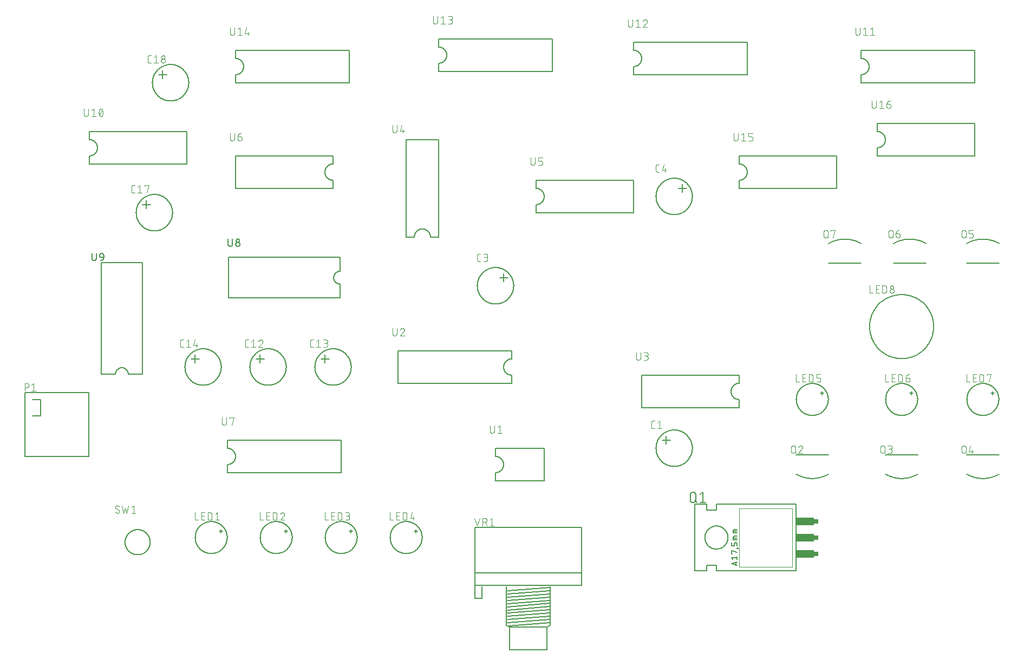
<source format=gbr>
G04 EAGLE Gerber RS-274X export*
G75*
%MOMM*%
%FSLAX34Y34*%
%LPD*%
%INSilkscreen Top*%
%IPPOS*%
%AMOC8*
5,1,8,0,0,1.08239X$1,22.5*%
G01*
%ADD10C,0.127000*%
%ADD11C,0.152400*%
%ADD12C,0.101600*%
%ADD13C,0.050800*%
%ADD14R,0.635000X0.762000*%
%ADD15R,2.794000X1.270000*%
%ADD16C,0.177800*%
%ADD17C,0.203200*%


D10*
X1000302Y228600D02*
X1000311Y229297D01*
X1000336Y229993D01*
X1000379Y230689D01*
X1000439Y231383D01*
X1000516Y232076D01*
X1000609Y232767D01*
X1000720Y233455D01*
X1000848Y234140D01*
X1000992Y234822D01*
X1001153Y235500D01*
X1001331Y236174D01*
X1001525Y236844D01*
X1001735Y237508D01*
X1001962Y238167D01*
X1002205Y238820D01*
X1002464Y239467D01*
X1002738Y240108D01*
X1003029Y240742D01*
X1003334Y241368D01*
X1003655Y241987D01*
X1003991Y242597D01*
X1004342Y243199D01*
X1004708Y243793D01*
X1005088Y244377D01*
X1005482Y244952D01*
X1005891Y245517D01*
X1006313Y246071D01*
X1006748Y246616D01*
X1007197Y247149D01*
X1007658Y247671D01*
X1008133Y248182D01*
X1008620Y248680D01*
X1009118Y249167D01*
X1009629Y249642D01*
X1010151Y250103D01*
X1010684Y250552D01*
X1011229Y250987D01*
X1011783Y251409D01*
X1012348Y251818D01*
X1012923Y252212D01*
X1013507Y252592D01*
X1014101Y252958D01*
X1014703Y253309D01*
X1015313Y253645D01*
X1015932Y253966D01*
X1016558Y254271D01*
X1017192Y254562D01*
X1017833Y254836D01*
X1018480Y255095D01*
X1019133Y255338D01*
X1019792Y255565D01*
X1020456Y255775D01*
X1021126Y255969D01*
X1021800Y256147D01*
X1022478Y256308D01*
X1023160Y256452D01*
X1023845Y256580D01*
X1024533Y256691D01*
X1025224Y256784D01*
X1025917Y256861D01*
X1026611Y256921D01*
X1027307Y256964D01*
X1028003Y256989D01*
X1028700Y256998D01*
X1029397Y256989D01*
X1030093Y256964D01*
X1030789Y256921D01*
X1031483Y256861D01*
X1032176Y256784D01*
X1032867Y256691D01*
X1033555Y256580D01*
X1034240Y256452D01*
X1034922Y256308D01*
X1035600Y256147D01*
X1036274Y255969D01*
X1036944Y255775D01*
X1037608Y255565D01*
X1038267Y255338D01*
X1038920Y255095D01*
X1039567Y254836D01*
X1040208Y254562D01*
X1040842Y254271D01*
X1041468Y253966D01*
X1042087Y253645D01*
X1042697Y253309D01*
X1043299Y252958D01*
X1043893Y252592D01*
X1044477Y252212D01*
X1045052Y251818D01*
X1045617Y251409D01*
X1046171Y250987D01*
X1046716Y250552D01*
X1047249Y250103D01*
X1047771Y249642D01*
X1048282Y249167D01*
X1048780Y248680D01*
X1049267Y248182D01*
X1049742Y247671D01*
X1050203Y247149D01*
X1050652Y246616D01*
X1051087Y246071D01*
X1051509Y245517D01*
X1051918Y244952D01*
X1052312Y244377D01*
X1052692Y243793D01*
X1053058Y243199D01*
X1053409Y242597D01*
X1053745Y241987D01*
X1054066Y241368D01*
X1054371Y240742D01*
X1054662Y240108D01*
X1054936Y239467D01*
X1055195Y238820D01*
X1055438Y238167D01*
X1055665Y237508D01*
X1055875Y236844D01*
X1056069Y236174D01*
X1056247Y235500D01*
X1056408Y234822D01*
X1056552Y234140D01*
X1056680Y233455D01*
X1056791Y232767D01*
X1056884Y232076D01*
X1056961Y231383D01*
X1057021Y230689D01*
X1057064Y229993D01*
X1057089Y229297D01*
X1057098Y228600D01*
X1057089Y227903D01*
X1057064Y227207D01*
X1057021Y226511D01*
X1056961Y225817D01*
X1056884Y225124D01*
X1056791Y224433D01*
X1056680Y223745D01*
X1056552Y223060D01*
X1056408Y222378D01*
X1056247Y221700D01*
X1056069Y221026D01*
X1055875Y220356D01*
X1055665Y219692D01*
X1055438Y219033D01*
X1055195Y218380D01*
X1054936Y217733D01*
X1054662Y217092D01*
X1054371Y216458D01*
X1054066Y215832D01*
X1053745Y215213D01*
X1053409Y214603D01*
X1053058Y214001D01*
X1052692Y213407D01*
X1052312Y212823D01*
X1051918Y212248D01*
X1051509Y211683D01*
X1051087Y211129D01*
X1050652Y210584D01*
X1050203Y210051D01*
X1049742Y209529D01*
X1049267Y209018D01*
X1048780Y208520D01*
X1048282Y208033D01*
X1047771Y207558D01*
X1047249Y207097D01*
X1046716Y206648D01*
X1046171Y206213D01*
X1045617Y205791D01*
X1045052Y205382D01*
X1044477Y204988D01*
X1043893Y204608D01*
X1043299Y204242D01*
X1042697Y203891D01*
X1042087Y203555D01*
X1041468Y203234D01*
X1040842Y202929D01*
X1040208Y202638D01*
X1039567Y202364D01*
X1038920Y202105D01*
X1038267Y201862D01*
X1037608Y201635D01*
X1036944Y201425D01*
X1036274Y201231D01*
X1035600Y201053D01*
X1034922Y200892D01*
X1034240Y200748D01*
X1033555Y200620D01*
X1032867Y200509D01*
X1032176Y200416D01*
X1031483Y200339D01*
X1030789Y200279D01*
X1030093Y200236D01*
X1029397Y200211D01*
X1028700Y200202D01*
X1028003Y200211D01*
X1027307Y200236D01*
X1026611Y200279D01*
X1025917Y200339D01*
X1025224Y200416D01*
X1024533Y200509D01*
X1023845Y200620D01*
X1023160Y200748D01*
X1022478Y200892D01*
X1021800Y201053D01*
X1021126Y201231D01*
X1020456Y201425D01*
X1019792Y201635D01*
X1019133Y201862D01*
X1018480Y202105D01*
X1017833Y202364D01*
X1017192Y202638D01*
X1016558Y202929D01*
X1015932Y203234D01*
X1015313Y203555D01*
X1014703Y203891D01*
X1014101Y204242D01*
X1013507Y204608D01*
X1012923Y204988D01*
X1012348Y205382D01*
X1011783Y205791D01*
X1011229Y206213D01*
X1010684Y206648D01*
X1010151Y207097D01*
X1009629Y207558D01*
X1009118Y208033D01*
X1008620Y208520D01*
X1008133Y209018D01*
X1007658Y209529D01*
X1007197Y210051D01*
X1006748Y210584D01*
X1006313Y211129D01*
X1005891Y211683D01*
X1005482Y212248D01*
X1005088Y212823D01*
X1004708Y213407D01*
X1004342Y214001D01*
X1003991Y214603D01*
X1003655Y215213D01*
X1003334Y215832D01*
X1003029Y216458D01*
X1002738Y217092D01*
X1002464Y217733D01*
X1002205Y218380D01*
X1001962Y219033D01*
X1001735Y219692D01*
X1001525Y220356D01*
X1001331Y221026D01*
X1001153Y221700D01*
X1000992Y222378D01*
X1000848Y223060D01*
X1000720Y223745D01*
X1000609Y224433D01*
X1000516Y225124D01*
X1000439Y225817D01*
X1000379Y226511D01*
X1000336Y227207D01*
X1000311Y227903D01*
X1000302Y228600D01*
D11*
X1016000Y241300D02*
X1016000Y247650D01*
X1016000Y241300D02*
X1016000Y234950D01*
X1016000Y241300D02*
X1009650Y241300D01*
X1016000Y241300D02*
X1022350Y241300D01*
D12*
X997985Y259411D02*
X995388Y259411D01*
X995388Y259412D02*
X995289Y259414D01*
X995189Y259420D01*
X995090Y259429D01*
X994992Y259442D01*
X994894Y259459D01*
X994796Y259480D01*
X994700Y259505D01*
X994605Y259533D01*
X994511Y259565D01*
X994418Y259600D01*
X994326Y259639D01*
X994236Y259682D01*
X994148Y259727D01*
X994061Y259777D01*
X993977Y259829D01*
X993894Y259885D01*
X993814Y259943D01*
X993736Y260005D01*
X993661Y260070D01*
X993588Y260138D01*
X993518Y260208D01*
X993450Y260281D01*
X993385Y260356D01*
X993323Y260434D01*
X993265Y260514D01*
X993209Y260597D01*
X993157Y260681D01*
X993107Y260768D01*
X993062Y260856D01*
X993019Y260946D01*
X992980Y261038D01*
X992945Y261131D01*
X992913Y261225D01*
X992885Y261320D01*
X992860Y261416D01*
X992839Y261514D01*
X992822Y261612D01*
X992809Y261710D01*
X992800Y261809D01*
X992794Y261909D01*
X992792Y262008D01*
X992792Y268499D01*
X992794Y268598D01*
X992800Y268698D01*
X992809Y268797D01*
X992822Y268895D01*
X992839Y268993D01*
X992860Y269091D01*
X992885Y269187D01*
X992913Y269282D01*
X992945Y269376D01*
X992980Y269469D01*
X993019Y269561D01*
X993062Y269651D01*
X993107Y269739D01*
X993157Y269826D01*
X993209Y269910D01*
X993265Y269993D01*
X993323Y270073D01*
X993385Y270151D01*
X993450Y270226D01*
X993518Y270299D01*
X993588Y270369D01*
X993661Y270437D01*
X993736Y270502D01*
X993814Y270564D01*
X993894Y270622D01*
X993977Y270678D01*
X994061Y270730D01*
X994148Y270780D01*
X994236Y270825D01*
X994326Y270868D01*
X994418Y270907D01*
X994510Y270942D01*
X994605Y270974D01*
X994700Y271002D01*
X994796Y271027D01*
X994894Y271048D01*
X994992Y271065D01*
X995090Y271078D01*
X995189Y271087D01*
X995289Y271093D01*
X995388Y271095D01*
X997985Y271095D01*
X1002350Y268499D02*
X1005596Y271095D01*
X1005596Y259411D01*
X1008841Y259411D02*
X1002350Y259411D01*
D10*
X365302Y355600D02*
X365311Y356297D01*
X365336Y356993D01*
X365379Y357689D01*
X365439Y358383D01*
X365516Y359076D01*
X365609Y359767D01*
X365720Y360455D01*
X365848Y361140D01*
X365992Y361822D01*
X366153Y362500D01*
X366331Y363174D01*
X366525Y363844D01*
X366735Y364508D01*
X366962Y365167D01*
X367205Y365820D01*
X367464Y366467D01*
X367738Y367108D01*
X368029Y367742D01*
X368334Y368368D01*
X368655Y368987D01*
X368991Y369597D01*
X369342Y370199D01*
X369708Y370793D01*
X370088Y371377D01*
X370482Y371952D01*
X370891Y372517D01*
X371313Y373071D01*
X371748Y373616D01*
X372197Y374149D01*
X372658Y374671D01*
X373133Y375182D01*
X373620Y375680D01*
X374118Y376167D01*
X374629Y376642D01*
X375151Y377103D01*
X375684Y377552D01*
X376229Y377987D01*
X376783Y378409D01*
X377348Y378818D01*
X377923Y379212D01*
X378507Y379592D01*
X379101Y379958D01*
X379703Y380309D01*
X380313Y380645D01*
X380932Y380966D01*
X381558Y381271D01*
X382192Y381562D01*
X382833Y381836D01*
X383480Y382095D01*
X384133Y382338D01*
X384792Y382565D01*
X385456Y382775D01*
X386126Y382969D01*
X386800Y383147D01*
X387478Y383308D01*
X388160Y383452D01*
X388845Y383580D01*
X389533Y383691D01*
X390224Y383784D01*
X390917Y383861D01*
X391611Y383921D01*
X392307Y383964D01*
X393003Y383989D01*
X393700Y383998D01*
X394397Y383989D01*
X395093Y383964D01*
X395789Y383921D01*
X396483Y383861D01*
X397176Y383784D01*
X397867Y383691D01*
X398555Y383580D01*
X399240Y383452D01*
X399922Y383308D01*
X400600Y383147D01*
X401274Y382969D01*
X401944Y382775D01*
X402608Y382565D01*
X403267Y382338D01*
X403920Y382095D01*
X404567Y381836D01*
X405208Y381562D01*
X405842Y381271D01*
X406468Y380966D01*
X407087Y380645D01*
X407697Y380309D01*
X408299Y379958D01*
X408893Y379592D01*
X409477Y379212D01*
X410052Y378818D01*
X410617Y378409D01*
X411171Y377987D01*
X411716Y377552D01*
X412249Y377103D01*
X412771Y376642D01*
X413282Y376167D01*
X413780Y375680D01*
X414267Y375182D01*
X414742Y374671D01*
X415203Y374149D01*
X415652Y373616D01*
X416087Y373071D01*
X416509Y372517D01*
X416918Y371952D01*
X417312Y371377D01*
X417692Y370793D01*
X418058Y370199D01*
X418409Y369597D01*
X418745Y368987D01*
X419066Y368368D01*
X419371Y367742D01*
X419662Y367108D01*
X419936Y366467D01*
X420195Y365820D01*
X420438Y365167D01*
X420665Y364508D01*
X420875Y363844D01*
X421069Y363174D01*
X421247Y362500D01*
X421408Y361822D01*
X421552Y361140D01*
X421680Y360455D01*
X421791Y359767D01*
X421884Y359076D01*
X421961Y358383D01*
X422021Y357689D01*
X422064Y356993D01*
X422089Y356297D01*
X422098Y355600D01*
X422089Y354903D01*
X422064Y354207D01*
X422021Y353511D01*
X421961Y352817D01*
X421884Y352124D01*
X421791Y351433D01*
X421680Y350745D01*
X421552Y350060D01*
X421408Y349378D01*
X421247Y348700D01*
X421069Y348026D01*
X420875Y347356D01*
X420665Y346692D01*
X420438Y346033D01*
X420195Y345380D01*
X419936Y344733D01*
X419662Y344092D01*
X419371Y343458D01*
X419066Y342832D01*
X418745Y342213D01*
X418409Y341603D01*
X418058Y341001D01*
X417692Y340407D01*
X417312Y339823D01*
X416918Y339248D01*
X416509Y338683D01*
X416087Y338129D01*
X415652Y337584D01*
X415203Y337051D01*
X414742Y336529D01*
X414267Y336018D01*
X413780Y335520D01*
X413282Y335033D01*
X412771Y334558D01*
X412249Y334097D01*
X411716Y333648D01*
X411171Y333213D01*
X410617Y332791D01*
X410052Y332382D01*
X409477Y331988D01*
X408893Y331608D01*
X408299Y331242D01*
X407697Y330891D01*
X407087Y330555D01*
X406468Y330234D01*
X405842Y329929D01*
X405208Y329638D01*
X404567Y329364D01*
X403920Y329105D01*
X403267Y328862D01*
X402608Y328635D01*
X401944Y328425D01*
X401274Y328231D01*
X400600Y328053D01*
X399922Y327892D01*
X399240Y327748D01*
X398555Y327620D01*
X397867Y327509D01*
X397176Y327416D01*
X396483Y327339D01*
X395789Y327279D01*
X395093Y327236D01*
X394397Y327211D01*
X393700Y327202D01*
X393003Y327211D01*
X392307Y327236D01*
X391611Y327279D01*
X390917Y327339D01*
X390224Y327416D01*
X389533Y327509D01*
X388845Y327620D01*
X388160Y327748D01*
X387478Y327892D01*
X386800Y328053D01*
X386126Y328231D01*
X385456Y328425D01*
X384792Y328635D01*
X384133Y328862D01*
X383480Y329105D01*
X382833Y329364D01*
X382192Y329638D01*
X381558Y329929D01*
X380932Y330234D01*
X380313Y330555D01*
X379703Y330891D01*
X379101Y331242D01*
X378507Y331608D01*
X377923Y331988D01*
X377348Y332382D01*
X376783Y332791D01*
X376229Y333213D01*
X375684Y333648D01*
X375151Y334097D01*
X374629Y334558D01*
X374118Y335033D01*
X373620Y335520D01*
X373133Y336018D01*
X372658Y336529D01*
X372197Y337051D01*
X371748Y337584D01*
X371313Y338129D01*
X370891Y338683D01*
X370482Y339248D01*
X370088Y339823D01*
X369708Y340407D01*
X369342Y341001D01*
X368991Y341603D01*
X368655Y342213D01*
X368334Y342832D01*
X368029Y343458D01*
X367738Y344092D01*
X367464Y344733D01*
X367205Y345380D01*
X366962Y346033D01*
X366735Y346692D01*
X366525Y347356D01*
X366331Y348026D01*
X366153Y348700D01*
X365992Y349378D01*
X365848Y350060D01*
X365720Y350745D01*
X365609Y351433D01*
X365516Y352124D01*
X365439Y352817D01*
X365379Y353511D01*
X365336Y354207D01*
X365311Y354903D01*
X365302Y355600D01*
D11*
X381000Y368300D02*
X381000Y374650D01*
X381000Y368300D02*
X381000Y361950D01*
X381000Y368300D02*
X374650Y368300D01*
X381000Y368300D02*
X387350Y368300D01*
D12*
X362985Y386411D02*
X360388Y386411D01*
X360388Y386412D02*
X360289Y386414D01*
X360189Y386420D01*
X360090Y386429D01*
X359992Y386442D01*
X359894Y386459D01*
X359796Y386480D01*
X359700Y386505D01*
X359605Y386533D01*
X359511Y386565D01*
X359418Y386600D01*
X359326Y386639D01*
X359236Y386682D01*
X359148Y386727D01*
X359061Y386777D01*
X358977Y386829D01*
X358894Y386885D01*
X358814Y386943D01*
X358736Y387005D01*
X358661Y387070D01*
X358588Y387138D01*
X358518Y387208D01*
X358450Y387281D01*
X358385Y387356D01*
X358323Y387434D01*
X358265Y387514D01*
X358209Y387597D01*
X358157Y387681D01*
X358107Y387768D01*
X358062Y387856D01*
X358019Y387946D01*
X357980Y388038D01*
X357945Y388131D01*
X357913Y388225D01*
X357885Y388320D01*
X357860Y388416D01*
X357839Y388514D01*
X357822Y388612D01*
X357809Y388710D01*
X357800Y388809D01*
X357794Y388909D01*
X357792Y389008D01*
X357792Y395499D01*
X357794Y395598D01*
X357800Y395698D01*
X357809Y395797D01*
X357822Y395895D01*
X357839Y395993D01*
X357860Y396091D01*
X357885Y396187D01*
X357913Y396282D01*
X357945Y396376D01*
X357980Y396469D01*
X358019Y396561D01*
X358062Y396651D01*
X358107Y396739D01*
X358157Y396826D01*
X358209Y396910D01*
X358265Y396993D01*
X358323Y397073D01*
X358385Y397151D01*
X358450Y397226D01*
X358518Y397299D01*
X358588Y397369D01*
X358661Y397437D01*
X358736Y397502D01*
X358814Y397564D01*
X358894Y397622D01*
X358977Y397678D01*
X359061Y397730D01*
X359148Y397780D01*
X359236Y397825D01*
X359326Y397868D01*
X359418Y397907D01*
X359510Y397942D01*
X359605Y397974D01*
X359700Y398002D01*
X359796Y398027D01*
X359894Y398048D01*
X359992Y398065D01*
X360090Y398078D01*
X360189Y398087D01*
X360289Y398093D01*
X360388Y398095D01*
X362985Y398095D01*
X367350Y395499D02*
X370596Y398095D01*
X370596Y386411D01*
X373841Y386411D02*
X367350Y386411D01*
X382350Y398095D02*
X382457Y398093D01*
X382563Y398087D01*
X382669Y398077D01*
X382775Y398064D01*
X382881Y398046D01*
X382985Y398025D01*
X383089Y398000D01*
X383192Y397971D01*
X383293Y397939D01*
X383393Y397902D01*
X383492Y397862D01*
X383590Y397819D01*
X383686Y397772D01*
X383780Y397721D01*
X383872Y397667D01*
X383962Y397610D01*
X384050Y397550D01*
X384135Y397486D01*
X384218Y397419D01*
X384299Y397349D01*
X384377Y397277D01*
X384453Y397201D01*
X384525Y397123D01*
X384595Y397042D01*
X384662Y396959D01*
X384726Y396874D01*
X384786Y396786D01*
X384843Y396696D01*
X384897Y396604D01*
X384948Y396510D01*
X384995Y396414D01*
X385038Y396316D01*
X385078Y396217D01*
X385115Y396117D01*
X385147Y396016D01*
X385176Y395913D01*
X385201Y395809D01*
X385222Y395705D01*
X385240Y395599D01*
X385253Y395493D01*
X385263Y395387D01*
X385269Y395281D01*
X385271Y395174D01*
X382350Y398095D02*
X382229Y398093D01*
X382108Y398087D01*
X381988Y398077D01*
X381867Y398064D01*
X381748Y398046D01*
X381628Y398025D01*
X381510Y398000D01*
X381393Y397971D01*
X381276Y397938D01*
X381161Y397902D01*
X381047Y397861D01*
X380934Y397818D01*
X380822Y397770D01*
X380713Y397719D01*
X380605Y397664D01*
X380498Y397606D01*
X380394Y397545D01*
X380292Y397480D01*
X380192Y397412D01*
X380094Y397341D01*
X379998Y397267D01*
X379905Y397190D01*
X379815Y397109D01*
X379727Y397026D01*
X379642Y396940D01*
X379559Y396851D01*
X379480Y396760D01*
X379403Y396666D01*
X379330Y396570D01*
X379260Y396472D01*
X379193Y396371D01*
X379129Y396268D01*
X379069Y396163D01*
X379012Y396056D01*
X378958Y395948D01*
X378908Y395838D01*
X378862Y395726D01*
X378819Y395613D01*
X378780Y395498D01*
X384298Y392902D02*
X384377Y392979D01*
X384453Y393060D01*
X384526Y393143D01*
X384596Y393228D01*
X384663Y393316D01*
X384727Y393406D01*
X384787Y393498D01*
X384844Y393593D01*
X384898Y393689D01*
X384949Y393787D01*
X384996Y393887D01*
X385040Y393989D01*
X385080Y394092D01*
X385116Y394196D01*
X385148Y394302D01*
X385177Y394408D01*
X385202Y394516D01*
X385224Y394624D01*
X385241Y394734D01*
X385255Y394843D01*
X385264Y394953D01*
X385270Y395064D01*
X385272Y395174D01*
X384298Y392902D02*
X378780Y386411D01*
X385271Y386411D01*
D10*
X466902Y355600D02*
X466911Y356297D01*
X466936Y356993D01*
X466979Y357689D01*
X467039Y358383D01*
X467116Y359076D01*
X467209Y359767D01*
X467320Y360455D01*
X467448Y361140D01*
X467592Y361822D01*
X467753Y362500D01*
X467931Y363174D01*
X468125Y363844D01*
X468335Y364508D01*
X468562Y365167D01*
X468805Y365820D01*
X469064Y366467D01*
X469338Y367108D01*
X469629Y367742D01*
X469934Y368368D01*
X470255Y368987D01*
X470591Y369597D01*
X470942Y370199D01*
X471308Y370793D01*
X471688Y371377D01*
X472082Y371952D01*
X472491Y372517D01*
X472913Y373071D01*
X473348Y373616D01*
X473797Y374149D01*
X474258Y374671D01*
X474733Y375182D01*
X475220Y375680D01*
X475718Y376167D01*
X476229Y376642D01*
X476751Y377103D01*
X477284Y377552D01*
X477829Y377987D01*
X478383Y378409D01*
X478948Y378818D01*
X479523Y379212D01*
X480107Y379592D01*
X480701Y379958D01*
X481303Y380309D01*
X481913Y380645D01*
X482532Y380966D01*
X483158Y381271D01*
X483792Y381562D01*
X484433Y381836D01*
X485080Y382095D01*
X485733Y382338D01*
X486392Y382565D01*
X487056Y382775D01*
X487726Y382969D01*
X488400Y383147D01*
X489078Y383308D01*
X489760Y383452D01*
X490445Y383580D01*
X491133Y383691D01*
X491824Y383784D01*
X492517Y383861D01*
X493211Y383921D01*
X493907Y383964D01*
X494603Y383989D01*
X495300Y383998D01*
X495997Y383989D01*
X496693Y383964D01*
X497389Y383921D01*
X498083Y383861D01*
X498776Y383784D01*
X499467Y383691D01*
X500155Y383580D01*
X500840Y383452D01*
X501522Y383308D01*
X502200Y383147D01*
X502874Y382969D01*
X503544Y382775D01*
X504208Y382565D01*
X504867Y382338D01*
X505520Y382095D01*
X506167Y381836D01*
X506808Y381562D01*
X507442Y381271D01*
X508068Y380966D01*
X508687Y380645D01*
X509297Y380309D01*
X509899Y379958D01*
X510493Y379592D01*
X511077Y379212D01*
X511652Y378818D01*
X512217Y378409D01*
X512771Y377987D01*
X513316Y377552D01*
X513849Y377103D01*
X514371Y376642D01*
X514882Y376167D01*
X515380Y375680D01*
X515867Y375182D01*
X516342Y374671D01*
X516803Y374149D01*
X517252Y373616D01*
X517687Y373071D01*
X518109Y372517D01*
X518518Y371952D01*
X518912Y371377D01*
X519292Y370793D01*
X519658Y370199D01*
X520009Y369597D01*
X520345Y368987D01*
X520666Y368368D01*
X520971Y367742D01*
X521262Y367108D01*
X521536Y366467D01*
X521795Y365820D01*
X522038Y365167D01*
X522265Y364508D01*
X522475Y363844D01*
X522669Y363174D01*
X522847Y362500D01*
X523008Y361822D01*
X523152Y361140D01*
X523280Y360455D01*
X523391Y359767D01*
X523484Y359076D01*
X523561Y358383D01*
X523621Y357689D01*
X523664Y356993D01*
X523689Y356297D01*
X523698Y355600D01*
X523689Y354903D01*
X523664Y354207D01*
X523621Y353511D01*
X523561Y352817D01*
X523484Y352124D01*
X523391Y351433D01*
X523280Y350745D01*
X523152Y350060D01*
X523008Y349378D01*
X522847Y348700D01*
X522669Y348026D01*
X522475Y347356D01*
X522265Y346692D01*
X522038Y346033D01*
X521795Y345380D01*
X521536Y344733D01*
X521262Y344092D01*
X520971Y343458D01*
X520666Y342832D01*
X520345Y342213D01*
X520009Y341603D01*
X519658Y341001D01*
X519292Y340407D01*
X518912Y339823D01*
X518518Y339248D01*
X518109Y338683D01*
X517687Y338129D01*
X517252Y337584D01*
X516803Y337051D01*
X516342Y336529D01*
X515867Y336018D01*
X515380Y335520D01*
X514882Y335033D01*
X514371Y334558D01*
X513849Y334097D01*
X513316Y333648D01*
X512771Y333213D01*
X512217Y332791D01*
X511652Y332382D01*
X511077Y331988D01*
X510493Y331608D01*
X509899Y331242D01*
X509297Y330891D01*
X508687Y330555D01*
X508068Y330234D01*
X507442Y329929D01*
X506808Y329638D01*
X506167Y329364D01*
X505520Y329105D01*
X504867Y328862D01*
X504208Y328635D01*
X503544Y328425D01*
X502874Y328231D01*
X502200Y328053D01*
X501522Y327892D01*
X500840Y327748D01*
X500155Y327620D01*
X499467Y327509D01*
X498776Y327416D01*
X498083Y327339D01*
X497389Y327279D01*
X496693Y327236D01*
X495997Y327211D01*
X495300Y327202D01*
X494603Y327211D01*
X493907Y327236D01*
X493211Y327279D01*
X492517Y327339D01*
X491824Y327416D01*
X491133Y327509D01*
X490445Y327620D01*
X489760Y327748D01*
X489078Y327892D01*
X488400Y328053D01*
X487726Y328231D01*
X487056Y328425D01*
X486392Y328635D01*
X485733Y328862D01*
X485080Y329105D01*
X484433Y329364D01*
X483792Y329638D01*
X483158Y329929D01*
X482532Y330234D01*
X481913Y330555D01*
X481303Y330891D01*
X480701Y331242D01*
X480107Y331608D01*
X479523Y331988D01*
X478948Y332382D01*
X478383Y332791D01*
X477829Y333213D01*
X477284Y333648D01*
X476751Y334097D01*
X476229Y334558D01*
X475718Y335033D01*
X475220Y335520D01*
X474733Y336018D01*
X474258Y336529D01*
X473797Y337051D01*
X473348Y337584D01*
X472913Y338129D01*
X472491Y338683D01*
X472082Y339248D01*
X471688Y339823D01*
X471308Y340407D01*
X470942Y341001D01*
X470591Y341603D01*
X470255Y342213D01*
X469934Y342832D01*
X469629Y343458D01*
X469338Y344092D01*
X469064Y344733D01*
X468805Y345380D01*
X468562Y346033D01*
X468335Y346692D01*
X468125Y347356D01*
X467931Y348026D01*
X467753Y348700D01*
X467592Y349378D01*
X467448Y350060D01*
X467320Y350745D01*
X467209Y351433D01*
X467116Y352124D01*
X467039Y352817D01*
X466979Y353511D01*
X466936Y354207D01*
X466911Y354903D01*
X466902Y355600D01*
D11*
X482600Y368300D02*
X482600Y374650D01*
X482600Y368300D02*
X482600Y361950D01*
X482600Y368300D02*
X476250Y368300D01*
X482600Y368300D02*
X488950Y368300D01*
D12*
X464585Y386411D02*
X461988Y386411D01*
X461988Y386412D02*
X461889Y386414D01*
X461789Y386420D01*
X461690Y386429D01*
X461592Y386442D01*
X461494Y386459D01*
X461396Y386480D01*
X461300Y386505D01*
X461205Y386533D01*
X461111Y386565D01*
X461018Y386600D01*
X460926Y386639D01*
X460836Y386682D01*
X460748Y386727D01*
X460661Y386777D01*
X460577Y386829D01*
X460494Y386885D01*
X460414Y386943D01*
X460336Y387005D01*
X460261Y387070D01*
X460188Y387138D01*
X460118Y387208D01*
X460050Y387281D01*
X459985Y387356D01*
X459923Y387434D01*
X459865Y387514D01*
X459809Y387597D01*
X459757Y387681D01*
X459707Y387768D01*
X459662Y387856D01*
X459619Y387946D01*
X459580Y388038D01*
X459545Y388131D01*
X459513Y388225D01*
X459485Y388320D01*
X459460Y388416D01*
X459439Y388514D01*
X459422Y388612D01*
X459409Y388710D01*
X459400Y388809D01*
X459394Y388909D01*
X459392Y389008D01*
X459392Y395499D01*
X459394Y395598D01*
X459400Y395698D01*
X459409Y395797D01*
X459422Y395895D01*
X459439Y395993D01*
X459460Y396091D01*
X459485Y396187D01*
X459513Y396282D01*
X459545Y396376D01*
X459580Y396469D01*
X459619Y396561D01*
X459662Y396651D01*
X459707Y396739D01*
X459757Y396826D01*
X459809Y396910D01*
X459865Y396993D01*
X459923Y397073D01*
X459985Y397151D01*
X460050Y397226D01*
X460118Y397299D01*
X460188Y397369D01*
X460261Y397437D01*
X460336Y397502D01*
X460414Y397564D01*
X460494Y397622D01*
X460577Y397678D01*
X460661Y397730D01*
X460748Y397780D01*
X460836Y397825D01*
X460926Y397868D01*
X461018Y397907D01*
X461110Y397942D01*
X461205Y397974D01*
X461300Y398002D01*
X461396Y398027D01*
X461494Y398048D01*
X461592Y398065D01*
X461690Y398078D01*
X461789Y398087D01*
X461889Y398093D01*
X461988Y398095D01*
X464585Y398095D01*
X468950Y395499D02*
X472196Y398095D01*
X472196Y386411D01*
X475441Y386411D02*
X468950Y386411D01*
X480380Y386411D02*
X483626Y386411D01*
X483739Y386413D01*
X483852Y386419D01*
X483965Y386429D01*
X484078Y386443D01*
X484190Y386460D01*
X484301Y386482D01*
X484411Y386507D01*
X484521Y386537D01*
X484629Y386570D01*
X484736Y386607D01*
X484842Y386647D01*
X484946Y386692D01*
X485049Y386740D01*
X485150Y386791D01*
X485249Y386846D01*
X485346Y386904D01*
X485441Y386966D01*
X485534Y387031D01*
X485624Y387099D01*
X485712Y387170D01*
X485798Y387245D01*
X485881Y387322D01*
X485961Y387402D01*
X486038Y387485D01*
X486113Y387571D01*
X486184Y387659D01*
X486252Y387749D01*
X486317Y387842D01*
X486379Y387937D01*
X486437Y388034D01*
X486492Y388133D01*
X486543Y388234D01*
X486591Y388337D01*
X486636Y388441D01*
X486676Y388547D01*
X486713Y388654D01*
X486746Y388762D01*
X486776Y388872D01*
X486801Y388982D01*
X486823Y389093D01*
X486840Y389205D01*
X486854Y389318D01*
X486864Y389431D01*
X486870Y389544D01*
X486872Y389657D01*
X486870Y389770D01*
X486864Y389883D01*
X486854Y389996D01*
X486840Y390109D01*
X486823Y390221D01*
X486801Y390332D01*
X486776Y390442D01*
X486746Y390552D01*
X486713Y390660D01*
X486676Y390767D01*
X486636Y390873D01*
X486591Y390977D01*
X486543Y391080D01*
X486492Y391181D01*
X486437Y391280D01*
X486379Y391377D01*
X486317Y391472D01*
X486252Y391565D01*
X486184Y391655D01*
X486113Y391743D01*
X486038Y391829D01*
X485961Y391912D01*
X485881Y391992D01*
X485798Y392069D01*
X485712Y392144D01*
X485624Y392215D01*
X485534Y392283D01*
X485441Y392348D01*
X485346Y392410D01*
X485249Y392468D01*
X485150Y392523D01*
X485049Y392574D01*
X484946Y392622D01*
X484842Y392667D01*
X484736Y392707D01*
X484629Y392744D01*
X484521Y392777D01*
X484411Y392807D01*
X484301Y392832D01*
X484190Y392854D01*
X484078Y392871D01*
X483965Y392885D01*
X483852Y392895D01*
X483739Y392901D01*
X483626Y392903D01*
X484275Y398095D02*
X480380Y398095D01*
X484275Y398095D02*
X484376Y398093D01*
X484476Y398087D01*
X484576Y398077D01*
X484676Y398064D01*
X484775Y398046D01*
X484874Y398025D01*
X484971Y398000D01*
X485068Y397971D01*
X485163Y397938D01*
X485257Y397902D01*
X485349Y397862D01*
X485440Y397819D01*
X485529Y397772D01*
X485616Y397722D01*
X485702Y397668D01*
X485785Y397611D01*
X485865Y397551D01*
X485944Y397488D01*
X486020Y397421D01*
X486093Y397352D01*
X486163Y397280D01*
X486231Y397206D01*
X486296Y397129D01*
X486357Y397049D01*
X486416Y396967D01*
X486471Y396883D01*
X486523Y396797D01*
X486572Y396709D01*
X486617Y396619D01*
X486659Y396527D01*
X486697Y396434D01*
X486731Y396339D01*
X486762Y396244D01*
X486789Y396147D01*
X486812Y396049D01*
X486832Y395950D01*
X486847Y395850D01*
X486859Y395750D01*
X486867Y395650D01*
X486871Y395549D01*
X486871Y395449D01*
X486867Y395348D01*
X486859Y395248D01*
X486847Y395148D01*
X486832Y395048D01*
X486812Y394949D01*
X486789Y394851D01*
X486762Y394754D01*
X486731Y394659D01*
X486697Y394564D01*
X486659Y394471D01*
X486617Y394379D01*
X486572Y394289D01*
X486523Y394201D01*
X486471Y394115D01*
X486416Y394031D01*
X486357Y393949D01*
X486296Y393869D01*
X486231Y393792D01*
X486163Y393718D01*
X486093Y393646D01*
X486020Y393577D01*
X485944Y393510D01*
X485865Y393447D01*
X485785Y393387D01*
X485702Y393330D01*
X485616Y393276D01*
X485529Y393226D01*
X485440Y393179D01*
X485349Y393136D01*
X485257Y393096D01*
X485163Y393060D01*
X485068Y393027D01*
X484971Y392998D01*
X484874Y392973D01*
X484775Y392952D01*
X484676Y392934D01*
X484576Y392921D01*
X484476Y392911D01*
X484376Y392905D01*
X484275Y392903D01*
X484275Y392902D02*
X481678Y392902D01*
D10*
X263702Y355600D02*
X263711Y356297D01*
X263736Y356993D01*
X263779Y357689D01*
X263839Y358383D01*
X263916Y359076D01*
X264009Y359767D01*
X264120Y360455D01*
X264248Y361140D01*
X264392Y361822D01*
X264553Y362500D01*
X264731Y363174D01*
X264925Y363844D01*
X265135Y364508D01*
X265362Y365167D01*
X265605Y365820D01*
X265864Y366467D01*
X266138Y367108D01*
X266429Y367742D01*
X266734Y368368D01*
X267055Y368987D01*
X267391Y369597D01*
X267742Y370199D01*
X268108Y370793D01*
X268488Y371377D01*
X268882Y371952D01*
X269291Y372517D01*
X269713Y373071D01*
X270148Y373616D01*
X270597Y374149D01*
X271058Y374671D01*
X271533Y375182D01*
X272020Y375680D01*
X272518Y376167D01*
X273029Y376642D01*
X273551Y377103D01*
X274084Y377552D01*
X274629Y377987D01*
X275183Y378409D01*
X275748Y378818D01*
X276323Y379212D01*
X276907Y379592D01*
X277501Y379958D01*
X278103Y380309D01*
X278713Y380645D01*
X279332Y380966D01*
X279958Y381271D01*
X280592Y381562D01*
X281233Y381836D01*
X281880Y382095D01*
X282533Y382338D01*
X283192Y382565D01*
X283856Y382775D01*
X284526Y382969D01*
X285200Y383147D01*
X285878Y383308D01*
X286560Y383452D01*
X287245Y383580D01*
X287933Y383691D01*
X288624Y383784D01*
X289317Y383861D01*
X290011Y383921D01*
X290707Y383964D01*
X291403Y383989D01*
X292100Y383998D01*
X292797Y383989D01*
X293493Y383964D01*
X294189Y383921D01*
X294883Y383861D01*
X295576Y383784D01*
X296267Y383691D01*
X296955Y383580D01*
X297640Y383452D01*
X298322Y383308D01*
X299000Y383147D01*
X299674Y382969D01*
X300344Y382775D01*
X301008Y382565D01*
X301667Y382338D01*
X302320Y382095D01*
X302967Y381836D01*
X303608Y381562D01*
X304242Y381271D01*
X304868Y380966D01*
X305487Y380645D01*
X306097Y380309D01*
X306699Y379958D01*
X307293Y379592D01*
X307877Y379212D01*
X308452Y378818D01*
X309017Y378409D01*
X309571Y377987D01*
X310116Y377552D01*
X310649Y377103D01*
X311171Y376642D01*
X311682Y376167D01*
X312180Y375680D01*
X312667Y375182D01*
X313142Y374671D01*
X313603Y374149D01*
X314052Y373616D01*
X314487Y373071D01*
X314909Y372517D01*
X315318Y371952D01*
X315712Y371377D01*
X316092Y370793D01*
X316458Y370199D01*
X316809Y369597D01*
X317145Y368987D01*
X317466Y368368D01*
X317771Y367742D01*
X318062Y367108D01*
X318336Y366467D01*
X318595Y365820D01*
X318838Y365167D01*
X319065Y364508D01*
X319275Y363844D01*
X319469Y363174D01*
X319647Y362500D01*
X319808Y361822D01*
X319952Y361140D01*
X320080Y360455D01*
X320191Y359767D01*
X320284Y359076D01*
X320361Y358383D01*
X320421Y357689D01*
X320464Y356993D01*
X320489Y356297D01*
X320498Y355600D01*
X320489Y354903D01*
X320464Y354207D01*
X320421Y353511D01*
X320361Y352817D01*
X320284Y352124D01*
X320191Y351433D01*
X320080Y350745D01*
X319952Y350060D01*
X319808Y349378D01*
X319647Y348700D01*
X319469Y348026D01*
X319275Y347356D01*
X319065Y346692D01*
X318838Y346033D01*
X318595Y345380D01*
X318336Y344733D01*
X318062Y344092D01*
X317771Y343458D01*
X317466Y342832D01*
X317145Y342213D01*
X316809Y341603D01*
X316458Y341001D01*
X316092Y340407D01*
X315712Y339823D01*
X315318Y339248D01*
X314909Y338683D01*
X314487Y338129D01*
X314052Y337584D01*
X313603Y337051D01*
X313142Y336529D01*
X312667Y336018D01*
X312180Y335520D01*
X311682Y335033D01*
X311171Y334558D01*
X310649Y334097D01*
X310116Y333648D01*
X309571Y333213D01*
X309017Y332791D01*
X308452Y332382D01*
X307877Y331988D01*
X307293Y331608D01*
X306699Y331242D01*
X306097Y330891D01*
X305487Y330555D01*
X304868Y330234D01*
X304242Y329929D01*
X303608Y329638D01*
X302967Y329364D01*
X302320Y329105D01*
X301667Y328862D01*
X301008Y328635D01*
X300344Y328425D01*
X299674Y328231D01*
X299000Y328053D01*
X298322Y327892D01*
X297640Y327748D01*
X296955Y327620D01*
X296267Y327509D01*
X295576Y327416D01*
X294883Y327339D01*
X294189Y327279D01*
X293493Y327236D01*
X292797Y327211D01*
X292100Y327202D01*
X291403Y327211D01*
X290707Y327236D01*
X290011Y327279D01*
X289317Y327339D01*
X288624Y327416D01*
X287933Y327509D01*
X287245Y327620D01*
X286560Y327748D01*
X285878Y327892D01*
X285200Y328053D01*
X284526Y328231D01*
X283856Y328425D01*
X283192Y328635D01*
X282533Y328862D01*
X281880Y329105D01*
X281233Y329364D01*
X280592Y329638D01*
X279958Y329929D01*
X279332Y330234D01*
X278713Y330555D01*
X278103Y330891D01*
X277501Y331242D01*
X276907Y331608D01*
X276323Y331988D01*
X275748Y332382D01*
X275183Y332791D01*
X274629Y333213D01*
X274084Y333648D01*
X273551Y334097D01*
X273029Y334558D01*
X272518Y335033D01*
X272020Y335520D01*
X271533Y336018D01*
X271058Y336529D01*
X270597Y337051D01*
X270148Y337584D01*
X269713Y338129D01*
X269291Y338683D01*
X268882Y339248D01*
X268488Y339823D01*
X268108Y340407D01*
X267742Y341001D01*
X267391Y341603D01*
X267055Y342213D01*
X266734Y342832D01*
X266429Y343458D01*
X266138Y344092D01*
X265864Y344733D01*
X265605Y345380D01*
X265362Y346033D01*
X265135Y346692D01*
X264925Y347356D01*
X264731Y348026D01*
X264553Y348700D01*
X264392Y349378D01*
X264248Y350060D01*
X264120Y350745D01*
X264009Y351433D01*
X263916Y352124D01*
X263839Y352817D01*
X263779Y353511D01*
X263736Y354207D01*
X263711Y354903D01*
X263702Y355600D01*
D11*
X279400Y368300D02*
X279400Y374650D01*
X279400Y368300D02*
X279400Y361950D01*
X279400Y368300D02*
X273050Y368300D01*
X279400Y368300D02*
X285750Y368300D01*
D12*
X261385Y386411D02*
X258788Y386411D01*
X258788Y386412D02*
X258689Y386414D01*
X258589Y386420D01*
X258490Y386429D01*
X258392Y386442D01*
X258294Y386459D01*
X258196Y386480D01*
X258100Y386505D01*
X258005Y386533D01*
X257911Y386565D01*
X257818Y386600D01*
X257726Y386639D01*
X257636Y386682D01*
X257548Y386727D01*
X257461Y386777D01*
X257377Y386829D01*
X257294Y386885D01*
X257214Y386943D01*
X257136Y387005D01*
X257061Y387070D01*
X256988Y387138D01*
X256918Y387208D01*
X256850Y387281D01*
X256785Y387356D01*
X256723Y387434D01*
X256665Y387514D01*
X256609Y387597D01*
X256557Y387681D01*
X256507Y387768D01*
X256462Y387856D01*
X256419Y387946D01*
X256380Y388038D01*
X256345Y388131D01*
X256313Y388225D01*
X256285Y388320D01*
X256260Y388416D01*
X256239Y388514D01*
X256222Y388612D01*
X256209Y388710D01*
X256200Y388809D01*
X256194Y388909D01*
X256192Y389008D01*
X256192Y395499D01*
X256194Y395598D01*
X256200Y395698D01*
X256209Y395797D01*
X256222Y395895D01*
X256239Y395993D01*
X256260Y396091D01*
X256285Y396187D01*
X256313Y396282D01*
X256345Y396376D01*
X256380Y396469D01*
X256419Y396561D01*
X256462Y396651D01*
X256507Y396739D01*
X256557Y396826D01*
X256609Y396910D01*
X256665Y396993D01*
X256723Y397073D01*
X256785Y397151D01*
X256850Y397226D01*
X256918Y397299D01*
X256988Y397369D01*
X257061Y397437D01*
X257136Y397502D01*
X257214Y397564D01*
X257294Y397622D01*
X257377Y397678D01*
X257461Y397730D01*
X257548Y397780D01*
X257636Y397825D01*
X257726Y397868D01*
X257818Y397907D01*
X257910Y397942D01*
X258005Y397974D01*
X258100Y398002D01*
X258196Y398027D01*
X258294Y398048D01*
X258392Y398065D01*
X258490Y398078D01*
X258589Y398087D01*
X258689Y398093D01*
X258788Y398095D01*
X261385Y398095D01*
X265750Y395499D02*
X268996Y398095D01*
X268996Y386411D01*
X272241Y386411D02*
X265750Y386411D01*
X277180Y389008D02*
X279777Y398095D01*
X277180Y389008D02*
X283671Y389008D01*
X281724Y391604D02*
X281724Y386411D01*
D10*
X187502Y596900D02*
X187511Y597597D01*
X187536Y598293D01*
X187579Y598989D01*
X187639Y599683D01*
X187716Y600376D01*
X187809Y601067D01*
X187920Y601755D01*
X188048Y602440D01*
X188192Y603122D01*
X188353Y603800D01*
X188531Y604474D01*
X188725Y605144D01*
X188935Y605808D01*
X189162Y606467D01*
X189405Y607120D01*
X189664Y607767D01*
X189938Y608408D01*
X190229Y609042D01*
X190534Y609668D01*
X190855Y610287D01*
X191191Y610897D01*
X191542Y611499D01*
X191908Y612093D01*
X192288Y612677D01*
X192682Y613252D01*
X193091Y613817D01*
X193513Y614371D01*
X193948Y614916D01*
X194397Y615449D01*
X194858Y615971D01*
X195333Y616482D01*
X195820Y616980D01*
X196318Y617467D01*
X196829Y617942D01*
X197351Y618403D01*
X197884Y618852D01*
X198429Y619287D01*
X198983Y619709D01*
X199548Y620118D01*
X200123Y620512D01*
X200707Y620892D01*
X201301Y621258D01*
X201903Y621609D01*
X202513Y621945D01*
X203132Y622266D01*
X203758Y622571D01*
X204392Y622862D01*
X205033Y623136D01*
X205680Y623395D01*
X206333Y623638D01*
X206992Y623865D01*
X207656Y624075D01*
X208326Y624269D01*
X209000Y624447D01*
X209678Y624608D01*
X210360Y624752D01*
X211045Y624880D01*
X211733Y624991D01*
X212424Y625084D01*
X213117Y625161D01*
X213811Y625221D01*
X214507Y625264D01*
X215203Y625289D01*
X215900Y625298D01*
X216597Y625289D01*
X217293Y625264D01*
X217989Y625221D01*
X218683Y625161D01*
X219376Y625084D01*
X220067Y624991D01*
X220755Y624880D01*
X221440Y624752D01*
X222122Y624608D01*
X222800Y624447D01*
X223474Y624269D01*
X224144Y624075D01*
X224808Y623865D01*
X225467Y623638D01*
X226120Y623395D01*
X226767Y623136D01*
X227408Y622862D01*
X228042Y622571D01*
X228668Y622266D01*
X229287Y621945D01*
X229897Y621609D01*
X230499Y621258D01*
X231093Y620892D01*
X231677Y620512D01*
X232252Y620118D01*
X232817Y619709D01*
X233371Y619287D01*
X233916Y618852D01*
X234449Y618403D01*
X234971Y617942D01*
X235482Y617467D01*
X235980Y616980D01*
X236467Y616482D01*
X236942Y615971D01*
X237403Y615449D01*
X237852Y614916D01*
X238287Y614371D01*
X238709Y613817D01*
X239118Y613252D01*
X239512Y612677D01*
X239892Y612093D01*
X240258Y611499D01*
X240609Y610897D01*
X240945Y610287D01*
X241266Y609668D01*
X241571Y609042D01*
X241862Y608408D01*
X242136Y607767D01*
X242395Y607120D01*
X242638Y606467D01*
X242865Y605808D01*
X243075Y605144D01*
X243269Y604474D01*
X243447Y603800D01*
X243608Y603122D01*
X243752Y602440D01*
X243880Y601755D01*
X243991Y601067D01*
X244084Y600376D01*
X244161Y599683D01*
X244221Y598989D01*
X244264Y598293D01*
X244289Y597597D01*
X244298Y596900D01*
X244289Y596203D01*
X244264Y595507D01*
X244221Y594811D01*
X244161Y594117D01*
X244084Y593424D01*
X243991Y592733D01*
X243880Y592045D01*
X243752Y591360D01*
X243608Y590678D01*
X243447Y590000D01*
X243269Y589326D01*
X243075Y588656D01*
X242865Y587992D01*
X242638Y587333D01*
X242395Y586680D01*
X242136Y586033D01*
X241862Y585392D01*
X241571Y584758D01*
X241266Y584132D01*
X240945Y583513D01*
X240609Y582903D01*
X240258Y582301D01*
X239892Y581707D01*
X239512Y581123D01*
X239118Y580548D01*
X238709Y579983D01*
X238287Y579429D01*
X237852Y578884D01*
X237403Y578351D01*
X236942Y577829D01*
X236467Y577318D01*
X235980Y576820D01*
X235482Y576333D01*
X234971Y575858D01*
X234449Y575397D01*
X233916Y574948D01*
X233371Y574513D01*
X232817Y574091D01*
X232252Y573682D01*
X231677Y573288D01*
X231093Y572908D01*
X230499Y572542D01*
X229897Y572191D01*
X229287Y571855D01*
X228668Y571534D01*
X228042Y571229D01*
X227408Y570938D01*
X226767Y570664D01*
X226120Y570405D01*
X225467Y570162D01*
X224808Y569935D01*
X224144Y569725D01*
X223474Y569531D01*
X222800Y569353D01*
X222122Y569192D01*
X221440Y569048D01*
X220755Y568920D01*
X220067Y568809D01*
X219376Y568716D01*
X218683Y568639D01*
X217989Y568579D01*
X217293Y568536D01*
X216597Y568511D01*
X215900Y568502D01*
X215203Y568511D01*
X214507Y568536D01*
X213811Y568579D01*
X213117Y568639D01*
X212424Y568716D01*
X211733Y568809D01*
X211045Y568920D01*
X210360Y569048D01*
X209678Y569192D01*
X209000Y569353D01*
X208326Y569531D01*
X207656Y569725D01*
X206992Y569935D01*
X206333Y570162D01*
X205680Y570405D01*
X205033Y570664D01*
X204392Y570938D01*
X203758Y571229D01*
X203132Y571534D01*
X202513Y571855D01*
X201903Y572191D01*
X201301Y572542D01*
X200707Y572908D01*
X200123Y573288D01*
X199548Y573682D01*
X198983Y574091D01*
X198429Y574513D01*
X197884Y574948D01*
X197351Y575397D01*
X196829Y575858D01*
X196318Y576333D01*
X195820Y576820D01*
X195333Y577318D01*
X194858Y577829D01*
X194397Y578351D01*
X193948Y578884D01*
X193513Y579429D01*
X193091Y579983D01*
X192682Y580548D01*
X192288Y581123D01*
X191908Y581707D01*
X191542Y582301D01*
X191191Y582903D01*
X190855Y583513D01*
X190534Y584132D01*
X190229Y584758D01*
X189938Y585392D01*
X189664Y586033D01*
X189405Y586680D01*
X189162Y587333D01*
X188935Y587992D01*
X188725Y588656D01*
X188531Y589326D01*
X188353Y590000D01*
X188192Y590678D01*
X188048Y591360D01*
X187920Y592045D01*
X187809Y592733D01*
X187716Y593424D01*
X187639Y594117D01*
X187579Y594811D01*
X187536Y595507D01*
X187511Y596203D01*
X187502Y596900D01*
D11*
X203200Y609600D02*
X203200Y615950D01*
X203200Y609600D02*
X203200Y603250D01*
X203200Y609600D02*
X196850Y609600D01*
X203200Y609600D02*
X209550Y609600D01*
D12*
X185185Y627711D02*
X182588Y627711D01*
X182588Y627712D02*
X182489Y627714D01*
X182389Y627720D01*
X182290Y627729D01*
X182192Y627742D01*
X182094Y627759D01*
X181996Y627780D01*
X181900Y627805D01*
X181805Y627833D01*
X181711Y627865D01*
X181618Y627900D01*
X181526Y627939D01*
X181436Y627982D01*
X181348Y628027D01*
X181261Y628077D01*
X181177Y628129D01*
X181094Y628185D01*
X181014Y628243D01*
X180936Y628305D01*
X180861Y628370D01*
X180788Y628438D01*
X180718Y628508D01*
X180650Y628581D01*
X180585Y628656D01*
X180523Y628734D01*
X180465Y628814D01*
X180409Y628897D01*
X180357Y628981D01*
X180307Y629068D01*
X180262Y629156D01*
X180219Y629246D01*
X180180Y629338D01*
X180145Y629431D01*
X180113Y629525D01*
X180085Y629620D01*
X180060Y629716D01*
X180039Y629814D01*
X180022Y629912D01*
X180009Y630010D01*
X180000Y630109D01*
X179994Y630209D01*
X179992Y630308D01*
X179992Y636799D01*
X179994Y636898D01*
X180000Y636998D01*
X180009Y637097D01*
X180022Y637195D01*
X180039Y637293D01*
X180060Y637391D01*
X180085Y637487D01*
X180113Y637582D01*
X180145Y637676D01*
X180180Y637769D01*
X180219Y637861D01*
X180262Y637951D01*
X180307Y638039D01*
X180357Y638126D01*
X180409Y638210D01*
X180465Y638293D01*
X180523Y638373D01*
X180585Y638451D01*
X180650Y638526D01*
X180718Y638599D01*
X180788Y638669D01*
X180861Y638737D01*
X180936Y638802D01*
X181014Y638864D01*
X181094Y638922D01*
X181177Y638978D01*
X181261Y639030D01*
X181348Y639080D01*
X181436Y639125D01*
X181526Y639168D01*
X181618Y639207D01*
X181710Y639242D01*
X181805Y639274D01*
X181900Y639302D01*
X181996Y639327D01*
X182094Y639348D01*
X182192Y639365D01*
X182290Y639378D01*
X182389Y639387D01*
X182489Y639393D01*
X182588Y639395D01*
X185185Y639395D01*
X189550Y636799D02*
X192796Y639395D01*
X192796Y627711D01*
X196041Y627711D02*
X189550Y627711D01*
X200980Y638097D02*
X200980Y639395D01*
X207471Y639395D01*
X204226Y627711D01*
D10*
X212902Y800100D02*
X212911Y800797D01*
X212936Y801493D01*
X212979Y802189D01*
X213039Y802883D01*
X213116Y803576D01*
X213209Y804267D01*
X213320Y804955D01*
X213448Y805640D01*
X213592Y806322D01*
X213753Y807000D01*
X213931Y807674D01*
X214125Y808344D01*
X214335Y809008D01*
X214562Y809667D01*
X214805Y810320D01*
X215064Y810967D01*
X215338Y811608D01*
X215629Y812242D01*
X215934Y812868D01*
X216255Y813487D01*
X216591Y814097D01*
X216942Y814699D01*
X217308Y815293D01*
X217688Y815877D01*
X218082Y816452D01*
X218491Y817017D01*
X218913Y817571D01*
X219348Y818116D01*
X219797Y818649D01*
X220258Y819171D01*
X220733Y819682D01*
X221220Y820180D01*
X221718Y820667D01*
X222229Y821142D01*
X222751Y821603D01*
X223284Y822052D01*
X223829Y822487D01*
X224383Y822909D01*
X224948Y823318D01*
X225523Y823712D01*
X226107Y824092D01*
X226701Y824458D01*
X227303Y824809D01*
X227913Y825145D01*
X228532Y825466D01*
X229158Y825771D01*
X229792Y826062D01*
X230433Y826336D01*
X231080Y826595D01*
X231733Y826838D01*
X232392Y827065D01*
X233056Y827275D01*
X233726Y827469D01*
X234400Y827647D01*
X235078Y827808D01*
X235760Y827952D01*
X236445Y828080D01*
X237133Y828191D01*
X237824Y828284D01*
X238517Y828361D01*
X239211Y828421D01*
X239907Y828464D01*
X240603Y828489D01*
X241300Y828498D01*
X241997Y828489D01*
X242693Y828464D01*
X243389Y828421D01*
X244083Y828361D01*
X244776Y828284D01*
X245467Y828191D01*
X246155Y828080D01*
X246840Y827952D01*
X247522Y827808D01*
X248200Y827647D01*
X248874Y827469D01*
X249544Y827275D01*
X250208Y827065D01*
X250867Y826838D01*
X251520Y826595D01*
X252167Y826336D01*
X252808Y826062D01*
X253442Y825771D01*
X254068Y825466D01*
X254687Y825145D01*
X255297Y824809D01*
X255899Y824458D01*
X256493Y824092D01*
X257077Y823712D01*
X257652Y823318D01*
X258217Y822909D01*
X258771Y822487D01*
X259316Y822052D01*
X259849Y821603D01*
X260371Y821142D01*
X260882Y820667D01*
X261380Y820180D01*
X261867Y819682D01*
X262342Y819171D01*
X262803Y818649D01*
X263252Y818116D01*
X263687Y817571D01*
X264109Y817017D01*
X264518Y816452D01*
X264912Y815877D01*
X265292Y815293D01*
X265658Y814699D01*
X266009Y814097D01*
X266345Y813487D01*
X266666Y812868D01*
X266971Y812242D01*
X267262Y811608D01*
X267536Y810967D01*
X267795Y810320D01*
X268038Y809667D01*
X268265Y809008D01*
X268475Y808344D01*
X268669Y807674D01*
X268847Y807000D01*
X269008Y806322D01*
X269152Y805640D01*
X269280Y804955D01*
X269391Y804267D01*
X269484Y803576D01*
X269561Y802883D01*
X269621Y802189D01*
X269664Y801493D01*
X269689Y800797D01*
X269698Y800100D01*
X269689Y799403D01*
X269664Y798707D01*
X269621Y798011D01*
X269561Y797317D01*
X269484Y796624D01*
X269391Y795933D01*
X269280Y795245D01*
X269152Y794560D01*
X269008Y793878D01*
X268847Y793200D01*
X268669Y792526D01*
X268475Y791856D01*
X268265Y791192D01*
X268038Y790533D01*
X267795Y789880D01*
X267536Y789233D01*
X267262Y788592D01*
X266971Y787958D01*
X266666Y787332D01*
X266345Y786713D01*
X266009Y786103D01*
X265658Y785501D01*
X265292Y784907D01*
X264912Y784323D01*
X264518Y783748D01*
X264109Y783183D01*
X263687Y782629D01*
X263252Y782084D01*
X262803Y781551D01*
X262342Y781029D01*
X261867Y780518D01*
X261380Y780020D01*
X260882Y779533D01*
X260371Y779058D01*
X259849Y778597D01*
X259316Y778148D01*
X258771Y777713D01*
X258217Y777291D01*
X257652Y776882D01*
X257077Y776488D01*
X256493Y776108D01*
X255899Y775742D01*
X255297Y775391D01*
X254687Y775055D01*
X254068Y774734D01*
X253442Y774429D01*
X252808Y774138D01*
X252167Y773864D01*
X251520Y773605D01*
X250867Y773362D01*
X250208Y773135D01*
X249544Y772925D01*
X248874Y772731D01*
X248200Y772553D01*
X247522Y772392D01*
X246840Y772248D01*
X246155Y772120D01*
X245467Y772009D01*
X244776Y771916D01*
X244083Y771839D01*
X243389Y771779D01*
X242693Y771736D01*
X241997Y771711D01*
X241300Y771702D01*
X240603Y771711D01*
X239907Y771736D01*
X239211Y771779D01*
X238517Y771839D01*
X237824Y771916D01*
X237133Y772009D01*
X236445Y772120D01*
X235760Y772248D01*
X235078Y772392D01*
X234400Y772553D01*
X233726Y772731D01*
X233056Y772925D01*
X232392Y773135D01*
X231733Y773362D01*
X231080Y773605D01*
X230433Y773864D01*
X229792Y774138D01*
X229158Y774429D01*
X228532Y774734D01*
X227913Y775055D01*
X227303Y775391D01*
X226701Y775742D01*
X226107Y776108D01*
X225523Y776488D01*
X224948Y776882D01*
X224383Y777291D01*
X223829Y777713D01*
X223284Y778148D01*
X222751Y778597D01*
X222229Y779058D01*
X221718Y779533D01*
X221220Y780020D01*
X220733Y780518D01*
X220258Y781029D01*
X219797Y781551D01*
X219348Y782084D01*
X218913Y782629D01*
X218491Y783183D01*
X218082Y783748D01*
X217688Y784323D01*
X217308Y784907D01*
X216942Y785501D01*
X216591Y786103D01*
X216255Y786713D01*
X215934Y787332D01*
X215629Y787958D01*
X215338Y788592D01*
X215064Y789233D01*
X214805Y789880D01*
X214562Y790533D01*
X214335Y791192D01*
X214125Y791856D01*
X213931Y792526D01*
X213753Y793200D01*
X213592Y793878D01*
X213448Y794560D01*
X213320Y795245D01*
X213209Y795933D01*
X213116Y796624D01*
X213039Y797317D01*
X212979Y798011D01*
X212936Y798707D01*
X212911Y799403D01*
X212902Y800100D01*
D11*
X228600Y812800D02*
X228600Y819150D01*
X228600Y812800D02*
X228600Y806450D01*
X228600Y812800D02*
X222250Y812800D01*
X228600Y812800D02*
X234950Y812800D01*
D12*
X210585Y830911D02*
X207988Y830911D01*
X207988Y830912D02*
X207889Y830914D01*
X207789Y830920D01*
X207690Y830929D01*
X207592Y830942D01*
X207494Y830959D01*
X207396Y830980D01*
X207300Y831005D01*
X207205Y831033D01*
X207111Y831065D01*
X207018Y831100D01*
X206926Y831139D01*
X206836Y831182D01*
X206748Y831227D01*
X206661Y831277D01*
X206577Y831329D01*
X206494Y831385D01*
X206414Y831443D01*
X206336Y831505D01*
X206261Y831570D01*
X206188Y831638D01*
X206118Y831708D01*
X206050Y831781D01*
X205985Y831856D01*
X205923Y831934D01*
X205865Y832014D01*
X205809Y832097D01*
X205757Y832181D01*
X205707Y832268D01*
X205662Y832356D01*
X205619Y832446D01*
X205580Y832538D01*
X205545Y832631D01*
X205513Y832725D01*
X205485Y832820D01*
X205460Y832916D01*
X205439Y833014D01*
X205422Y833112D01*
X205409Y833210D01*
X205400Y833309D01*
X205394Y833409D01*
X205392Y833508D01*
X205392Y839999D01*
X205394Y840098D01*
X205400Y840198D01*
X205409Y840297D01*
X205422Y840395D01*
X205439Y840493D01*
X205460Y840591D01*
X205485Y840687D01*
X205513Y840782D01*
X205545Y840876D01*
X205580Y840969D01*
X205619Y841061D01*
X205662Y841151D01*
X205707Y841239D01*
X205757Y841326D01*
X205809Y841410D01*
X205865Y841493D01*
X205923Y841573D01*
X205985Y841651D01*
X206050Y841726D01*
X206118Y841799D01*
X206188Y841869D01*
X206261Y841937D01*
X206336Y842002D01*
X206414Y842064D01*
X206494Y842122D01*
X206577Y842178D01*
X206661Y842230D01*
X206748Y842280D01*
X206836Y842325D01*
X206926Y842368D01*
X207018Y842407D01*
X207110Y842442D01*
X207205Y842474D01*
X207300Y842502D01*
X207396Y842527D01*
X207494Y842548D01*
X207592Y842565D01*
X207690Y842578D01*
X207789Y842587D01*
X207889Y842593D01*
X207988Y842595D01*
X210585Y842595D01*
X214950Y839999D02*
X218196Y842595D01*
X218196Y830911D01*
X221441Y830911D02*
X214950Y830911D01*
X226380Y834157D02*
X226382Y834270D01*
X226388Y834383D01*
X226398Y834496D01*
X226412Y834609D01*
X226429Y834721D01*
X226451Y834832D01*
X226476Y834942D01*
X226506Y835052D01*
X226539Y835160D01*
X226576Y835267D01*
X226616Y835373D01*
X226661Y835477D01*
X226709Y835580D01*
X226760Y835681D01*
X226815Y835780D01*
X226873Y835877D01*
X226935Y835972D01*
X227000Y836065D01*
X227068Y836155D01*
X227139Y836243D01*
X227214Y836329D01*
X227291Y836412D01*
X227371Y836492D01*
X227454Y836569D01*
X227540Y836644D01*
X227628Y836715D01*
X227718Y836783D01*
X227811Y836848D01*
X227906Y836910D01*
X228003Y836968D01*
X228102Y837023D01*
X228203Y837074D01*
X228306Y837122D01*
X228410Y837167D01*
X228516Y837207D01*
X228623Y837244D01*
X228731Y837277D01*
X228841Y837307D01*
X228951Y837332D01*
X229062Y837354D01*
X229174Y837371D01*
X229287Y837385D01*
X229400Y837395D01*
X229513Y837401D01*
X229626Y837403D01*
X229739Y837401D01*
X229852Y837395D01*
X229965Y837385D01*
X230078Y837371D01*
X230190Y837354D01*
X230301Y837332D01*
X230411Y837307D01*
X230521Y837277D01*
X230629Y837244D01*
X230736Y837207D01*
X230842Y837167D01*
X230946Y837122D01*
X231049Y837074D01*
X231150Y837023D01*
X231249Y836968D01*
X231346Y836910D01*
X231441Y836848D01*
X231534Y836783D01*
X231624Y836715D01*
X231712Y836644D01*
X231798Y836569D01*
X231881Y836492D01*
X231961Y836412D01*
X232038Y836329D01*
X232113Y836243D01*
X232184Y836155D01*
X232252Y836065D01*
X232317Y835972D01*
X232379Y835877D01*
X232437Y835780D01*
X232492Y835681D01*
X232543Y835580D01*
X232591Y835477D01*
X232636Y835373D01*
X232676Y835267D01*
X232713Y835160D01*
X232746Y835052D01*
X232776Y834942D01*
X232801Y834832D01*
X232823Y834721D01*
X232840Y834609D01*
X232854Y834496D01*
X232864Y834383D01*
X232870Y834270D01*
X232872Y834157D01*
X232870Y834044D01*
X232864Y833931D01*
X232854Y833818D01*
X232840Y833705D01*
X232823Y833593D01*
X232801Y833482D01*
X232776Y833372D01*
X232746Y833262D01*
X232713Y833154D01*
X232676Y833047D01*
X232636Y832941D01*
X232591Y832837D01*
X232543Y832734D01*
X232492Y832633D01*
X232437Y832534D01*
X232379Y832437D01*
X232317Y832342D01*
X232252Y832249D01*
X232184Y832159D01*
X232113Y832071D01*
X232038Y831985D01*
X231961Y831902D01*
X231881Y831822D01*
X231798Y831745D01*
X231712Y831670D01*
X231624Y831599D01*
X231534Y831531D01*
X231441Y831466D01*
X231346Y831404D01*
X231249Y831346D01*
X231150Y831291D01*
X231049Y831240D01*
X230946Y831192D01*
X230842Y831147D01*
X230736Y831107D01*
X230629Y831070D01*
X230521Y831037D01*
X230411Y831007D01*
X230301Y830982D01*
X230190Y830960D01*
X230078Y830943D01*
X229965Y830929D01*
X229852Y830919D01*
X229739Y830913D01*
X229626Y830911D01*
X229513Y830913D01*
X229400Y830919D01*
X229287Y830929D01*
X229174Y830943D01*
X229062Y830960D01*
X228951Y830982D01*
X228841Y831007D01*
X228731Y831037D01*
X228623Y831070D01*
X228516Y831107D01*
X228410Y831147D01*
X228306Y831192D01*
X228203Y831240D01*
X228102Y831291D01*
X228003Y831346D01*
X227906Y831404D01*
X227811Y831466D01*
X227718Y831531D01*
X227628Y831599D01*
X227540Y831670D01*
X227454Y831745D01*
X227371Y831822D01*
X227291Y831902D01*
X227214Y831985D01*
X227139Y832071D01*
X227068Y832159D01*
X227000Y832249D01*
X226935Y832342D01*
X226873Y832437D01*
X226815Y832534D01*
X226760Y832633D01*
X226709Y832734D01*
X226661Y832837D01*
X226616Y832941D01*
X226576Y833047D01*
X226539Y833154D01*
X226506Y833262D01*
X226476Y833372D01*
X226451Y833482D01*
X226429Y833593D01*
X226412Y833705D01*
X226398Y833818D01*
X226388Y833931D01*
X226382Y834044D01*
X226380Y834157D01*
X227030Y839999D02*
X227032Y840100D01*
X227038Y840200D01*
X227048Y840300D01*
X227061Y840400D01*
X227079Y840499D01*
X227100Y840598D01*
X227125Y840695D01*
X227154Y840792D01*
X227187Y840887D01*
X227223Y840981D01*
X227263Y841073D01*
X227306Y841164D01*
X227353Y841253D01*
X227403Y841340D01*
X227457Y841426D01*
X227514Y841509D01*
X227574Y841589D01*
X227637Y841668D01*
X227704Y841744D01*
X227773Y841817D01*
X227845Y841887D01*
X227919Y841955D01*
X227996Y842020D01*
X228076Y842081D01*
X228158Y842140D01*
X228242Y842195D01*
X228328Y842247D01*
X228416Y842296D01*
X228506Y842341D01*
X228598Y842383D01*
X228691Y842421D01*
X228786Y842455D01*
X228881Y842486D01*
X228978Y842513D01*
X229076Y842536D01*
X229175Y842556D01*
X229275Y842571D01*
X229375Y842583D01*
X229475Y842591D01*
X229576Y842595D01*
X229676Y842595D01*
X229777Y842591D01*
X229877Y842583D01*
X229977Y842571D01*
X230077Y842556D01*
X230176Y842536D01*
X230274Y842513D01*
X230371Y842486D01*
X230466Y842455D01*
X230561Y842421D01*
X230654Y842383D01*
X230746Y842341D01*
X230836Y842296D01*
X230924Y842247D01*
X231010Y842195D01*
X231094Y842140D01*
X231176Y842081D01*
X231256Y842020D01*
X231333Y841955D01*
X231407Y841887D01*
X231479Y841817D01*
X231548Y841744D01*
X231615Y841668D01*
X231678Y841589D01*
X231738Y841509D01*
X231795Y841426D01*
X231849Y841340D01*
X231899Y841253D01*
X231946Y841164D01*
X231989Y841073D01*
X232029Y840981D01*
X232065Y840887D01*
X232098Y840792D01*
X232127Y840695D01*
X232152Y840598D01*
X232173Y840499D01*
X232191Y840400D01*
X232204Y840300D01*
X232214Y840200D01*
X232220Y840100D01*
X232222Y839999D01*
X232220Y839898D01*
X232214Y839798D01*
X232204Y839698D01*
X232191Y839598D01*
X232173Y839499D01*
X232152Y839400D01*
X232127Y839303D01*
X232098Y839206D01*
X232065Y839111D01*
X232029Y839017D01*
X231989Y838925D01*
X231946Y838834D01*
X231899Y838745D01*
X231849Y838658D01*
X231795Y838572D01*
X231738Y838489D01*
X231678Y838409D01*
X231615Y838330D01*
X231548Y838254D01*
X231479Y838181D01*
X231407Y838111D01*
X231333Y838043D01*
X231256Y837978D01*
X231176Y837917D01*
X231094Y837858D01*
X231010Y837803D01*
X230924Y837751D01*
X230836Y837702D01*
X230746Y837657D01*
X230654Y837615D01*
X230561Y837577D01*
X230466Y837543D01*
X230371Y837512D01*
X230274Y837485D01*
X230176Y837462D01*
X230077Y837442D01*
X229977Y837427D01*
X229877Y837415D01*
X229777Y837407D01*
X229676Y837403D01*
X229576Y837403D01*
X229475Y837407D01*
X229375Y837415D01*
X229275Y837427D01*
X229175Y837442D01*
X229076Y837462D01*
X228978Y837485D01*
X228881Y837512D01*
X228786Y837543D01*
X228691Y837577D01*
X228598Y837615D01*
X228506Y837657D01*
X228416Y837702D01*
X228328Y837751D01*
X228242Y837803D01*
X228158Y837858D01*
X228076Y837917D01*
X227996Y837978D01*
X227919Y838043D01*
X227845Y838111D01*
X227773Y838181D01*
X227704Y838254D01*
X227637Y838330D01*
X227574Y838409D01*
X227514Y838489D01*
X227457Y838572D01*
X227403Y838658D01*
X227353Y838745D01*
X227306Y838834D01*
X227263Y838925D01*
X227223Y839017D01*
X227187Y839111D01*
X227154Y839206D01*
X227125Y839303D01*
X227100Y839400D01*
X227079Y839499D01*
X227061Y839598D01*
X227048Y839698D01*
X227038Y839798D01*
X227032Y839898D01*
X227030Y839999D01*
D10*
X720902Y482600D02*
X720911Y483297D01*
X720936Y483993D01*
X720979Y484689D01*
X721039Y485383D01*
X721116Y486076D01*
X721209Y486767D01*
X721320Y487455D01*
X721448Y488140D01*
X721592Y488822D01*
X721753Y489500D01*
X721931Y490174D01*
X722125Y490844D01*
X722335Y491508D01*
X722562Y492167D01*
X722805Y492820D01*
X723064Y493467D01*
X723338Y494108D01*
X723629Y494742D01*
X723934Y495368D01*
X724255Y495987D01*
X724591Y496597D01*
X724942Y497199D01*
X725308Y497793D01*
X725688Y498377D01*
X726082Y498952D01*
X726491Y499517D01*
X726913Y500071D01*
X727348Y500616D01*
X727797Y501149D01*
X728258Y501671D01*
X728733Y502182D01*
X729220Y502680D01*
X729718Y503167D01*
X730229Y503642D01*
X730751Y504103D01*
X731284Y504552D01*
X731829Y504987D01*
X732383Y505409D01*
X732948Y505818D01*
X733523Y506212D01*
X734107Y506592D01*
X734701Y506958D01*
X735303Y507309D01*
X735913Y507645D01*
X736532Y507966D01*
X737158Y508271D01*
X737792Y508562D01*
X738433Y508836D01*
X739080Y509095D01*
X739733Y509338D01*
X740392Y509565D01*
X741056Y509775D01*
X741726Y509969D01*
X742400Y510147D01*
X743078Y510308D01*
X743760Y510452D01*
X744445Y510580D01*
X745133Y510691D01*
X745824Y510784D01*
X746517Y510861D01*
X747211Y510921D01*
X747907Y510964D01*
X748603Y510989D01*
X749300Y510998D01*
X749997Y510989D01*
X750693Y510964D01*
X751389Y510921D01*
X752083Y510861D01*
X752776Y510784D01*
X753467Y510691D01*
X754155Y510580D01*
X754840Y510452D01*
X755522Y510308D01*
X756200Y510147D01*
X756874Y509969D01*
X757544Y509775D01*
X758208Y509565D01*
X758867Y509338D01*
X759520Y509095D01*
X760167Y508836D01*
X760808Y508562D01*
X761442Y508271D01*
X762068Y507966D01*
X762687Y507645D01*
X763297Y507309D01*
X763899Y506958D01*
X764493Y506592D01*
X765077Y506212D01*
X765652Y505818D01*
X766217Y505409D01*
X766771Y504987D01*
X767316Y504552D01*
X767849Y504103D01*
X768371Y503642D01*
X768882Y503167D01*
X769380Y502680D01*
X769867Y502182D01*
X770342Y501671D01*
X770803Y501149D01*
X771252Y500616D01*
X771687Y500071D01*
X772109Y499517D01*
X772518Y498952D01*
X772912Y498377D01*
X773292Y497793D01*
X773658Y497199D01*
X774009Y496597D01*
X774345Y495987D01*
X774666Y495368D01*
X774971Y494742D01*
X775262Y494108D01*
X775536Y493467D01*
X775795Y492820D01*
X776038Y492167D01*
X776265Y491508D01*
X776475Y490844D01*
X776669Y490174D01*
X776847Y489500D01*
X777008Y488822D01*
X777152Y488140D01*
X777280Y487455D01*
X777391Y486767D01*
X777484Y486076D01*
X777561Y485383D01*
X777621Y484689D01*
X777664Y483993D01*
X777689Y483297D01*
X777698Y482600D01*
X777689Y481903D01*
X777664Y481207D01*
X777621Y480511D01*
X777561Y479817D01*
X777484Y479124D01*
X777391Y478433D01*
X777280Y477745D01*
X777152Y477060D01*
X777008Y476378D01*
X776847Y475700D01*
X776669Y475026D01*
X776475Y474356D01*
X776265Y473692D01*
X776038Y473033D01*
X775795Y472380D01*
X775536Y471733D01*
X775262Y471092D01*
X774971Y470458D01*
X774666Y469832D01*
X774345Y469213D01*
X774009Y468603D01*
X773658Y468001D01*
X773292Y467407D01*
X772912Y466823D01*
X772518Y466248D01*
X772109Y465683D01*
X771687Y465129D01*
X771252Y464584D01*
X770803Y464051D01*
X770342Y463529D01*
X769867Y463018D01*
X769380Y462520D01*
X768882Y462033D01*
X768371Y461558D01*
X767849Y461097D01*
X767316Y460648D01*
X766771Y460213D01*
X766217Y459791D01*
X765652Y459382D01*
X765077Y458988D01*
X764493Y458608D01*
X763899Y458242D01*
X763297Y457891D01*
X762687Y457555D01*
X762068Y457234D01*
X761442Y456929D01*
X760808Y456638D01*
X760167Y456364D01*
X759520Y456105D01*
X758867Y455862D01*
X758208Y455635D01*
X757544Y455425D01*
X756874Y455231D01*
X756200Y455053D01*
X755522Y454892D01*
X754840Y454748D01*
X754155Y454620D01*
X753467Y454509D01*
X752776Y454416D01*
X752083Y454339D01*
X751389Y454279D01*
X750693Y454236D01*
X749997Y454211D01*
X749300Y454202D01*
X748603Y454211D01*
X747907Y454236D01*
X747211Y454279D01*
X746517Y454339D01*
X745824Y454416D01*
X745133Y454509D01*
X744445Y454620D01*
X743760Y454748D01*
X743078Y454892D01*
X742400Y455053D01*
X741726Y455231D01*
X741056Y455425D01*
X740392Y455635D01*
X739733Y455862D01*
X739080Y456105D01*
X738433Y456364D01*
X737792Y456638D01*
X737158Y456929D01*
X736532Y457234D01*
X735913Y457555D01*
X735303Y457891D01*
X734701Y458242D01*
X734107Y458608D01*
X733523Y458988D01*
X732948Y459382D01*
X732383Y459791D01*
X731829Y460213D01*
X731284Y460648D01*
X730751Y461097D01*
X730229Y461558D01*
X729718Y462033D01*
X729220Y462520D01*
X728733Y463018D01*
X728258Y463529D01*
X727797Y464051D01*
X727348Y464584D01*
X726913Y465129D01*
X726491Y465683D01*
X726082Y466248D01*
X725688Y466823D01*
X725308Y467407D01*
X724942Y468001D01*
X724591Y468603D01*
X724255Y469213D01*
X723934Y469832D01*
X723629Y470458D01*
X723338Y471092D01*
X723064Y471733D01*
X722805Y472380D01*
X722562Y473033D01*
X722335Y473692D01*
X722125Y474356D01*
X721931Y475026D01*
X721753Y475700D01*
X721592Y476378D01*
X721448Y477060D01*
X721320Y477745D01*
X721209Y478433D01*
X721116Y479124D01*
X721039Y479817D01*
X720979Y480511D01*
X720936Y481207D01*
X720911Y481903D01*
X720902Y482600D01*
D11*
X762000Y495300D02*
X768350Y495300D01*
X762000Y495300D02*
X755650Y495300D01*
X762000Y495300D02*
X762000Y501650D01*
X762000Y495300D02*
X762000Y488950D01*
D12*
X725968Y520794D02*
X723371Y520794D01*
X723272Y520796D01*
X723172Y520802D01*
X723073Y520811D01*
X722975Y520824D01*
X722877Y520841D01*
X722779Y520862D01*
X722683Y520887D01*
X722588Y520915D01*
X722494Y520947D01*
X722401Y520982D01*
X722309Y521021D01*
X722219Y521064D01*
X722131Y521109D01*
X722044Y521159D01*
X721960Y521211D01*
X721877Y521267D01*
X721797Y521325D01*
X721719Y521387D01*
X721644Y521452D01*
X721571Y521520D01*
X721501Y521590D01*
X721433Y521663D01*
X721368Y521738D01*
X721306Y521816D01*
X721248Y521896D01*
X721192Y521979D01*
X721140Y522063D01*
X721090Y522150D01*
X721045Y522238D01*
X721002Y522328D01*
X720963Y522420D01*
X720928Y522513D01*
X720896Y522607D01*
X720868Y522702D01*
X720843Y522798D01*
X720822Y522896D01*
X720805Y522994D01*
X720792Y523092D01*
X720783Y523191D01*
X720777Y523291D01*
X720775Y523390D01*
X720775Y529882D01*
X720777Y529981D01*
X720783Y530081D01*
X720792Y530180D01*
X720805Y530278D01*
X720822Y530376D01*
X720843Y530474D01*
X720868Y530570D01*
X720896Y530665D01*
X720928Y530759D01*
X720963Y530852D01*
X721002Y530944D01*
X721045Y531034D01*
X721090Y531122D01*
X721140Y531209D01*
X721192Y531293D01*
X721248Y531376D01*
X721306Y531456D01*
X721368Y531534D01*
X721433Y531609D01*
X721501Y531682D01*
X721571Y531752D01*
X721644Y531820D01*
X721719Y531885D01*
X721797Y531947D01*
X721877Y532005D01*
X721960Y532061D01*
X722044Y532113D01*
X722131Y532163D01*
X722219Y532208D01*
X722309Y532251D01*
X722401Y532290D01*
X722493Y532325D01*
X722588Y532357D01*
X722683Y532385D01*
X722779Y532410D01*
X722877Y532431D01*
X722975Y532448D01*
X723073Y532461D01*
X723172Y532470D01*
X723272Y532476D01*
X723371Y532478D01*
X725968Y532478D01*
X730333Y520794D02*
X733579Y520794D01*
X733692Y520796D01*
X733805Y520802D01*
X733918Y520812D01*
X734031Y520826D01*
X734143Y520843D01*
X734254Y520865D01*
X734364Y520890D01*
X734474Y520920D01*
X734582Y520953D01*
X734689Y520990D01*
X734795Y521030D01*
X734899Y521075D01*
X735002Y521123D01*
X735103Y521174D01*
X735202Y521229D01*
X735299Y521287D01*
X735394Y521349D01*
X735487Y521414D01*
X735577Y521482D01*
X735665Y521553D01*
X735751Y521628D01*
X735834Y521705D01*
X735914Y521785D01*
X735991Y521868D01*
X736066Y521954D01*
X736137Y522042D01*
X736205Y522132D01*
X736270Y522225D01*
X736332Y522320D01*
X736390Y522417D01*
X736445Y522516D01*
X736496Y522617D01*
X736544Y522720D01*
X736589Y522824D01*
X736629Y522930D01*
X736666Y523037D01*
X736699Y523145D01*
X736729Y523255D01*
X736754Y523365D01*
X736776Y523476D01*
X736793Y523588D01*
X736807Y523701D01*
X736817Y523814D01*
X736823Y523927D01*
X736825Y524040D01*
X736823Y524153D01*
X736817Y524266D01*
X736807Y524379D01*
X736793Y524492D01*
X736776Y524604D01*
X736754Y524715D01*
X736729Y524825D01*
X736699Y524935D01*
X736666Y525043D01*
X736629Y525150D01*
X736589Y525256D01*
X736544Y525360D01*
X736496Y525463D01*
X736445Y525564D01*
X736390Y525663D01*
X736332Y525760D01*
X736270Y525855D01*
X736205Y525948D01*
X736137Y526038D01*
X736066Y526126D01*
X735991Y526212D01*
X735914Y526295D01*
X735834Y526375D01*
X735751Y526452D01*
X735665Y526527D01*
X735577Y526598D01*
X735487Y526666D01*
X735394Y526731D01*
X735299Y526793D01*
X735202Y526851D01*
X735103Y526906D01*
X735002Y526957D01*
X734899Y527005D01*
X734795Y527050D01*
X734689Y527090D01*
X734582Y527127D01*
X734474Y527160D01*
X734364Y527190D01*
X734254Y527215D01*
X734143Y527237D01*
X734031Y527254D01*
X733918Y527268D01*
X733805Y527278D01*
X733692Y527284D01*
X733579Y527286D01*
X734228Y532478D02*
X730333Y532478D01*
X734228Y532478D02*
X734329Y532476D01*
X734429Y532470D01*
X734529Y532460D01*
X734629Y532447D01*
X734728Y532429D01*
X734827Y532408D01*
X734924Y532383D01*
X735021Y532354D01*
X735116Y532321D01*
X735210Y532285D01*
X735302Y532245D01*
X735393Y532202D01*
X735482Y532155D01*
X735569Y532105D01*
X735655Y532051D01*
X735738Y531994D01*
X735818Y531934D01*
X735897Y531871D01*
X735973Y531804D01*
X736046Y531735D01*
X736116Y531663D01*
X736184Y531589D01*
X736249Y531512D01*
X736310Y531432D01*
X736369Y531350D01*
X736424Y531266D01*
X736476Y531180D01*
X736525Y531092D01*
X736570Y531002D01*
X736612Y530910D01*
X736650Y530817D01*
X736684Y530722D01*
X736715Y530627D01*
X736742Y530530D01*
X736765Y530432D01*
X736785Y530333D01*
X736800Y530233D01*
X736812Y530133D01*
X736820Y530033D01*
X736824Y529932D01*
X736824Y529832D01*
X736820Y529731D01*
X736812Y529631D01*
X736800Y529531D01*
X736785Y529431D01*
X736765Y529332D01*
X736742Y529234D01*
X736715Y529137D01*
X736684Y529042D01*
X736650Y528947D01*
X736612Y528854D01*
X736570Y528762D01*
X736525Y528672D01*
X736476Y528584D01*
X736424Y528498D01*
X736369Y528414D01*
X736310Y528332D01*
X736249Y528252D01*
X736184Y528175D01*
X736116Y528101D01*
X736046Y528029D01*
X735973Y527960D01*
X735897Y527893D01*
X735818Y527830D01*
X735738Y527770D01*
X735655Y527713D01*
X735569Y527659D01*
X735482Y527609D01*
X735393Y527562D01*
X735302Y527519D01*
X735210Y527479D01*
X735116Y527443D01*
X735021Y527410D01*
X734924Y527381D01*
X734827Y527356D01*
X734728Y527335D01*
X734629Y527317D01*
X734529Y527304D01*
X734429Y527294D01*
X734329Y527288D01*
X734228Y527286D01*
X734228Y527285D02*
X731631Y527285D01*
D10*
X1000302Y622300D02*
X1000311Y622997D01*
X1000336Y623693D01*
X1000379Y624389D01*
X1000439Y625083D01*
X1000516Y625776D01*
X1000609Y626467D01*
X1000720Y627155D01*
X1000848Y627840D01*
X1000992Y628522D01*
X1001153Y629200D01*
X1001331Y629874D01*
X1001525Y630544D01*
X1001735Y631208D01*
X1001962Y631867D01*
X1002205Y632520D01*
X1002464Y633167D01*
X1002738Y633808D01*
X1003029Y634442D01*
X1003334Y635068D01*
X1003655Y635687D01*
X1003991Y636297D01*
X1004342Y636899D01*
X1004708Y637493D01*
X1005088Y638077D01*
X1005482Y638652D01*
X1005891Y639217D01*
X1006313Y639771D01*
X1006748Y640316D01*
X1007197Y640849D01*
X1007658Y641371D01*
X1008133Y641882D01*
X1008620Y642380D01*
X1009118Y642867D01*
X1009629Y643342D01*
X1010151Y643803D01*
X1010684Y644252D01*
X1011229Y644687D01*
X1011783Y645109D01*
X1012348Y645518D01*
X1012923Y645912D01*
X1013507Y646292D01*
X1014101Y646658D01*
X1014703Y647009D01*
X1015313Y647345D01*
X1015932Y647666D01*
X1016558Y647971D01*
X1017192Y648262D01*
X1017833Y648536D01*
X1018480Y648795D01*
X1019133Y649038D01*
X1019792Y649265D01*
X1020456Y649475D01*
X1021126Y649669D01*
X1021800Y649847D01*
X1022478Y650008D01*
X1023160Y650152D01*
X1023845Y650280D01*
X1024533Y650391D01*
X1025224Y650484D01*
X1025917Y650561D01*
X1026611Y650621D01*
X1027307Y650664D01*
X1028003Y650689D01*
X1028700Y650698D01*
X1029397Y650689D01*
X1030093Y650664D01*
X1030789Y650621D01*
X1031483Y650561D01*
X1032176Y650484D01*
X1032867Y650391D01*
X1033555Y650280D01*
X1034240Y650152D01*
X1034922Y650008D01*
X1035600Y649847D01*
X1036274Y649669D01*
X1036944Y649475D01*
X1037608Y649265D01*
X1038267Y649038D01*
X1038920Y648795D01*
X1039567Y648536D01*
X1040208Y648262D01*
X1040842Y647971D01*
X1041468Y647666D01*
X1042087Y647345D01*
X1042697Y647009D01*
X1043299Y646658D01*
X1043893Y646292D01*
X1044477Y645912D01*
X1045052Y645518D01*
X1045617Y645109D01*
X1046171Y644687D01*
X1046716Y644252D01*
X1047249Y643803D01*
X1047771Y643342D01*
X1048282Y642867D01*
X1048780Y642380D01*
X1049267Y641882D01*
X1049742Y641371D01*
X1050203Y640849D01*
X1050652Y640316D01*
X1051087Y639771D01*
X1051509Y639217D01*
X1051918Y638652D01*
X1052312Y638077D01*
X1052692Y637493D01*
X1053058Y636899D01*
X1053409Y636297D01*
X1053745Y635687D01*
X1054066Y635068D01*
X1054371Y634442D01*
X1054662Y633808D01*
X1054936Y633167D01*
X1055195Y632520D01*
X1055438Y631867D01*
X1055665Y631208D01*
X1055875Y630544D01*
X1056069Y629874D01*
X1056247Y629200D01*
X1056408Y628522D01*
X1056552Y627840D01*
X1056680Y627155D01*
X1056791Y626467D01*
X1056884Y625776D01*
X1056961Y625083D01*
X1057021Y624389D01*
X1057064Y623693D01*
X1057089Y622997D01*
X1057098Y622300D01*
X1057089Y621603D01*
X1057064Y620907D01*
X1057021Y620211D01*
X1056961Y619517D01*
X1056884Y618824D01*
X1056791Y618133D01*
X1056680Y617445D01*
X1056552Y616760D01*
X1056408Y616078D01*
X1056247Y615400D01*
X1056069Y614726D01*
X1055875Y614056D01*
X1055665Y613392D01*
X1055438Y612733D01*
X1055195Y612080D01*
X1054936Y611433D01*
X1054662Y610792D01*
X1054371Y610158D01*
X1054066Y609532D01*
X1053745Y608913D01*
X1053409Y608303D01*
X1053058Y607701D01*
X1052692Y607107D01*
X1052312Y606523D01*
X1051918Y605948D01*
X1051509Y605383D01*
X1051087Y604829D01*
X1050652Y604284D01*
X1050203Y603751D01*
X1049742Y603229D01*
X1049267Y602718D01*
X1048780Y602220D01*
X1048282Y601733D01*
X1047771Y601258D01*
X1047249Y600797D01*
X1046716Y600348D01*
X1046171Y599913D01*
X1045617Y599491D01*
X1045052Y599082D01*
X1044477Y598688D01*
X1043893Y598308D01*
X1043299Y597942D01*
X1042697Y597591D01*
X1042087Y597255D01*
X1041468Y596934D01*
X1040842Y596629D01*
X1040208Y596338D01*
X1039567Y596064D01*
X1038920Y595805D01*
X1038267Y595562D01*
X1037608Y595335D01*
X1036944Y595125D01*
X1036274Y594931D01*
X1035600Y594753D01*
X1034922Y594592D01*
X1034240Y594448D01*
X1033555Y594320D01*
X1032867Y594209D01*
X1032176Y594116D01*
X1031483Y594039D01*
X1030789Y593979D01*
X1030093Y593936D01*
X1029397Y593911D01*
X1028700Y593902D01*
X1028003Y593911D01*
X1027307Y593936D01*
X1026611Y593979D01*
X1025917Y594039D01*
X1025224Y594116D01*
X1024533Y594209D01*
X1023845Y594320D01*
X1023160Y594448D01*
X1022478Y594592D01*
X1021800Y594753D01*
X1021126Y594931D01*
X1020456Y595125D01*
X1019792Y595335D01*
X1019133Y595562D01*
X1018480Y595805D01*
X1017833Y596064D01*
X1017192Y596338D01*
X1016558Y596629D01*
X1015932Y596934D01*
X1015313Y597255D01*
X1014703Y597591D01*
X1014101Y597942D01*
X1013507Y598308D01*
X1012923Y598688D01*
X1012348Y599082D01*
X1011783Y599491D01*
X1011229Y599913D01*
X1010684Y600348D01*
X1010151Y600797D01*
X1009629Y601258D01*
X1009118Y601733D01*
X1008620Y602220D01*
X1008133Y602718D01*
X1007658Y603229D01*
X1007197Y603751D01*
X1006748Y604284D01*
X1006313Y604829D01*
X1005891Y605383D01*
X1005482Y605948D01*
X1005088Y606523D01*
X1004708Y607107D01*
X1004342Y607701D01*
X1003991Y608303D01*
X1003655Y608913D01*
X1003334Y609532D01*
X1003029Y610158D01*
X1002738Y610792D01*
X1002464Y611433D01*
X1002205Y612080D01*
X1001962Y612733D01*
X1001735Y613392D01*
X1001525Y614056D01*
X1001331Y614726D01*
X1001153Y615400D01*
X1000992Y616078D01*
X1000848Y616760D01*
X1000720Y617445D01*
X1000609Y618133D01*
X1000516Y618824D01*
X1000439Y619517D01*
X1000379Y620211D01*
X1000336Y620907D01*
X1000311Y621603D01*
X1000302Y622300D01*
D11*
X1041400Y635000D02*
X1047750Y635000D01*
X1041400Y635000D02*
X1035050Y635000D01*
X1041400Y635000D02*
X1041400Y641350D01*
X1041400Y635000D02*
X1041400Y628650D01*
D12*
X1005368Y660494D02*
X1002771Y660494D01*
X1002672Y660496D01*
X1002572Y660502D01*
X1002473Y660511D01*
X1002375Y660524D01*
X1002277Y660541D01*
X1002179Y660562D01*
X1002083Y660587D01*
X1001988Y660615D01*
X1001894Y660647D01*
X1001801Y660682D01*
X1001709Y660721D01*
X1001619Y660764D01*
X1001531Y660809D01*
X1001444Y660859D01*
X1001360Y660911D01*
X1001277Y660967D01*
X1001197Y661025D01*
X1001119Y661087D01*
X1001044Y661152D01*
X1000971Y661220D01*
X1000901Y661290D01*
X1000833Y661363D01*
X1000768Y661438D01*
X1000706Y661516D01*
X1000648Y661596D01*
X1000592Y661679D01*
X1000540Y661763D01*
X1000490Y661850D01*
X1000445Y661938D01*
X1000402Y662028D01*
X1000363Y662120D01*
X1000328Y662213D01*
X1000296Y662307D01*
X1000268Y662402D01*
X1000243Y662498D01*
X1000222Y662596D01*
X1000205Y662694D01*
X1000192Y662792D01*
X1000183Y662891D01*
X1000177Y662991D01*
X1000175Y663090D01*
X1000175Y669582D01*
X1000177Y669681D01*
X1000183Y669781D01*
X1000192Y669880D01*
X1000205Y669978D01*
X1000222Y670076D01*
X1000243Y670174D01*
X1000268Y670270D01*
X1000296Y670365D01*
X1000328Y670459D01*
X1000363Y670552D01*
X1000402Y670644D01*
X1000445Y670734D01*
X1000490Y670822D01*
X1000540Y670909D01*
X1000592Y670993D01*
X1000648Y671076D01*
X1000706Y671156D01*
X1000768Y671234D01*
X1000833Y671309D01*
X1000901Y671382D01*
X1000971Y671452D01*
X1001044Y671520D01*
X1001119Y671585D01*
X1001197Y671647D01*
X1001277Y671705D01*
X1001360Y671761D01*
X1001444Y671813D01*
X1001531Y671863D01*
X1001619Y671908D01*
X1001709Y671951D01*
X1001801Y671990D01*
X1001893Y672025D01*
X1001988Y672057D01*
X1002083Y672085D01*
X1002179Y672110D01*
X1002277Y672131D01*
X1002375Y672148D01*
X1002473Y672161D01*
X1002572Y672170D01*
X1002672Y672176D01*
X1002771Y672178D01*
X1005368Y672178D01*
X1012330Y672178D02*
X1009733Y663090D01*
X1016224Y663090D01*
X1014277Y665687D02*
X1014277Y660494D01*
D10*
X279800Y88900D02*
X279808Y89514D01*
X279830Y90127D01*
X279868Y90739D01*
X279920Y91350D01*
X279988Y91960D01*
X280071Y92568D01*
X280168Y93174D01*
X280280Y93777D01*
X280407Y94378D01*
X280549Y94975D01*
X280706Y95568D01*
X280876Y96157D01*
X281062Y96742D01*
X281261Y97322D01*
X281475Y97897D01*
X281703Y98467D01*
X281945Y99031D01*
X282200Y99589D01*
X282469Y100140D01*
X282752Y100685D01*
X283048Y101222D01*
X283357Y101753D01*
X283679Y102275D01*
X284013Y102789D01*
X284360Y103295D01*
X284720Y103792D01*
X285091Y104281D01*
X285475Y104760D01*
X285870Y105229D01*
X286276Y105689D01*
X286694Y106139D01*
X287122Y106578D01*
X287561Y107006D01*
X288011Y107424D01*
X288471Y107830D01*
X288940Y108225D01*
X289419Y108609D01*
X289908Y108980D01*
X290405Y109340D01*
X290911Y109687D01*
X291425Y110021D01*
X291947Y110343D01*
X292478Y110652D01*
X293015Y110948D01*
X293560Y111231D01*
X294111Y111500D01*
X294669Y111755D01*
X295233Y111997D01*
X295803Y112225D01*
X296378Y112439D01*
X296958Y112638D01*
X297543Y112824D01*
X298132Y112994D01*
X298725Y113151D01*
X299322Y113293D01*
X299923Y113420D01*
X300526Y113532D01*
X301132Y113629D01*
X301740Y113712D01*
X302350Y113780D01*
X302961Y113832D01*
X303573Y113870D01*
X304186Y113892D01*
X304800Y113900D01*
X305414Y113892D01*
X306027Y113870D01*
X306639Y113832D01*
X307250Y113780D01*
X307860Y113712D01*
X308468Y113629D01*
X309074Y113532D01*
X309677Y113420D01*
X310278Y113293D01*
X310875Y113151D01*
X311468Y112994D01*
X312057Y112824D01*
X312642Y112638D01*
X313222Y112439D01*
X313797Y112225D01*
X314367Y111997D01*
X314931Y111755D01*
X315489Y111500D01*
X316040Y111231D01*
X316585Y110948D01*
X317122Y110652D01*
X317653Y110343D01*
X318175Y110021D01*
X318689Y109687D01*
X319195Y109340D01*
X319692Y108980D01*
X320181Y108609D01*
X320660Y108225D01*
X321129Y107830D01*
X321589Y107424D01*
X322039Y107006D01*
X322478Y106578D01*
X322906Y106139D01*
X323324Y105689D01*
X323730Y105229D01*
X324125Y104760D01*
X324509Y104281D01*
X324880Y103792D01*
X325240Y103295D01*
X325587Y102789D01*
X325921Y102275D01*
X326243Y101753D01*
X326552Y101222D01*
X326848Y100685D01*
X327131Y100140D01*
X327400Y99589D01*
X327655Y99031D01*
X327897Y98467D01*
X328125Y97897D01*
X328339Y97322D01*
X328538Y96742D01*
X328724Y96157D01*
X328894Y95568D01*
X329051Y94975D01*
X329193Y94378D01*
X329320Y93777D01*
X329432Y93174D01*
X329529Y92568D01*
X329612Y91960D01*
X329680Y91350D01*
X329732Y90739D01*
X329770Y90127D01*
X329792Y89514D01*
X329800Y88900D01*
X329792Y88286D01*
X329770Y87673D01*
X329732Y87061D01*
X329680Y86450D01*
X329612Y85840D01*
X329529Y85232D01*
X329432Y84626D01*
X329320Y84023D01*
X329193Y83422D01*
X329051Y82825D01*
X328894Y82232D01*
X328724Y81643D01*
X328538Y81058D01*
X328339Y80478D01*
X328125Y79903D01*
X327897Y79333D01*
X327655Y78769D01*
X327400Y78211D01*
X327131Y77660D01*
X326848Y77115D01*
X326552Y76578D01*
X326243Y76047D01*
X325921Y75525D01*
X325587Y75011D01*
X325240Y74505D01*
X324880Y74008D01*
X324509Y73519D01*
X324125Y73040D01*
X323730Y72571D01*
X323324Y72111D01*
X322906Y71661D01*
X322478Y71222D01*
X322039Y70794D01*
X321589Y70376D01*
X321129Y69970D01*
X320660Y69575D01*
X320181Y69191D01*
X319692Y68820D01*
X319195Y68460D01*
X318689Y68113D01*
X318175Y67779D01*
X317653Y67457D01*
X317122Y67148D01*
X316585Y66852D01*
X316040Y66569D01*
X315489Y66300D01*
X314931Y66045D01*
X314367Y65803D01*
X313797Y65575D01*
X313222Y65361D01*
X312642Y65162D01*
X312057Y64976D01*
X311468Y64806D01*
X310875Y64649D01*
X310278Y64507D01*
X309677Y64380D01*
X309074Y64268D01*
X308468Y64171D01*
X307860Y64088D01*
X307250Y64020D01*
X306639Y63968D01*
X306027Y63930D01*
X305414Y63908D01*
X304800Y63900D01*
X304186Y63908D01*
X303573Y63930D01*
X302961Y63968D01*
X302350Y64020D01*
X301740Y64088D01*
X301132Y64171D01*
X300526Y64268D01*
X299923Y64380D01*
X299322Y64507D01*
X298725Y64649D01*
X298132Y64806D01*
X297543Y64976D01*
X296958Y65162D01*
X296378Y65361D01*
X295803Y65575D01*
X295233Y65803D01*
X294669Y66045D01*
X294111Y66300D01*
X293560Y66569D01*
X293015Y66852D01*
X292478Y67148D01*
X291947Y67457D01*
X291425Y67779D01*
X290911Y68113D01*
X290405Y68460D01*
X289908Y68820D01*
X289419Y69191D01*
X288940Y69575D01*
X288471Y69970D01*
X288011Y70376D01*
X287561Y70794D01*
X287122Y71222D01*
X286694Y71661D01*
X286276Y72111D01*
X285870Y72571D01*
X285475Y73040D01*
X285091Y73519D01*
X284720Y74008D01*
X284360Y74505D01*
X284013Y75011D01*
X283679Y75525D01*
X283357Y76047D01*
X283048Y76578D01*
X282752Y77115D01*
X282469Y77660D01*
X282200Y78211D01*
X281945Y78769D01*
X281703Y79333D01*
X281475Y79903D01*
X281261Y80478D01*
X281062Y81058D01*
X280876Y81643D01*
X280706Y82232D01*
X280549Y82825D01*
X280407Y83422D01*
X280280Y84023D01*
X280168Y84626D01*
X280071Y85232D01*
X279988Y85840D01*
X279920Y86450D01*
X279868Y87061D01*
X279830Y87673D01*
X279808Y88286D01*
X279800Y88900D01*
X320040Y96520D02*
X320040Y101600D01*
X317500Y99060D02*
X322580Y99060D01*
D12*
X279673Y116313D02*
X279673Y127997D01*
X279673Y116313D02*
X284866Y116313D01*
X289579Y116313D02*
X294772Y116313D01*
X289579Y116313D02*
X289579Y127997D01*
X294772Y127997D01*
X293474Y122804D02*
X289579Y122804D01*
X299462Y127997D02*
X299462Y116313D01*
X299462Y127997D02*
X302708Y127997D01*
X302821Y127995D01*
X302934Y127989D01*
X303047Y127979D01*
X303160Y127965D01*
X303272Y127948D01*
X303383Y127926D01*
X303493Y127901D01*
X303603Y127871D01*
X303711Y127838D01*
X303818Y127801D01*
X303924Y127761D01*
X304028Y127716D01*
X304131Y127668D01*
X304232Y127617D01*
X304331Y127562D01*
X304428Y127504D01*
X304523Y127442D01*
X304616Y127377D01*
X304706Y127309D01*
X304794Y127238D01*
X304880Y127163D01*
X304963Y127086D01*
X305043Y127006D01*
X305120Y126923D01*
X305195Y126837D01*
X305266Y126749D01*
X305334Y126659D01*
X305399Y126566D01*
X305461Y126471D01*
X305519Y126374D01*
X305574Y126275D01*
X305625Y126174D01*
X305673Y126071D01*
X305718Y125967D01*
X305758Y125861D01*
X305795Y125754D01*
X305828Y125646D01*
X305858Y125536D01*
X305883Y125426D01*
X305905Y125315D01*
X305922Y125203D01*
X305936Y125090D01*
X305946Y124977D01*
X305952Y124864D01*
X305954Y124751D01*
X305954Y119559D01*
X305952Y119446D01*
X305946Y119333D01*
X305936Y119220D01*
X305922Y119107D01*
X305905Y118995D01*
X305883Y118884D01*
X305858Y118774D01*
X305828Y118664D01*
X305795Y118556D01*
X305758Y118449D01*
X305718Y118343D01*
X305673Y118239D01*
X305625Y118136D01*
X305574Y118035D01*
X305519Y117936D01*
X305461Y117839D01*
X305399Y117744D01*
X305334Y117651D01*
X305266Y117561D01*
X305195Y117473D01*
X305120Y117387D01*
X305043Y117304D01*
X304963Y117224D01*
X304880Y117147D01*
X304794Y117072D01*
X304706Y117001D01*
X304616Y116933D01*
X304523Y116868D01*
X304428Y116806D01*
X304331Y116748D01*
X304232Y116693D01*
X304131Y116642D01*
X304028Y116594D01*
X303924Y116549D01*
X303818Y116509D01*
X303711Y116472D01*
X303603Y116439D01*
X303493Y116409D01*
X303383Y116384D01*
X303272Y116362D01*
X303160Y116345D01*
X303047Y116331D01*
X302934Y116321D01*
X302821Y116315D01*
X302708Y116313D01*
X299462Y116313D01*
X311273Y125401D02*
X314519Y127997D01*
X314519Y116313D01*
X317764Y116313D02*
X311273Y116313D01*
D10*
X381400Y88900D02*
X381408Y89514D01*
X381430Y90127D01*
X381468Y90739D01*
X381520Y91350D01*
X381588Y91960D01*
X381671Y92568D01*
X381768Y93174D01*
X381880Y93777D01*
X382007Y94378D01*
X382149Y94975D01*
X382306Y95568D01*
X382476Y96157D01*
X382662Y96742D01*
X382861Y97322D01*
X383075Y97897D01*
X383303Y98467D01*
X383545Y99031D01*
X383800Y99589D01*
X384069Y100140D01*
X384352Y100685D01*
X384648Y101222D01*
X384957Y101753D01*
X385279Y102275D01*
X385613Y102789D01*
X385960Y103295D01*
X386320Y103792D01*
X386691Y104281D01*
X387075Y104760D01*
X387470Y105229D01*
X387876Y105689D01*
X388294Y106139D01*
X388722Y106578D01*
X389161Y107006D01*
X389611Y107424D01*
X390071Y107830D01*
X390540Y108225D01*
X391019Y108609D01*
X391508Y108980D01*
X392005Y109340D01*
X392511Y109687D01*
X393025Y110021D01*
X393547Y110343D01*
X394078Y110652D01*
X394615Y110948D01*
X395160Y111231D01*
X395711Y111500D01*
X396269Y111755D01*
X396833Y111997D01*
X397403Y112225D01*
X397978Y112439D01*
X398558Y112638D01*
X399143Y112824D01*
X399732Y112994D01*
X400325Y113151D01*
X400922Y113293D01*
X401523Y113420D01*
X402126Y113532D01*
X402732Y113629D01*
X403340Y113712D01*
X403950Y113780D01*
X404561Y113832D01*
X405173Y113870D01*
X405786Y113892D01*
X406400Y113900D01*
X407014Y113892D01*
X407627Y113870D01*
X408239Y113832D01*
X408850Y113780D01*
X409460Y113712D01*
X410068Y113629D01*
X410674Y113532D01*
X411277Y113420D01*
X411878Y113293D01*
X412475Y113151D01*
X413068Y112994D01*
X413657Y112824D01*
X414242Y112638D01*
X414822Y112439D01*
X415397Y112225D01*
X415967Y111997D01*
X416531Y111755D01*
X417089Y111500D01*
X417640Y111231D01*
X418185Y110948D01*
X418722Y110652D01*
X419253Y110343D01*
X419775Y110021D01*
X420289Y109687D01*
X420795Y109340D01*
X421292Y108980D01*
X421781Y108609D01*
X422260Y108225D01*
X422729Y107830D01*
X423189Y107424D01*
X423639Y107006D01*
X424078Y106578D01*
X424506Y106139D01*
X424924Y105689D01*
X425330Y105229D01*
X425725Y104760D01*
X426109Y104281D01*
X426480Y103792D01*
X426840Y103295D01*
X427187Y102789D01*
X427521Y102275D01*
X427843Y101753D01*
X428152Y101222D01*
X428448Y100685D01*
X428731Y100140D01*
X429000Y99589D01*
X429255Y99031D01*
X429497Y98467D01*
X429725Y97897D01*
X429939Y97322D01*
X430138Y96742D01*
X430324Y96157D01*
X430494Y95568D01*
X430651Y94975D01*
X430793Y94378D01*
X430920Y93777D01*
X431032Y93174D01*
X431129Y92568D01*
X431212Y91960D01*
X431280Y91350D01*
X431332Y90739D01*
X431370Y90127D01*
X431392Y89514D01*
X431400Y88900D01*
X431392Y88286D01*
X431370Y87673D01*
X431332Y87061D01*
X431280Y86450D01*
X431212Y85840D01*
X431129Y85232D01*
X431032Y84626D01*
X430920Y84023D01*
X430793Y83422D01*
X430651Y82825D01*
X430494Y82232D01*
X430324Y81643D01*
X430138Y81058D01*
X429939Y80478D01*
X429725Y79903D01*
X429497Y79333D01*
X429255Y78769D01*
X429000Y78211D01*
X428731Y77660D01*
X428448Y77115D01*
X428152Y76578D01*
X427843Y76047D01*
X427521Y75525D01*
X427187Y75011D01*
X426840Y74505D01*
X426480Y74008D01*
X426109Y73519D01*
X425725Y73040D01*
X425330Y72571D01*
X424924Y72111D01*
X424506Y71661D01*
X424078Y71222D01*
X423639Y70794D01*
X423189Y70376D01*
X422729Y69970D01*
X422260Y69575D01*
X421781Y69191D01*
X421292Y68820D01*
X420795Y68460D01*
X420289Y68113D01*
X419775Y67779D01*
X419253Y67457D01*
X418722Y67148D01*
X418185Y66852D01*
X417640Y66569D01*
X417089Y66300D01*
X416531Y66045D01*
X415967Y65803D01*
X415397Y65575D01*
X414822Y65361D01*
X414242Y65162D01*
X413657Y64976D01*
X413068Y64806D01*
X412475Y64649D01*
X411878Y64507D01*
X411277Y64380D01*
X410674Y64268D01*
X410068Y64171D01*
X409460Y64088D01*
X408850Y64020D01*
X408239Y63968D01*
X407627Y63930D01*
X407014Y63908D01*
X406400Y63900D01*
X405786Y63908D01*
X405173Y63930D01*
X404561Y63968D01*
X403950Y64020D01*
X403340Y64088D01*
X402732Y64171D01*
X402126Y64268D01*
X401523Y64380D01*
X400922Y64507D01*
X400325Y64649D01*
X399732Y64806D01*
X399143Y64976D01*
X398558Y65162D01*
X397978Y65361D01*
X397403Y65575D01*
X396833Y65803D01*
X396269Y66045D01*
X395711Y66300D01*
X395160Y66569D01*
X394615Y66852D01*
X394078Y67148D01*
X393547Y67457D01*
X393025Y67779D01*
X392511Y68113D01*
X392005Y68460D01*
X391508Y68820D01*
X391019Y69191D01*
X390540Y69575D01*
X390071Y69970D01*
X389611Y70376D01*
X389161Y70794D01*
X388722Y71222D01*
X388294Y71661D01*
X387876Y72111D01*
X387470Y72571D01*
X387075Y73040D01*
X386691Y73519D01*
X386320Y74008D01*
X385960Y74505D01*
X385613Y75011D01*
X385279Y75525D01*
X384957Y76047D01*
X384648Y76578D01*
X384352Y77115D01*
X384069Y77660D01*
X383800Y78211D01*
X383545Y78769D01*
X383303Y79333D01*
X383075Y79903D01*
X382861Y80478D01*
X382662Y81058D01*
X382476Y81643D01*
X382306Y82232D01*
X382149Y82825D01*
X382007Y83422D01*
X381880Y84023D01*
X381768Y84626D01*
X381671Y85232D01*
X381588Y85840D01*
X381520Y86450D01*
X381468Y87061D01*
X381430Y87673D01*
X381408Y88286D01*
X381400Y88900D01*
X421640Y96520D02*
X421640Y101600D01*
X419100Y99060D02*
X424180Y99060D01*
D12*
X381273Y116313D02*
X381273Y127997D01*
X381273Y116313D02*
X386466Y116313D01*
X391179Y116313D02*
X396372Y116313D01*
X391179Y116313D02*
X391179Y127997D01*
X396372Y127997D01*
X395074Y122804D02*
X391179Y122804D01*
X401062Y127997D02*
X401062Y116313D01*
X401062Y127997D02*
X404308Y127997D01*
X404421Y127995D01*
X404534Y127989D01*
X404647Y127979D01*
X404760Y127965D01*
X404872Y127948D01*
X404983Y127926D01*
X405093Y127901D01*
X405203Y127871D01*
X405311Y127838D01*
X405418Y127801D01*
X405524Y127761D01*
X405628Y127716D01*
X405731Y127668D01*
X405832Y127617D01*
X405931Y127562D01*
X406028Y127504D01*
X406123Y127442D01*
X406216Y127377D01*
X406306Y127309D01*
X406394Y127238D01*
X406480Y127163D01*
X406563Y127086D01*
X406643Y127006D01*
X406720Y126923D01*
X406795Y126837D01*
X406866Y126749D01*
X406934Y126659D01*
X406999Y126566D01*
X407061Y126471D01*
X407119Y126374D01*
X407174Y126275D01*
X407225Y126174D01*
X407273Y126071D01*
X407318Y125967D01*
X407358Y125861D01*
X407395Y125754D01*
X407428Y125646D01*
X407458Y125536D01*
X407483Y125426D01*
X407505Y125315D01*
X407522Y125203D01*
X407536Y125090D01*
X407546Y124977D01*
X407552Y124864D01*
X407554Y124751D01*
X407554Y119559D01*
X407552Y119446D01*
X407546Y119333D01*
X407536Y119220D01*
X407522Y119107D01*
X407505Y118995D01*
X407483Y118884D01*
X407458Y118774D01*
X407428Y118664D01*
X407395Y118556D01*
X407358Y118449D01*
X407318Y118343D01*
X407273Y118239D01*
X407225Y118136D01*
X407174Y118035D01*
X407119Y117936D01*
X407061Y117839D01*
X406999Y117744D01*
X406934Y117651D01*
X406866Y117561D01*
X406795Y117473D01*
X406720Y117387D01*
X406643Y117304D01*
X406563Y117224D01*
X406480Y117147D01*
X406394Y117072D01*
X406306Y117001D01*
X406216Y116933D01*
X406123Y116868D01*
X406028Y116806D01*
X405931Y116748D01*
X405832Y116693D01*
X405731Y116642D01*
X405628Y116594D01*
X405524Y116549D01*
X405418Y116509D01*
X405311Y116472D01*
X405203Y116439D01*
X405093Y116409D01*
X404983Y116384D01*
X404872Y116362D01*
X404760Y116345D01*
X404647Y116331D01*
X404534Y116321D01*
X404421Y116315D01*
X404308Y116313D01*
X401062Y116313D01*
X416443Y127997D02*
X416550Y127995D01*
X416656Y127989D01*
X416762Y127979D01*
X416868Y127966D01*
X416974Y127948D01*
X417078Y127927D01*
X417182Y127902D01*
X417285Y127873D01*
X417386Y127841D01*
X417486Y127804D01*
X417585Y127764D01*
X417683Y127721D01*
X417779Y127674D01*
X417873Y127623D01*
X417965Y127569D01*
X418055Y127512D01*
X418143Y127452D01*
X418228Y127388D01*
X418311Y127321D01*
X418392Y127251D01*
X418470Y127179D01*
X418546Y127103D01*
X418618Y127025D01*
X418688Y126944D01*
X418755Y126861D01*
X418819Y126776D01*
X418879Y126688D01*
X418936Y126598D01*
X418990Y126506D01*
X419041Y126412D01*
X419088Y126316D01*
X419131Y126218D01*
X419171Y126119D01*
X419208Y126019D01*
X419240Y125918D01*
X419269Y125815D01*
X419294Y125711D01*
X419315Y125607D01*
X419333Y125501D01*
X419346Y125395D01*
X419356Y125289D01*
X419362Y125183D01*
X419364Y125076D01*
X416443Y127997D02*
X416322Y127995D01*
X416201Y127989D01*
X416081Y127979D01*
X415960Y127966D01*
X415841Y127948D01*
X415721Y127927D01*
X415603Y127902D01*
X415486Y127873D01*
X415369Y127840D01*
X415254Y127804D01*
X415140Y127763D01*
X415027Y127720D01*
X414915Y127672D01*
X414806Y127621D01*
X414698Y127566D01*
X414591Y127508D01*
X414487Y127447D01*
X414385Y127382D01*
X414285Y127314D01*
X414187Y127243D01*
X414091Y127169D01*
X413998Y127092D01*
X413908Y127011D01*
X413820Y126928D01*
X413735Y126842D01*
X413652Y126753D01*
X413573Y126662D01*
X413496Y126568D01*
X413423Y126472D01*
X413353Y126374D01*
X413286Y126273D01*
X413222Y126170D01*
X413162Y126065D01*
X413105Y125958D01*
X413051Y125850D01*
X413001Y125740D01*
X412955Y125628D01*
X412912Y125515D01*
X412873Y125400D01*
X418391Y122804D02*
X418470Y122881D01*
X418546Y122962D01*
X418619Y123045D01*
X418689Y123130D01*
X418756Y123218D01*
X418820Y123308D01*
X418880Y123400D01*
X418937Y123495D01*
X418991Y123591D01*
X419042Y123689D01*
X419089Y123789D01*
X419133Y123891D01*
X419173Y123994D01*
X419209Y124098D01*
X419241Y124204D01*
X419270Y124310D01*
X419295Y124418D01*
X419317Y124526D01*
X419334Y124636D01*
X419348Y124745D01*
X419357Y124855D01*
X419363Y124966D01*
X419365Y125076D01*
X418391Y122804D02*
X412873Y116313D01*
X419364Y116313D01*
D10*
X483000Y88900D02*
X483008Y89514D01*
X483030Y90127D01*
X483068Y90739D01*
X483120Y91350D01*
X483188Y91960D01*
X483271Y92568D01*
X483368Y93174D01*
X483480Y93777D01*
X483607Y94378D01*
X483749Y94975D01*
X483906Y95568D01*
X484076Y96157D01*
X484262Y96742D01*
X484461Y97322D01*
X484675Y97897D01*
X484903Y98467D01*
X485145Y99031D01*
X485400Y99589D01*
X485669Y100140D01*
X485952Y100685D01*
X486248Y101222D01*
X486557Y101753D01*
X486879Y102275D01*
X487213Y102789D01*
X487560Y103295D01*
X487920Y103792D01*
X488291Y104281D01*
X488675Y104760D01*
X489070Y105229D01*
X489476Y105689D01*
X489894Y106139D01*
X490322Y106578D01*
X490761Y107006D01*
X491211Y107424D01*
X491671Y107830D01*
X492140Y108225D01*
X492619Y108609D01*
X493108Y108980D01*
X493605Y109340D01*
X494111Y109687D01*
X494625Y110021D01*
X495147Y110343D01*
X495678Y110652D01*
X496215Y110948D01*
X496760Y111231D01*
X497311Y111500D01*
X497869Y111755D01*
X498433Y111997D01*
X499003Y112225D01*
X499578Y112439D01*
X500158Y112638D01*
X500743Y112824D01*
X501332Y112994D01*
X501925Y113151D01*
X502522Y113293D01*
X503123Y113420D01*
X503726Y113532D01*
X504332Y113629D01*
X504940Y113712D01*
X505550Y113780D01*
X506161Y113832D01*
X506773Y113870D01*
X507386Y113892D01*
X508000Y113900D01*
X508614Y113892D01*
X509227Y113870D01*
X509839Y113832D01*
X510450Y113780D01*
X511060Y113712D01*
X511668Y113629D01*
X512274Y113532D01*
X512877Y113420D01*
X513478Y113293D01*
X514075Y113151D01*
X514668Y112994D01*
X515257Y112824D01*
X515842Y112638D01*
X516422Y112439D01*
X516997Y112225D01*
X517567Y111997D01*
X518131Y111755D01*
X518689Y111500D01*
X519240Y111231D01*
X519785Y110948D01*
X520322Y110652D01*
X520853Y110343D01*
X521375Y110021D01*
X521889Y109687D01*
X522395Y109340D01*
X522892Y108980D01*
X523381Y108609D01*
X523860Y108225D01*
X524329Y107830D01*
X524789Y107424D01*
X525239Y107006D01*
X525678Y106578D01*
X526106Y106139D01*
X526524Y105689D01*
X526930Y105229D01*
X527325Y104760D01*
X527709Y104281D01*
X528080Y103792D01*
X528440Y103295D01*
X528787Y102789D01*
X529121Y102275D01*
X529443Y101753D01*
X529752Y101222D01*
X530048Y100685D01*
X530331Y100140D01*
X530600Y99589D01*
X530855Y99031D01*
X531097Y98467D01*
X531325Y97897D01*
X531539Y97322D01*
X531738Y96742D01*
X531924Y96157D01*
X532094Y95568D01*
X532251Y94975D01*
X532393Y94378D01*
X532520Y93777D01*
X532632Y93174D01*
X532729Y92568D01*
X532812Y91960D01*
X532880Y91350D01*
X532932Y90739D01*
X532970Y90127D01*
X532992Y89514D01*
X533000Y88900D01*
X532992Y88286D01*
X532970Y87673D01*
X532932Y87061D01*
X532880Y86450D01*
X532812Y85840D01*
X532729Y85232D01*
X532632Y84626D01*
X532520Y84023D01*
X532393Y83422D01*
X532251Y82825D01*
X532094Y82232D01*
X531924Y81643D01*
X531738Y81058D01*
X531539Y80478D01*
X531325Y79903D01*
X531097Y79333D01*
X530855Y78769D01*
X530600Y78211D01*
X530331Y77660D01*
X530048Y77115D01*
X529752Y76578D01*
X529443Y76047D01*
X529121Y75525D01*
X528787Y75011D01*
X528440Y74505D01*
X528080Y74008D01*
X527709Y73519D01*
X527325Y73040D01*
X526930Y72571D01*
X526524Y72111D01*
X526106Y71661D01*
X525678Y71222D01*
X525239Y70794D01*
X524789Y70376D01*
X524329Y69970D01*
X523860Y69575D01*
X523381Y69191D01*
X522892Y68820D01*
X522395Y68460D01*
X521889Y68113D01*
X521375Y67779D01*
X520853Y67457D01*
X520322Y67148D01*
X519785Y66852D01*
X519240Y66569D01*
X518689Y66300D01*
X518131Y66045D01*
X517567Y65803D01*
X516997Y65575D01*
X516422Y65361D01*
X515842Y65162D01*
X515257Y64976D01*
X514668Y64806D01*
X514075Y64649D01*
X513478Y64507D01*
X512877Y64380D01*
X512274Y64268D01*
X511668Y64171D01*
X511060Y64088D01*
X510450Y64020D01*
X509839Y63968D01*
X509227Y63930D01*
X508614Y63908D01*
X508000Y63900D01*
X507386Y63908D01*
X506773Y63930D01*
X506161Y63968D01*
X505550Y64020D01*
X504940Y64088D01*
X504332Y64171D01*
X503726Y64268D01*
X503123Y64380D01*
X502522Y64507D01*
X501925Y64649D01*
X501332Y64806D01*
X500743Y64976D01*
X500158Y65162D01*
X499578Y65361D01*
X499003Y65575D01*
X498433Y65803D01*
X497869Y66045D01*
X497311Y66300D01*
X496760Y66569D01*
X496215Y66852D01*
X495678Y67148D01*
X495147Y67457D01*
X494625Y67779D01*
X494111Y68113D01*
X493605Y68460D01*
X493108Y68820D01*
X492619Y69191D01*
X492140Y69575D01*
X491671Y69970D01*
X491211Y70376D01*
X490761Y70794D01*
X490322Y71222D01*
X489894Y71661D01*
X489476Y72111D01*
X489070Y72571D01*
X488675Y73040D01*
X488291Y73519D01*
X487920Y74008D01*
X487560Y74505D01*
X487213Y75011D01*
X486879Y75525D01*
X486557Y76047D01*
X486248Y76578D01*
X485952Y77115D01*
X485669Y77660D01*
X485400Y78211D01*
X485145Y78769D01*
X484903Y79333D01*
X484675Y79903D01*
X484461Y80478D01*
X484262Y81058D01*
X484076Y81643D01*
X483906Y82232D01*
X483749Y82825D01*
X483607Y83422D01*
X483480Y84023D01*
X483368Y84626D01*
X483271Y85232D01*
X483188Y85840D01*
X483120Y86450D01*
X483068Y87061D01*
X483030Y87673D01*
X483008Y88286D01*
X483000Y88900D01*
X523240Y96520D02*
X523240Y101600D01*
X520700Y99060D02*
X525780Y99060D01*
D12*
X482873Y116313D02*
X482873Y127997D01*
X482873Y116313D02*
X488066Y116313D01*
X492779Y116313D02*
X497972Y116313D01*
X492779Y116313D02*
X492779Y127997D01*
X497972Y127997D01*
X496674Y122804D02*
X492779Y122804D01*
X502662Y127997D02*
X502662Y116313D01*
X502662Y127997D02*
X505908Y127997D01*
X506021Y127995D01*
X506134Y127989D01*
X506247Y127979D01*
X506360Y127965D01*
X506472Y127948D01*
X506583Y127926D01*
X506693Y127901D01*
X506803Y127871D01*
X506911Y127838D01*
X507018Y127801D01*
X507124Y127761D01*
X507228Y127716D01*
X507331Y127668D01*
X507432Y127617D01*
X507531Y127562D01*
X507628Y127504D01*
X507723Y127442D01*
X507816Y127377D01*
X507906Y127309D01*
X507994Y127238D01*
X508080Y127163D01*
X508163Y127086D01*
X508243Y127006D01*
X508320Y126923D01*
X508395Y126837D01*
X508466Y126749D01*
X508534Y126659D01*
X508599Y126566D01*
X508661Y126471D01*
X508719Y126374D01*
X508774Y126275D01*
X508825Y126174D01*
X508873Y126071D01*
X508918Y125967D01*
X508958Y125861D01*
X508995Y125754D01*
X509028Y125646D01*
X509058Y125536D01*
X509083Y125426D01*
X509105Y125315D01*
X509122Y125203D01*
X509136Y125090D01*
X509146Y124977D01*
X509152Y124864D01*
X509154Y124751D01*
X509154Y119559D01*
X509152Y119446D01*
X509146Y119333D01*
X509136Y119220D01*
X509122Y119107D01*
X509105Y118995D01*
X509083Y118884D01*
X509058Y118774D01*
X509028Y118664D01*
X508995Y118556D01*
X508958Y118449D01*
X508918Y118343D01*
X508873Y118239D01*
X508825Y118136D01*
X508774Y118035D01*
X508719Y117936D01*
X508661Y117839D01*
X508599Y117744D01*
X508534Y117651D01*
X508466Y117561D01*
X508395Y117473D01*
X508320Y117387D01*
X508243Y117304D01*
X508163Y117224D01*
X508080Y117147D01*
X507994Y117072D01*
X507906Y117001D01*
X507816Y116933D01*
X507723Y116868D01*
X507628Y116806D01*
X507531Y116748D01*
X507432Y116693D01*
X507331Y116642D01*
X507228Y116594D01*
X507124Y116549D01*
X507018Y116509D01*
X506911Y116472D01*
X506803Y116439D01*
X506693Y116409D01*
X506583Y116384D01*
X506472Y116362D01*
X506360Y116345D01*
X506247Y116331D01*
X506134Y116321D01*
X506021Y116315D01*
X505908Y116313D01*
X502662Y116313D01*
X514473Y116313D02*
X517719Y116313D01*
X517832Y116315D01*
X517945Y116321D01*
X518058Y116331D01*
X518171Y116345D01*
X518283Y116362D01*
X518394Y116384D01*
X518504Y116409D01*
X518614Y116439D01*
X518722Y116472D01*
X518829Y116509D01*
X518935Y116549D01*
X519039Y116594D01*
X519142Y116642D01*
X519243Y116693D01*
X519342Y116748D01*
X519439Y116806D01*
X519534Y116868D01*
X519627Y116933D01*
X519717Y117001D01*
X519805Y117072D01*
X519891Y117147D01*
X519974Y117224D01*
X520054Y117304D01*
X520131Y117387D01*
X520206Y117473D01*
X520277Y117561D01*
X520345Y117651D01*
X520410Y117744D01*
X520472Y117839D01*
X520530Y117936D01*
X520585Y118035D01*
X520636Y118136D01*
X520684Y118239D01*
X520729Y118343D01*
X520769Y118449D01*
X520806Y118556D01*
X520839Y118664D01*
X520869Y118774D01*
X520894Y118884D01*
X520916Y118995D01*
X520933Y119107D01*
X520947Y119220D01*
X520957Y119333D01*
X520963Y119446D01*
X520965Y119559D01*
X520963Y119672D01*
X520957Y119785D01*
X520947Y119898D01*
X520933Y120011D01*
X520916Y120123D01*
X520894Y120234D01*
X520869Y120344D01*
X520839Y120454D01*
X520806Y120562D01*
X520769Y120669D01*
X520729Y120775D01*
X520684Y120879D01*
X520636Y120982D01*
X520585Y121083D01*
X520530Y121182D01*
X520472Y121279D01*
X520410Y121374D01*
X520345Y121467D01*
X520277Y121557D01*
X520206Y121645D01*
X520131Y121731D01*
X520054Y121814D01*
X519974Y121894D01*
X519891Y121971D01*
X519805Y122046D01*
X519717Y122117D01*
X519627Y122185D01*
X519534Y122250D01*
X519439Y122312D01*
X519342Y122370D01*
X519243Y122425D01*
X519142Y122476D01*
X519039Y122524D01*
X518935Y122569D01*
X518829Y122609D01*
X518722Y122646D01*
X518614Y122679D01*
X518504Y122709D01*
X518394Y122734D01*
X518283Y122756D01*
X518171Y122773D01*
X518058Y122787D01*
X517945Y122797D01*
X517832Y122803D01*
X517719Y122805D01*
X518368Y127997D02*
X514473Y127997D01*
X518368Y127997D02*
X518469Y127995D01*
X518569Y127989D01*
X518669Y127979D01*
X518769Y127966D01*
X518868Y127948D01*
X518967Y127927D01*
X519064Y127902D01*
X519161Y127873D01*
X519256Y127840D01*
X519350Y127804D01*
X519442Y127764D01*
X519533Y127721D01*
X519622Y127674D01*
X519709Y127624D01*
X519795Y127570D01*
X519878Y127513D01*
X519958Y127453D01*
X520037Y127390D01*
X520113Y127323D01*
X520186Y127254D01*
X520256Y127182D01*
X520324Y127108D01*
X520389Y127031D01*
X520450Y126951D01*
X520509Y126869D01*
X520564Y126785D01*
X520616Y126699D01*
X520665Y126611D01*
X520710Y126521D01*
X520752Y126429D01*
X520790Y126336D01*
X520824Y126241D01*
X520855Y126146D01*
X520882Y126049D01*
X520905Y125951D01*
X520925Y125852D01*
X520940Y125752D01*
X520952Y125652D01*
X520960Y125552D01*
X520964Y125451D01*
X520964Y125351D01*
X520960Y125250D01*
X520952Y125150D01*
X520940Y125050D01*
X520925Y124950D01*
X520905Y124851D01*
X520882Y124753D01*
X520855Y124656D01*
X520824Y124561D01*
X520790Y124466D01*
X520752Y124373D01*
X520710Y124281D01*
X520665Y124191D01*
X520616Y124103D01*
X520564Y124017D01*
X520509Y123933D01*
X520450Y123851D01*
X520389Y123771D01*
X520324Y123694D01*
X520256Y123620D01*
X520186Y123548D01*
X520113Y123479D01*
X520037Y123412D01*
X519958Y123349D01*
X519878Y123289D01*
X519795Y123232D01*
X519709Y123178D01*
X519622Y123128D01*
X519533Y123081D01*
X519442Y123038D01*
X519350Y122998D01*
X519256Y122962D01*
X519161Y122929D01*
X519064Y122900D01*
X518967Y122875D01*
X518868Y122854D01*
X518769Y122836D01*
X518669Y122823D01*
X518569Y122813D01*
X518469Y122807D01*
X518368Y122805D01*
X518368Y122804D02*
X515772Y122804D01*
D10*
X584600Y88900D02*
X584608Y89514D01*
X584630Y90127D01*
X584668Y90739D01*
X584720Y91350D01*
X584788Y91960D01*
X584871Y92568D01*
X584968Y93174D01*
X585080Y93777D01*
X585207Y94378D01*
X585349Y94975D01*
X585506Y95568D01*
X585676Y96157D01*
X585862Y96742D01*
X586061Y97322D01*
X586275Y97897D01*
X586503Y98467D01*
X586745Y99031D01*
X587000Y99589D01*
X587269Y100140D01*
X587552Y100685D01*
X587848Y101222D01*
X588157Y101753D01*
X588479Y102275D01*
X588813Y102789D01*
X589160Y103295D01*
X589520Y103792D01*
X589891Y104281D01*
X590275Y104760D01*
X590670Y105229D01*
X591076Y105689D01*
X591494Y106139D01*
X591922Y106578D01*
X592361Y107006D01*
X592811Y107424D01*
X593271Y107830D01*
X593740Y108225D01*
X594219Y108609D01*
X594708Y108980D01*
X595205Y109340D01*
X595711Y109687D01*
X596225Y110021D01*
X596747Y110343D01*
X597278Y110652D01*
X597815Y110948D01*
X598360Y111231D01*
X598911Y111500D01*
X599469Y111755D01*
X600033Y111997D01*
X600603Y112225D01*
X601178Y112439D01*
X601758Y112638D01*
X602343Y112824D01*
X602932Y112994D01*
X603525Y113151D01*
X604122Y113293D01*
X604723Y113420D01*
X605326Y113532D01*
X605932Y113629D01*
X606540Y113712D01*
X607150Y113780D01*
X607761Y113832D01*
X608373Y113870D01*
X608986Y113892D01*
X609600Y113900D01*
X610214Y113892D01*
X610827Y113870D01*
X611439Y113832D01*
X612050Y113780D01*
X612660Y113712D01*
X613268Y113629D01*
X613874Y113532D01*
X614477Y113420D01*
X615078Y113293D01*
X615675Y113151D01*
X616268Y112994D01*
X616857Y112824D01*
X617442Y112638D01*
X618022Y112439D01*
X618597Y112225D01*
X619167Y111997D01*
X619731Y111755D01*
X620289Y111500D01*
X620840Y111231D01*
X621385Y110948D01*
X621922Y110652D01*
X622453Y110343D01*
X622975Y110021D01*
X623489Y109687D01*
X623995Y109340D01*
X624492Y108980D01*
X624981Y108609D01*
X625460Y108225D01*
X625929Y107830D01*
X626389Y107424D01*
X626839Y107006D01*
X627278Y106578D01*
X627706Y106139D01*
X628124Y105689D01*
X628530Y105229D01*
X628925Y104760D01*
X629309Y104281D01*
X629680Y103792D01*
X630040Y103295D01*
X630387Y102789D01*
X630721Y102275D01*
X631043Y101753D01*
X631352Y101222D01*
X631648Y100685D01*
X631931Y100140D01*
X632200Y99589D01*
X632455Y99031D01*
X632697Y98467D01*
X632925Y97897D01*
X633139Y97322D01*
X633338Y96742D01*
X633524Y96157D01*
X633694Y95568D01*
X633851Y94975D01*
X633993Y94378D01*
X634120Y93777D01*
X634232Y93174D01*
X634329Y92568D01*
X634412Y91960D01*
X634480Y91350D01*
X634532Y90739D01*
X634570Y90127D01*
X634592Y89514D01*
X634600Y88900D01*
X634592Y88286D01*
X634570Y87673D01*
X634532Y87061D01*
X634480Y86450D01*
X634412Y85840D01*
X634329Y85232D01*
X634232Y84626D01*
X634120Y84023D01*
X633993Y83422D01*
X633851Y82825D01*
X633694Y82232D01*
X633524Y81643D01*
X633338Y81058D01*
X633139Y80478D01*
X632925Y79903D01*
X632697Y79333D01*
X632455Y78769D01*
X632200Y78211D01*
X631931Y77660D01*
X631648Y77115D01*
X631352Y76578D01*
X631043Y76047D01*
X630721Y75525D01*
X630387Y75011D01*
X630040Y74505D01*
X629680Y74008D01*
X629309Y73519D01*
X628925Y73040D01*
X628530Y72571D01*
X628124Y72111D01*
X627706Y71661D01*
X627278Y71222D01*
X626839Y70794D01*
X626389Y70376D01*
X625929Y69970D01*
X625460Y69575D01*
X624981Y69191D01*
X624492Y68820D01*
X623995Y68460D01*
X623489Y68113D01*
X622975Y67779D01*
X622453Y67457D01*
X621922Y67148D01*
X621385Y66852D01*
X620840Y66569D01*
X620289Y66300D01*
X619731Y66045D01*
X619167Y65803D01*
X618597Y65575D01*
X618022Y65361D01*
X617442Y65162D01*
X616857Y64976D01*
X616268Y64806D01*
X615675Y64649D01*
X615078Y64507D01*
X614477Y64380D01*
X613874Y64268D01*
X613268Y64171D01*
X612660Y64088D01*
X612050Y64020D01*
X611439Y63968D01*
X610827Y63930D01*
X610214Y63908D01*
X609600Y63900D01*
X608986Y63908D01*
X608373Y63930D01*
X607761Y63968D01*
X607150Y64020D01*
X606540Y64088D01*
X605932Y64171D01*
X605326Y64268D01*
X604723Y64380D01*
X604122Y64507D01*
X603525Y64649D01*
X602932Y64806D01*
X602343Y64976D01*
X601758Y65162D01*
X601178Y65361D01*
X600603Y65575D01*
X600033Y65803D01*
X599469Y66045D01*
X598911Y66300D01*
X598360Y66569D01*
X597815Y66852D01*
X597278Y67148D01*
X596747Y67457D01*
X596225Y67779D01*
X595711Y68113D01*
X595205Y68460D01*
X594708Y68820D01*
X594219Y69191D01*
X593740Y69575D01*
X593271Y69970D01*
X592811Y70376D01*
X592361Y70794D01*
X591922Y71222D01*
X591494Y71661D01*
X591076Y72111D01*
X590670Y72571D01*
X590275Y73040D01*
X589891Y73519D01*
X589520Y74008D01*
X589160Y74505D01*
X588813Y75011D01*
X588479Y75525D01*
X588157Y76047D01*
X587848Y76578D01*
X587552Y77115D01*
X587269Y77660D01*
X587000Y78211D01*
X586745Y78769D01*
X586503Y79333D01*
X586275Y79903D01*
X586061Y80478D01*
X585862Y81058D01*
X585676Y81643D01*
X585506Y82232D01*
X585349Y82825D01*
X585207Y83422D01*
X585080Y84023D01*
X584968Y84626D01*
X584871Y85232D01*
X584788Y85840D01*
X584720Y86450D01*
X584668Y87061D01*
X584630Y87673D01*
X584608Y88286D01*
X584600Y88900D01*
X624840Y96520D02*
X624840Y101600D01*
X622300Y99060D02*
X627380Y99060D01*
D12*
X584473Y116313D02*
X584473Y127997D01*
X584473Y116313D02*
X589666Y116313D01*
X594379Y116313D02*
X599572Y116313D01*
X594379Y116313D02*
X594379Y127997D01*
X599572Y127997D01*
X598274Y122804D02*
X594379Y122804D01*
X604262Y127997D02*
X604262Y116313D01*
X604262Y127997D02*
X607508Y127997D01*
X607621Y127995D01*
X607734Y127989D01*
X607847Y127979D01*
X607960Y127965D01*
X608072Y127948D01*
X608183Y127926D01*
X608293Y127901D01*
X608403Y127871D01*
X608511Y127838D01*
X608618Y127801D01*
X608724Y127761D01*
X608828Y127716D01*
X608931Y127668D01*
X609032Y127617D01*
X609131Y127562D01*
X609228Y127504D01*
X609323Y127442D01*
X609416Y127377D01*
X609506Y127309D01*
X609594Y127238D01*
X609680Y127163D01*
X609763Y127086D01*
X609843Y127006D01*
X609920Y126923D01*
X609995Y126837D01*
X610066Y126749D01*
X610134Y126659D01*
X610199Y126566D01*
X610261Y126471D01*
X610319Y126374D01*
X610374Y126275D01*
X610425Y126174D01*
X610473Y126071D01*
X610518Y125967D01*
X610558Y125861D01*
X610595Y125754D01*
X610628Y125646D01*
X610658Y125536D01*
X610683Y125426D01*
X610705Y125315D01*
X610722Y125203D01*
X610736Y125090D01*
X610746Y124977D01*
X610752Y124864D01*
X610754Y124751D01*
X610754Y119559D01*
X610752Y119446D01*
X610746Y119333D01*
X610736Y119220D01*
X610722Y119107D01*
X610705Y118995D01*
X610683Y118884D01*
X610658Y118774D01*
X610628Y118664D01*
X610595Y118556D01*
X610558Y118449D01*
X610518Y118343D01*
X610473Y118239D01*
X610425Y118136D01*
X610374Y118035D01*
X610319Y117936D01*
X610261Y117839D01*
X610199Y117744D01*
X610134Y117651D01*
X610066Y117561D01*
X609995Y117473D01*
X609920Y117387D01*
X609843Y117304D01*
X609763Y117224D01*
X609680Y117147D01*
X609594Y117072D01*
X609506Y117001D01*
X609416Y116933D01*
X609323Y116868D01*
X609228Y116806D01*
X609131Y116748D01*
X609032Y116693D01*
X608931Y116642D01*
X608828Y116594D01*
X608724Y116549D01*
X608618Y116509D01*
X608511Y116472D01*
X608403Y116439D01*
X608293Y116409D01*
X608183Y116384D01*
X608072Y116362D01*
X607960Y116345D01*
X607847Y116331D01*
X607734Y116321D01*
X607621Y116315D01*
X607508Y116313D01*
X604262Y116313D01*
X616073Y118909D02*
X618670Y127997D01*
X616073Y118909D02*
X622564Y118909D01*
X620617Y121506D02*
X620617Y116313D01*
D10*
X1219600Y304800D02*
X1219608Y305414D01*
X1219630Y306027D01*
X1219668Y306639D01*
X1219720Y307250D01*
X1219788Y307860D01*
X1219871Y308468D01*
X1219968Y309074D01*
X1220080Y309677D01*
X1220207Y310278D01*
X1220349Y310875D01*
X1220506Y311468D01*
X1220676Y312057D01*
X1220862Y312642D01*
X1221061Y313222D01*
X1221275Y313797D01*
X1221503Y314367D01*
X1221745Y314931D01*
X1222000Y315489D01*
X1222269Y316040D01*
X1222552Y316585D01*
X1222848Y317122D01*
X1223157Y317653D01*
X1223479Y318175D01*
X1223813Y318689D01*
X1224160Y319195D01*
X1224520Y319692D01*
X1224891Y320181D01*
X1225275Y320660D01*
X1225670Y321129D01*
X1226076Y321589D01*
X1226494Y322039D01*
X1226922Y322478D01*
X1227361Y322906D01*
X1227811Y323324D01*
X1228271Y323730D01*
X1228740Y324125D01*
X1229219Y324509D01*
X1229708Y324880D01*
X1230205Y325240D01*
X1230711Y325587D01*
X1231225Y325921D01*
X1231747Y326243D01*
X1232278Y326552D01*
X1232815Y326848D01*
X1233360Y327131D01*
X1233911Y327400D01*
X1234469Y327655D01*
X1235033Y327897D01*
X1235603Y328125D01*
X1236178Y328339D01*
X1236758Y328538D01*
X1237343Y328724D01*
X1237932Y328894D01*
X1238525Y329051D01*
X1239122Y329193D01*
X1239723Y329320D01*
X1240326Y329432D01*
X1240932Y329529D01*
X1241540Y329612D01*
X1242150Y329680D01*
X1242761Y329732D01*
X1243373Y329770D01*
X1243986Y329792D01*
X1244600Y329800D01*
X1245214Y329792D01*
X1245827Y329770D01*
X1246439Y329732D01*
X1247050Y329680D01*
X1247660Y329612D01*
X1248268Y329529D01*
X1248874Y329432D01*
X1249477Y329320D01*
X1250078Y329193D01*
X1250675Y329051D01*
X1251268Y328894D01*
X1251857Y328724D01*
X1252442Y328538D01*
X1253022Y328339D01*
X1253597Y328125D01*
X1254167Y327897D01*
X1254731Y327655D01*
X1255289Y327400D01*
X1255840Y327131D01*
X1256385Y326848D01*
X1256922Y326552D01*
X1257453Y326243D01*
X1257975Y325921D01*
X1258489Y325587D01*
X1258995Y325240D01*
X1259492Y324880D01*
X1259981Y324509D01*
X1260460Y324125D01*
X1260929Y323730D01*
X1261389Y323324D01*
X1261839Y322906D01*
X1262278Y322478D01*
X1262706Y322039D01*
X1263124Y321589D01*
X1263530Y321129D01*
X1263925Y320660D01*
X1264309Y320181D01*
X1264680Y319692D01*
X1265040Y319195D01*
X1265387Y318689D01*
X1265721Y318175D01*
X1266043Y317653D01*
X1266352Y317122D01*
X1266648Y316585D01*
X1266931Y316040D01*
X1267200Y315489D01*
X1267455Y314931D01*
X1267697Y314367D01*
X1267925Y313797D01*
X1268139Y313222D01*
X1268338Y312642D01*
X1268524Y312057D01*
X1268694Y311468D01*
X1268851Y310875D01*
X1268993Y310278D01*
X1269120Y309677D01*
X1269232Y309074D01*
X1269329Y308468D01*
X1269412Y307860D01*
X1269480Y307250D01*
X1269532Y306639D01*
X1269570Y306027D01*
X1269592Y305414D01*
X1269600Y304800D01*
X1269592Y304186D01*
X1269570Y303573D01*
X1269532Y302961D01*
X1269480Y302350D01*
X1269412Y301740D01*
X1269329Y301132D01*
X1269232Y300526D01*
X1269120Y299923D01*
X1268993Y299322D01*
X1268851Y298725D01*
X1268694Y298132D01*
X1268524Y297543D01*
X1268338Y296958D01*
X1268139Y296378D01*
X1267925Y295803D01*
X1267697Y295233D01*
X1267455Y294669D01*
X1267200Y294111D01*
X1266931Y293560D01*
X1266648Y293015D01*
X1266352Y292478D01*
X1266043Y291947D01*
X1265721Y291425D01*
X1265387Y290911D01*
X1265040Y290405D01*
X1264680Y289908D01*
X1264309Y289419D01*
X1263925Y288940D01*
X1263530Y288471D01*
X1263124Y288011D01*
X1262706Y287561D01*
X1262278Y287122D01*
X1261839Y286694D01*
X1261389Y286276D01*
X1260929Y285870D01*
X1260460Y285475D01*
X1259981Y285091D01*
X1259492Y284720D01*
X1258995Y284360D01*
X1258489Y284013D01*
X1257975Y283679D01*
X1257453Y283357D01*
X1256922Y283048D01*
X1256385Y282752D01*
X1255840Y282469D01*
X1255289Y282200D01*
X1254731Y281945D01*
X1254167Y281703D01*
X1253597Y281475D01*
X1253022Y281261D01*
X1252442Y281062D01*
X1251857Y280876D01*
X1251268Y280706D01*
X1250675Y280549D01*
X1250078Y280407D01*
X1249477Y280280D01*
X1248874Y280168D01*
X1248268Y280071D01*
X1247660Y279988D01*
X1247050Y279920D01*
X1246439Y279868D01*
X1245827Y279830D01*
X1245214Y279808D01*
X1244600Y279800D01*
X1243986Y279808D01*
X1243373Y279830D01*
X1242761Y279868D01*
X1242150Y279920D01*
X1241540Y279988D01*
X1240932Y280071D01*
X1240326Y280168D01*
X1239723Y280280D01*
X1239122Y280407D01*
X1238525Y280549D01*
X1237932Y280706D01*
X1237343Y280876D01*
X1236758Y281062D01*
X1236178Y281261D01*
X1235603Y281475D01*
X1235033Y281703D01*
X1234469Y281945D01*
X1233911Y282200D01*
X1233360Y282469D01*
X1232815Y282752D01*
X1232278Y283048D01*
X1231747Y283357D01*
X1231225Y283679D01*
X1230711Y284013D01*
X1230205Y284360D01*
X1229708Y284720D01*
X1229219Y285091D01*
X1228740Y285475D01*
X1228271Y285870D01*
X1227811Y286276D01*
X1227361Y286694D01*
X1226922Y287122D01*
X1226494Y287561D01*
X1226076Y288011D01*
X1225670Y288471D01*
X1225275Y288940D01*
X1224891Y289419D01*
X1224520Y289908D01*
X1224160Y290405D01*
X1223813Y290911D01*
X1223479Y291425D01*
X1223157Y291947D01*
X1222848Y292478D01*
X1222552Y293015D01*
X1222269Y293560D01*
X1222000Y294111D01*
X1221745Y294669D01*
X1221503Y295233D01*
X1221275Y295803D01*
X1221061Y296378D01*
X1220862Y296958D01*
X1220676Y297543D01*
X1220506Y298132D01*
X1220349Y298725D01*
X1220207Y299322D01*
X1220080Y299923D01*
X1219968Y300526D01*
X1219871Y301132D01*
X1219788Y301740D01*
X1219720Y302350D01*
X1219668Y302961D01*
X1219630Y303573D01*
X1219608Y304186D01*
X1219600Y304800D01*
X1259840Y312420D02*
X1259840Y317500D01*
X1257300Y314960D02*
X1262380Y314960D01*
D12*
X1219473Y332213D02*
X1219473Y343897D01*
X1219473Y332213D02*
X1224666Y332213D01*
X1229379Y332213D02*
X1234572Y332213D01*
X1229379Y332213D02*
X1229379Y343897D01*
X1234572Y343897D01*
X1233274Y338704D02*
X1229379Y338704D01*
X1239262Y343897D02*
X1239262Y332213D01*
X1239262Y343897D02*
X1242508Y343897D01*
X1242621Y343895D01*
X1242734Y343889D01*
X1242847Y343879D01*
X1242960Y343865D01*
X1243072Y343848D01*
X1243183Y343826D01*
X1243293Y343801D01*
X1243403Y343771D01*
X1243511Y343738D01*
X1243618Y343701D01*
X1243724Y343661D01*
X1243828Y343616D01*
X1243931Y343568D01*
X1244032Y343517D01*
X1244131Y343462D01*
X1244228Y343404D01*
X1244323Y343342D01*
X1244416Y343277D01*
X1244506Y343209D01*
X1244594Y343138D01*
X1244680Y343063D01*
X1244763Y342986D01*
X1244843Y342906D01*
X1244920Y342823D01*
X1244995Y342737D01*
X1245066Y342649D01*
X1245134Y342559D01*
X1245199Y342466D01*
X1245261Y342371D01*
X1245319Y342274D01*
X1245374Y342175D01*
X1245425Y342074D01*
X1245473Y341971D01*
X1245518Y341867D01*
X1245558Y341761D01*
X1245595Y341654D01*
X1245628Y341546D01*
X1245658Y341436D01*
X1245683Y341326D01*
X1245705Y341215D01*
X1245722Y341103D01*
X1245736Y340990D01*
X1245746Y340877D01*
X1245752Y340764D01*
X1245754Y340651D01*
X1245754Y335459D01*
X1245752Y335346D01*
X1245746Y335233D01*
X1245736Y335120D01*
X1245722Y335007D01*
X1245705Y334895D01*
X1245683Y334784D01*
X1245658Y334674D01*
X1245628Y334564D01*
X1245595Y334456D01*
X1245558Y334349D01*
X1245518Y334243D01*
X1245473Y334139D01*
X1245425Y334036D01*
X1245374Y333935D01*
X1245319Y333836D01*
X1245261Y333739D01*
X1245199Y333644D01*
X1245134Y333551D01*
X1245066Y333461D01*
X1244995Y333373D01*
X1244920Y333287D01*
X1244843Y333204D01*
X1244763Y333124D01*
X1244680Y333047D01*
X1244594Y332972D01*
X1244506Y332901D01*
X1244416Y332833D01*
X1244323Y332768D01*
X1244228Y332706D01*
X1244131Y332648D01*
X1244032Y332593D01*
X1243931Y332542D01*
X1243828Y332494D01*
X1243724Y332449D01*
X1243618Y332409D01*
X1243511Y332372D01*
X1243403Y332339D01*
X1243293Y332309D01*
X1243183Y332284D01*
X1243072Y332262D01*
X1242960Y332245D01*
X1242847Y332231D01*
X1242734Y332221D01*
X1242621Y332215D01*
X1242508Y332213D01*
X1239262Y332213D01*
X1251073Y332213D02*
X1254968Y332213D01*
X1255067Y332215D01*
X1255167Y332221D01*
X1255266Y332230D01*
X1255364Y332243D01*
X1255462Y332260D01*
X1255560Y332281D01*
X1255656Y332306D01*
X1255751Y332334D01*
X1255845Y332366D01*
X1255938Y332401D01*
X1256030Y332440D01*
X1256120Y332483D01*
X1256208Y332528D01*
X1256295Y332578D01*
X1256379Y332630D01*
X1256462Y332686D01*
X1256542Y332744D01*
X1256620Y332806D01*
X1256695Y332871D01*
X1256768Y332939D01*
X1256838Y333009D01*
X1256906Y333082D01*
X1256971Y333157D01*
X1257033Y333235D01*
X1257091Y333315D01*
X1257147Y333398D01*
X1257199Y333482D01*
X1257249Y333569D01*
X1257294Y333657D01*
X1257337Y333747D01*
X1257376Y333839D01*
X1257411Y333932D01*
X1257443Y334026D01*
X1257471Y334121D01*
X1257496Y334217D01*
X1257517Y334315D01*
X1257534Y334413D01*
X1257547Y334511D01*
X1257556Y334610D01*
X1257562Y334710D01*
X1257564Y334809D01*
X1257564Y336108D01*
X1257562Y336207D01*
X1257556Y336307D01*
X1257547Y336406D01*
X1257534Y336504D01*
X1257517Y336602D01*
X1257496Y336700D01*
X1257471Y336796D01*
X1257443Y336891D01*
X1257411Y336985D01*
X1257376Y337078D01*
X1257337Y337170D01*
X1257294Y337260D01*
X1257249Y337348D01*
X1257199Y337435D01*
X1257147Y337519D01*
X1257091Y337602D01*
X1257033Y337682D01*
X1256971Y337760D01*
X1256906Y337835D01*
X1256838Y337908D01*
X1256768Y337978D01*
X1256695Y338046D01*
X1256620Y338111D01*
X1256542Y338173D01*
X1256462Y338231D01*
X1256379Y338287D01*
X1256295Y338339D01*
X1256208Y338389D01*
X1256120Y338434D01*
X1256030Y338477D01*
X1255938Y338516D01*
X1255845Y338551D01*
X1255751Y338583D01*
X1255656Y338611D01*
X1255560Y338636D01*
X1255462Y338657D01*
X1255364Y338674D01*
X1255266Y338687D01*
X1255167Y338696D01*
X1255067Y338702D01*
X1254968Y338704D01*
X1251073Y338704D01*
X1251073Y343897D01*
X1257564Y343897D01*
D10*
X1359300Y304800D02*
X1359308Y305414D01*
X1359330Y306027D01*
X1359368Y306639D01*
X1359420Y307250D01*
X1359488Y307860D01*
X1359571Y308468D01*
X1359668Y309074D01*
X1359780Y309677D01*
X1359907Y310278D01*
X1360049Y310875D01*
X1360206Y311468D01*
X1360376Y312057D01*
X1360562Y312642D01*
X1360761Y313222D01*
X1360975Y313797D01*
X1361203Y314367D01*
X1361445Y314931D01*
X1361700Y315489D01*
X1361969Y316040D01*
X1362252Y316585D01*
X1362548Y317122D01*
X1362857Y317653D01*
X1363179Y318175D01*
X1363513Y318689D01*
X1363860Y319195D01*
X1364220Y319692D01*
X1364591Y320181D01*
X1364975Y320660D01*
X1365370Y321129D01*
X1365776Y321589D01*
X1366194Y322039D01*
X1366622Y322478D01*
X1367061Y322906D01*
X1367511Y323324D01*
X1367971Y323730D01*
X1368440Y324125D01*
X1368919Y324509D01*
X1369408Y324880D01*
X1369905Y325240D01*
X1370411Y325587D01*
X1370925Y325921D01*
X1371447Y326243D01*
X1371978Y326552D01*
X1372515Y326848D01*
X1373060Y327131D01*
X1373611Y327400D01*
X1374169Y327655D01*
X1374733Y327897D01*
X1375303Y328125D01*
X1375878Y328339D01*
X1376458Y328538D01*
X1377043Y328724D01*
X1377632Y328894D01*
X1378225Y329051D01*
X1378822Y329193D01*
X1379423Y329320D01*
X1380026Y329432D01*
X1380632Y329529D01*
X1381240Y329612D01*
X1381850Y329680D01*
X1382461Y329732D01*
X1383073Y329770D01*
X1383686Y329792D01*
X1384300Y329800D01*
X1384914Y329792D01*
X1385527Y329770D01*
X1386139Y329732D01*
X1386750Y329680D01*
X1387360Y329612D01*
X1387968Y329529D01*
X1388574Y329432D01*
X1389177Y329320D01*
X1389778Y329193D01*
X1390375Y329051D01*
X1390968Y328894D01*
X1391557Y328724D01*
X1392142Y328538D01*
X1392722Y328339D01*
X1393297Y328125D01*
X1393867Y327897D01*
X1394431Y327655D01*
X1394989Y327400D01*
X1395540Y327131D01*
X1396085Y326848D01*
X1396622Y326552D01*
X1397153Y326243D01*
X1397675Y325921D01*
X1398189Y325587D01*
X1398695Y325240D01*
X1399192Y324880D01*
X1399681Y324509D01*
X1400160Y324125D01*
X1400629Y323730D01*
X1401089Y323324D01*
X1401539Y322906D01*
X1401978Y322478D01*
X1402406Y322039D01*
X1402824Y321589D01*
X1403230Y321129D01*
X1403625Y320660D01*
X1404009Y320181D01*
X1404380Y319692D01*
X1404740Y319195D01*
X1405087Y318689D01*
X1405421Y318175D01*
X1405743Y317653D01*
X1406052Y317122D01*
X1406348Y316585D01*
X1406631Y316040D01*
X1406900Y315489D01*
X1407155Y314931D01*
X1407397Y314367D01*
X1407625Y313797D01*
X1407839Y313222D01*
X1408038Y312642D01*
X1408224Y312057D01*
X1408394Y311468D01*
X1408551Y310875D01*
X1408693Y310278D01*
X1408820Y309677D01*
X1408932Y309074D01*
X1409029Y308468D01*
X1409112Y307860D01*
X1409180Y307250D01*
X1409232Y306639D01*
X1409270Y306027D01*
X1409292Y305414D01*
X1409300Y304800D01*
X1409292Y304186D01*
X1409270Y303573D01*
X1409232Y302961D01*
X1409180Y302350D01*
X1409112Y301740D01*
X1409029Y301132D01*
X1408932Y300526D01*
X1408820Y299923D01*
X1408693Y299322D01*
X1408551Y298725D01*
X1408394Y298132D01*
X1408224Y297543D01*
X1408038Y296958D01*
X1407839Y296378D01*
X1407625Y295803D01*
X1407397Y295233D01*
X1407155Y294669D01*
X1406900Y294111D01*
X1406631Y293560D01*
X1406348Y293015D01*
X1406052Y292478D01*
X1405743Y291947D01*
X1405421Y291425D01*
X1405087Y290911D01*
X1404740Y290405D01*
X1404380Y289908D01*
X1404009Y289419D01*
X1403625Y288940D01*
X1403230Y288471D01*
X1402824Y288011D01*
X1402406Y287561D01*
X1401978Y287122D01*
X1401539Y286694D01*
X1401089Y286276D01*
X1400629Y285870D01*
X1400160Y285475D01*
X1399681Y285091D01*
X1399192Y284720D01*
X1398695Y284360D01*
X1398189Y284013D01*
X1397675Y283679D01*
X1397153Y283357D01*
X1396622Y283048D01*
X1396085Y282752D01*
X1395540Y282469D01*
X1394989Y282200D01*
X1394431Y281945D01*
X1393867Y281703D01*
X1393297Y281475D01*
X1392722Y281261D01*
X1392142Y281062D01*
X1391557Y280876D01*
X1390968Y280706D01*
X1390375Y280549D01*
X1389778Y280407D01*
X1389177Y280280D01*
X1388574Y280168D01*
X1387968Y280071D01*
X1387360Y279988D01*
X1386750Y279920D01*
X1386139Y279868D01*
X1385527Y279830D01*
X1384914Y279808D01*
X1384300Y279800D01*
X1383686Y279808D01*
X1383073Y279830D01*
X1382461Y279868D01*
X1381850Y279920D01*
X1381240Y279988D01*
X1380632Y280071D01*
X1380026Y280168D01*
X1379423Y280280D01*
X1378822Y280407D01*
X1378225Y280549D01*
X1377632Y280706D01*
X1377043Y280876D01*
X1376458Y281062D01*
X1375878Y281261D01*
X1375303Y281475D01*
X1374733Y281703D01*
X1374169Y281945D01*
X1373611Y282200D01*
X1373060Y282469D01*
X1372515Y282752D01*
X1371978Y283048D01*
X1371447Y283357D01*
X1370925Y283679D01*
X1370411Y284013D01*
X1369905Y284360D01*
X1369408Y284720D01*
X1368919Y285091D01*
X1368440Y285475D01*
X1367971Y285870D01*
X1367511Y286276D01*
X1367061Y286694D01*
X1366622Y287122D01*
X1366194Y287561D01*
X1365776Y288011D01*
X1365370Y288471D01*
X1364975Y288940D01*
X1364591Y289419D01*
X1364220Y289908D01*
X1363860Y290405D01*
X1363513Y290911D01*
X1363179Y291425D01*
X1362857Y291947D01*
X1362548Y292478D01*
X1362252Y293015D01*
X1361969Y293560D01*
X1361700Y294111D01*
X1361445Y294669D01*
X1361203Y295233D01*
X1360975Y295803D01*
X1360761Y296378D01*
X1360562Y296958D01*
X1360376Y297543D01*
X1360206Y298132D01*
X1360049Y298725D01*
X1359907Y299322D01*
X1359780Y299923D01*
X1359668Y300526D01*
X1359571Y301132D01*
X1359488Y301740D01*
X1359420Y302350D01*
X1359368Y302961D01*
X1359330Y303573D01*
X1359308Y304186D01*
X1359300Y304800D01*
X1399540Y312420D02*
X1399540Y317500D01*
X1397000Y314960D02*
X1402080Y314960D01*
D12*
X1359173Y332213D02*
X1359173Y343897D01*
X1359173Y332213D02*
X1364366Y332213D01*
X1369079Y332213D02*
X1374272Y332213D01*
X1369079Y332213D02*
X1369079Y343897D01*
X1374272Y343897D01*
X1372974Y338704D02*
X1369079Y338704D01*
X1378962Y343897D02*
X1378962Y332213D01*
X1378962Y343897D02*
X1382208Y343897D01*
X1382321Y343895D01*
X1382434Y343889D01*
X1382547Y343879D01*
X1382660Y343865D01*
X1382772Y343848D01*
X1382883Y343826D01*
X1382993Y343801D01*
X1383103Y343771D01*
X1383211Y343738D01*
X1383318Y343701D01*
X1383424Y343661D01*
X1383528Y343616D01*
X1383631Y343568D01*
X1383732Y343517D01*
X1383831Y343462D01*
X1383928Y343404D01*
X1384023Y343342D01*
X1384116Y343277D01*
X1384206Y343209D01*
X1384294Y343138D01*
X1384380Y343063D01*
X1384463Y342986D01*
X1384543Y342906D01*
X1384620Y342823D01*
X1384695Y342737D01*
X1384766Y342649D01*
X1384834Y342559D01*
X1384899Y342466D01*
X1384961Y342371D01*
X1385019Y342274D01*
X1385074Y342175D01*
X1385125Y342074D01*
X1385173Y341971D01*
X1385218Y341867D01*
X1385258Y341761D01*
X1385295Y341654D01*
X1385328Y341546D01*
X1385358Y341436D01*
X1385383Y341326D01*
X1385405Y341215D01*
X1385422Y341103D01*
X1385436Y340990D01*
X1385446Y340877D01*
X1385452Y340764D01*
X1385454Y340651D01*
X1385454Y335459D01*
X1385452Y335346D01*
X1385446Y335233D01*
X1385436Y335120D01*
X1385422Y335007D01*
X1385405Y334895D01*
X1385383Y334784D01*
X1385358Y334674D01*
X1385328Y334564D01*
X1385295Y334456D01*
X1385258Y334349D01*
X1385218Y334243D01*
X1385173Y334139D01*
X1385125Y334036D01*
X1385074Y333935D01*
X1385019Y333836D01*
X1384961Y333739D01*
X1384899Y333644D01*
X1384834Y333551D01*
X1384766Y333461D01*
X1384695Y333373D01*
X1384620Y333287D01*
X1384543Y333204D01*
X1384463Y333124D01*
X1384380Y333047D01*
X1384294Y332972D01*
X1384206Y332901D01*
X1384116Y332833D01*
X1384023Y332768D01*
X1383928Y332706D01*
X1383831Y332648D01*
X1383732Y332593D01*
X1383631Y332542D01*
X1383528Y332494D01*
X1383424Y332449D01*
X1383318Y332409D01*
X1383211Y332372D01*
X1383103Y332339D01*
X1382993Y332309D01*
X1382883Y332284D01*
X1382772Y332262D01*
X1382660Y332245D01*
X1382547Y332231D01*
X1382434Y332221D01*
X1382321Y332215D01*
X1382208Y332213D01*
X1378962Y332213D01*
X1390773Y338704D02*
X1394668Y338704D01*
X1394767Y338702D01*
X1394867Y338696D01*
X1394966Y338687D01*
X1395064Y338674D01*
X1395162Y338657D01*
X1395260Y338636D01*
X1395356Y338611D01*
X1395451Y338583D01*
X1395545Y338551D01*
X1395638Y338516D01*
X1395730Y338477D01*
X1395820Y338434D01*
X1395908Y338389D01*
X1395995Y338339D01*
X1396079Y338287D01*
X1396162Y338231D01*
X1396242Y338173D01*
X1396320Y338111D01*
X1396395Y338046D01*
X1396468Y337978D01*
X1396538Y337908D01*
X1396606Y337835D01*
X1396671Y337760D01*
X1396733Y337682D01*
X1396791Y337602D01*
X1396847Y337519D01*
X1396899Y337435D01*
X1396949Y337348D01*
X1396994Y337260D01*
X1397037Y337170D01*
X1397076Y337078D01*
X1397111Y336985D01*
X1397143Y336891D01*
X1397171Y336796D01*
X1397196Y336700D01*
X1397217Y336602D01*
X1397234Y336504D01*
X1397247Y336406D01*
X1397256Y336307D01*
X1397262Y336207D01*
X1397264Y336108D01*
X1397264Y335459D01*
X1397265Y335459D02*
X1397263Y335346D01*
X1397257Y335233D01*
X1397247Y335120D01*
X1397233Y335007D01*
X1397216Y334895D01*
X1397194Y334784D01*
X1397169Y334674D01*
X1397139Y334564D01*
X1397106Y334456D01*
X1397069Y334349D01*
X1397029Y334243D01*
X1396984Y334139D01*
X1396936Y334036D01*
X1396885Y333935D01*
X1396830Y333836D01*
X1396772Y333739D01*
X1396710Y333644D01*
X1396645Y333551D01*
X1396577Y333461D01*
X1396506Y333373D01*
X1396431Y333287D01*
X1396354Y333204D01*
X1396274Y333124D01*
X1396191Y333047D01*
X1396105Y332972D01*
X1396017Y332901D01*
X1395927Y332833D01*
X1395834Y332768D01*
X1395739Y332706D01*
X1395642Y332648D01*
X1395543Y332593D01*
X1395442Y332542D01*
X1395339Y332494D01*
X1395235Y332449D01*
X1395129Y332409D01*
X1395022Y332372D01*
X1394914Y332339D01*
X1394804Y332309D01*
X1394694Y332284D01*
X1394583Y332262D01*
X1394471Y332245D01*
X1394358Y332231D01*
X1394245Y332221D01*
X1394132Y332215D01*
X1394019Y332213D01*
X1393906Y332215D01*
X1393793Y332221D01*
X1393680Y332231D01*
X1393567Y332245D01*
X1393455Y332262D01*
X1393344Y332284D01*
X1393234Y332309D01*
X1393124Y332339D01*
X1393016Y332372D01*
X1392909Y332409D01*
X1392803Y332449D01*
X1392699Y332494D01*
X1392596Y332542D01*
X1392495Y332593D01*
X1392396Y332648D01*
X1392299Y332706D01*
X1392204Y332768D01*
X1392111Y332833D01*
X1392021Y332901D01*
X1391933Y332972D01*
X1391847Y333047D01*
X1391764Y333124D01*
X1391684Y333204D01*
X1391607Y333287D01*
X1391532Y333373D01*
X1391461Y333461D01*
X1391393Y333551D01*
X1391328Y333644D01*
X1391266Y333739D01*
X1391208Y333836D01*
X1391153Y333935D01*
X1391102Y334036D01*
X1391054Y334139D01*
X1391009Y334243D01*
X1390969Y334349D01*
X1390932Y334456D01*
X1390899Y334564D01*
X1390869Y334674D01*
X1390844Y334784D01*
X1390822Y334895D01*
X1390805Y335007D01*
X1390791Y335120D01*
X1390781Y335233D01*
X1390775Y335346D01*
X1390773Y335459D01*
X1390773Y338704D01*
X1390775Y338847D01*
X1390781Y338990D01*
X1390791Y339133D01*
X1390805Y339275D01*
X1390822Y339417D01*
X1390844Y339559D01*
X1390869Y339700D01*
X1390899Y339840D01*
X1390932Y339979D01*
X1390969Y340117D01*
X1391010Y340254D01*
X1391054Y340390D01*
X1391103Y340525D01*
X1391155Y340658D01*
X1391210Y340790D01*
X1391270Y340920D01*
X1391333Y341049D01*
X1391399Y341176D01*
X1391469Y341300D01*
X1391542Y341423D01*
X1391619Y341544D01*
X1391699Y341663D01*
X1391782Y341779D01*
X1391868Y341894D01*
X1391957Y342005D01*
X1392050Y342115D01*
X1392145Y342221D01*
X1392244Y342325D01*
X1392345Y342426D01*
X1392449Y342525D01*
X1392555Y342620D01*
X1392665Y342713D01*
X1392776Y342802D01*
X1392891Y342888D01*
X1393007Y342971D01*
X1393126Y343051D01*
X1393247Y343128D01*
X1393369Y343201D01*
X1393494Y343271D01*
X1393621Y343337D01*
X1393750Y343400D01*
X1393880Y343460D01*
X1394012Y343515D01*
X1394145Y343567D01*
X1394280Y343616D01*
X1394416Y343660D01*
X1394553Y343701D01*
X1394691Y343738D01*
X1394830Y343771D01*
X1394970Y343801D01*
X1395111Y343826D01*
X1395253Y343848D01*
X1395395Y343865D01*
X1395537Y343879D01*
X1395680Y343889D01*
X1395823Y343895D01*
X1395966Y343897D01*
D10*
X1486300Y304800D02*
X1486308Y305414D01*
X1486330Y306027D01*
X1486368Y306639D01*
X1486420Y307250D01*
X1486488Y307860D01*
X1486571Y308468D01*
X1486668Y309074D01*
X1486780Y309677D01*
X1486907Y310278D01*
X1487049Y310875D01*
X1487206Y311468D01*
X1487376Y312057D01*
X1487562Y312642D01*
X1487761Y313222D01*
X1487975Y313797D01*
X1488203Y314367D01*
X1488445Y314931D01*
X1488700Y315489D01*
X1488969Y316040D01*
X1489252Y316585D01*
X1489548Y317122D01*
X1489857Y317653D01*
X1490179Y318175D01*
X1490513Y318689D01*
X1490860Y319195D01*
X1491220Y319692D01*
X1491591Y320181D01*
X1491975Y320660D01*
X1492370Y321129D01*
X1492776Y321589D01*
X1493194Y322039D01*
X1493622Y322478D01*
X1494061Y322906D01*
X1494511Y323324D01*
X1494971Y323730D01*
X1495440Y324125D01*
X1495919Y324509D01*
X1496408Y324880D01*
X1496905Y325240D01*
X1497411Y325587D01*
X1497925Y325921D01*
X1498447Y326243D01*
X1498978Y326552D01*
X1499515Y326848D01*
X1500060Y327131D01*
X1500611Y327400D01*
X1501169Y327655D01*
X1501733Y327897D01*
X1502303Y328125D01*
X1502878Y328339D01*
X1503458Y328538D01*
X1504043Y328724D01*
X1504632Y328894D01*
X1505225Y329051D01*
X1505822Y329193D01*
X1506423Y329320D01*
X1507026Y329432D01*
X1507632Y329529D01*
X1508240Y329612D01*
X1508850Y329680D01*
X1509461Y329732D01*
X1510073Y329770D01*
X1510686Y329792D01*
X1511300Y329800D01*
X1511914Y329792D01*
X1512527Y329770D01*
X1513139Y329732D01*
X1513750Y329680D01*
X1514360Y329612D01*
X1514968Y329529D01*
X1515574Y329432D01*
X1516177Y329320D01*
X1516778Y329193D01*
X1517375Y329051D01*
X1517968Y328894D01*
X1518557Y328724D01*
X1519142Y328538D01*
X1519722Y328339D01*
X1520297Y328125D01*
X1520867Y327897D01*
X1521431Y327655D01*
X1521989Y327400D01*
X1522540Y327131D01*
X1523085Y326848D01*
X1523622Y326552D01*
X1524153Y326243D01*
X1524675Y325921D01*
X1525189Y325587D01*
X1525695Y325240D01*
X1526192Y324880D01*
X1526681Y324509D01*
X1527160Y324125D01*
X1527629Y323730D01*
X1528089Y323324D01*
X1528539Y322906D01*
X1528978Y322478D01*
X1529406Y322039D01*
X1529824Y321589D01*
X1530230Y321129D01*
X1530625Y320660D01*
X1531009Y320181D01*
X1531380Y319692D01*
X1531740Y319195D01*
X1532087Y318689D01*
X1532421Y318175D01*
X1532743Y317653D01*
X1533052Y317122D01*
X1533348Y316585D01*
X1533631Y316040D01*
X1533900Y315489D01*
X1534155Y314931D01*
X1534397Y314367D01*
X1534625Y313797D01*
X1534839Y313222D01*
X1535038Y312642D01*
X1535224Y312057D01*
X1535394Y311468D01*
X1535551Y310875D01*
X1535693Y310278D01*
X1535820Y309677D01*
X1535932Y309074D01*
X1536029Y308468D01*
X1536112Y307860D01*
X1536180Y307250D01*
X1536232Y306639D01*
X1536270Y306027D01*
X1536292Y305414D01*
X1536300Y304800D01*
X1536292Y304186D01*
X1536270Y303573D01*
X1536232Y302961D01*
X1536180Y302350D01*
X1536112Y301740D01*
X1536029Y301132D01*
X1535932Y300526D01*
X1535820Y299923D01*
X1535693Y299322D01*
X1535551Y298725D01*
X1535394Y298132D01*
X1535224Y297543D01*
X1535038Y296958D01*
X1534839Y296378D01*
X1534625Y295803D01*
X1534397Y295233D01*
X1534155Y294669D01*
X1533900Y294111D01*
X1533631Y293560D01*
X1533348Y293015D01*
X1533052Y292478D01*
X1532743Y291947D01*
X1532421Y291425D01*
X1532087Y290911D01*
X1531740Y290405D01*
X1531380Y289908D01*
X1531009Y289419D01*
X1530625Y288940D01*
X1530230Y288471D01*
X1529824Y288011D01*
X1529406Y287561D01*
X1528978Y287122D01*
X1528539Y286694D01*
X1528089Y286276D01*
X1527629Y285870D01*
X1527160Y285475D01*
X1526681Y285091D01*
X1526192Y284720D01*
X1525695Y284360D01*
X1525189Y284013D01*
X1524675Y283679D01*
X1524153Y283357D01*
X1523622Y283048D01*
X1523085Y282752D01*
X1522540Y282469D01*
X1521989Y282200D01*
X1521431Y281945D01*
X1520867Y281703D01*
X1520297Y281475D01*
X1519722Y281261D01*
X1519142Y281062D01*
X1518557Y280876D01*
X1517968Y280706D01*
X1517375Y280549D01*
X1516778Y280407D01*
X1516177Y280280D01*
X1515574Y280168D01*
X1514968Y280071D01*
X1514360Y279988D01*
X1513750Y279920D01*
X1513139Y279868D01*
X1512527Y279830D01*
X1511914Y279808D01*
X1511300Y279800D01*
X1510686Y279808D01*
X1510073Y279830D01*
X1509461Y279868D01*
X1508850Y279920D01*
X1508240Y279988D01*
X1507632Y280071D01*
X1507026Y280168D01*
X1506423Y280280D01*
X1505822Y280407D01*
X1505225Y280549D01*
X1504632Y280706D01*
X1504043Y280876D01*
X1503458Y281062D01*
X1502878Y281261D01*
X1502303Y281475D01*
X1501733Y281703D01*
X1501169Y281945D01*
X1500611Y282200D01*
X1500060Y282469D01*
X1499515Y282752D01*
X1498978Y283048D01*
X1498447Y283357D01*
X1497925Y283679D01*
X1497411Y284013D01*
X1496905Y284360D01*
X1496408Y284720D01*
X1495919Y285091D01*
X1495440Y285475D01*
X1494971Y285870D01*
X1494511Y286276D01*
X1494061Y286694D01*
X1493622Y287122D01*
X1493194Y287561D01*
X1492776Y288011D01*
X1492370Y288471D01*
X1491975Y288940D01*
X1491591Y289419D01*
X1491220Y289908D01*
X1490860Y290405D01*
X1490513Y290911D01*
X1490179Y291425D01*
X1489857Y291947D01*
X1489548Y292478D01*
X1489252Y293015D01*
X1488969Y293560D01*
X1488700Y294111D01*
X1488445Y294669D01*
X1488203Y295233D01*
X1487975Y295803D01*
X1487761Y296378D01*
X1487562Y296958D01*
X1487376Y297543D01*
X1487206Y298132D01*
X1487049Y298725D01*
X1486907Y299322D01*
X1486780Y299923D01*
X1486668Y300526D01*
X1486571Y301132D01*
X1486488Y301740D01*
X1486420Y302350D01*
X1486368Y302961D01*
X1486330Y303573D01*
X1486308Y304186D01*
X1486300Y304800D01*
X1526540Y312420D02*
X1526540Y317500D01*
X1524000Y314960D02*
X1529080Y314960D01*
D12*
X1486173Y332213D02*
X1486173Y343897D01*
X1486173Y332213D02*
X1491366Y332213D01*
X1496079Y332213D02*
X1501272Y332213D01*
X1496079Y332213D02*
X1496079Y343897D01*
X1501272Y343897D01*
X1499974Y338704D02*
X1496079Y338704D01*
X1505962Y343897D02*
X1505962Y332213D01*
X1505962Y343897D02*
X1509208Y343897D01*
X1509321Y343895D01*
X1509434Y343889D01*
X1509547Y343879D01*
X1509660Y343865D01*
X1509772Y343848D01*
X1509883Y343826D01*
X1509993Y343801D01*
X1510103Y343771D01*
X1510211Y343738D01*
X1510318Y343701D01*
X1510424Y343661D01*
X1510528Y343616D01*
X1510631Y343568D01*
X1510732Y343517D01*
X1510831Y343462D01*
X1510928Y343404D01*
X1511023Y343342D01*
X1511116Y343277D01*
X1511206Y343209D01*
X1511294Y343138D01*
X1511380Y343063D01*
X1511463Y342986D01*
X1511543Y342906D01*
X1511620Y342823D01*
X1511695Y342737D01*
X1511766Y342649D01*
X1511834Y342559D01*
X1511899Y342466D01*
X1511961Y342371D01*
X1512019Y342274D01*
X1512074Y342175D01*
X1512125Y342074D01*
X1512173Y341971D01*
X1512218Y341867D01*
X1512258Y341761D01*
X1512295Y341654D01*
X1512328Y341546D01*
X1512358Y341436D01*
X1512383Y341326D01*
X1512405Y341215D01*
X1512422Y341103D01*
X1512436Y340990D01*
X1512446Y340877D01*
X1512452Y340764D01*
X1512454Y340651D01*
X1512454Y335459D01*
X1512452Y335346D01*
X1512446Y335233D01*
X1512436Y335120D01*
X1512422Y335007D01*
X1512405Y334895D01*
X1512383Y334784D01*
X1512358Y334674D01*
X1512328Y334564D01*
X1512295Y334456D01*
X1512258Y334349D01*
X1512218Y334243D01*
X1512173Y334139D01*
X1512125Y334036D01*
X1512074Y333935D01*
X1512019Y333836D01*
X1511961Y333739D01*
X1511899Y333644D01*
X1511834Y333551D01*
X1511766Y333461D01*
X1511695Y333373D01*
X1511620Y333287D01*
X1511543Y333204D01*
X1511463Y333124D01*
X1511380Y333047D01*
X1511294Y332972D01*
X1511206Y332901D01*
X1511116Y332833D01*
X1511023Y332768D01*
X1510928Y332706D01*
X1510831Y332648D01*
X1510732Y332593D01*
X1510631Y332542D01*
X1510528Y332494D01*
X1510424Y332449D01*
X1510318Y332409D01*
X1510211Y332372D01*
X1510103Y332339D01*
X1509993Y332309D01*
X1509883Y332284D01*
X1509772Y332262D01*
X1509660Y332245D01*
X1509547Y332231D01*
X1509434Y332221D01*
X1509321Y332215D01*
X1509208Y332213D01*
X1505962Y332213D01*
X1517773Y342599D02*
X1517773Y343897D01*
X1524264Y343897D01*
X1521019Y332213D01*
D10*
X1334300Y418700D02*
X1334315Y419927D01*
X1334360Y421153D01*
X1334435Y422378D01*
X1334541Y423601D01*
X1334676Y424821D01*
X1334841Y426037D01*
X1335036Y427248D01*
X1335261Y428455D01*
X1335515Y429655D01*
X1335798Y430849D01*
X1336111Y432036D01*
X1336453Y433214D01*
X1336824Y434384D01*
X1337223Y435544D01*
X1337650Y436695D01*
X1338106Y437834D01*
X1338590Y438962D01*
X1339101Y440078D01*
X1339639Y441181D01*
X1340204Y442270D01*
X1340796Y443345D01*
X1341414Y444405D01*
X1342057Y445450D01*
X1342727Y446479D01*
X1343421Y447490D01*
X1344140Y448485D01*
X1344883Y449462D01*
X1345649Y450420D01*
X1346440Y451359D01*
X1347252Y452278D01*
X1348088Y453177D01*
X1348945Y454055D01*
X1349823Y454912D01*
X1350722Y455748D01*
X1351641Y456560D01*
X1352580Y457351D01*
X1353538Y458117D01*
X1354515Y458860D01*
X1355510Y459579D01*
X1356521Y460273D01*
X1357550Y460943D01*
X1358595Y461586D01*
X1359655Y462204D01*
X1360730Y462796D01*
X1361819Y463361D01*
X1362922Y463899D01*
X1364038Y464410D01*
X1365166Y464894D01*
X1366305Y465350D01*
X1367456Y465777D01*
X1368616Y466176D01*
X1369786Y466547D01*
X1370964Y466889D01*
X1372151Y467202D01*
X1373345Y467485D01*
X1374545Y467739D01*
X1375752Y467964D01*
X1376963Y468159D01*
X1378179Y468324D01*
X1379399Y468459D01*
X1380622Y468565D01*
X1381847Y468640D01*
X1383073Y468685D01*
X1384300Y468700D01*
X1385527Y468685D01*
X1386753Y468640D01*
X1387978Y468565D01*
X1389201Y468459D01*
X1390421Y468324D01*
X1391637Y468159D01*
X1392848Y467964D01*
X1394055Y467739D01*
X1395255Y467485D01*
X1396449Y467202D01*
X1397636Y466889D01*
X1398814Y466547D01*
X1399984Y466176D01*
X1401144Y465777D01*
X1402295Y465350D01*
X1403434Y464894D01*
X1404562Y464410D01*
X1405678Y463899D01*
X1406781Y463361D01*
X1407870Y462796D01*
X1408945Y462204D01*
X1410005Y461586D01*
X1411050Y460943D01*
X1412079Y460273D01*
X1413090Y459579D01*
X1414085Y458860D01*
X1415062Y458117D01*
X1416020Y457351D01*
X1416959Y456560D01*
X1417878Y455748D01*
X1418777Y454912D01*
X1419655Y454055D01*
X1420512Y453177D01*
X1421348Y452278D01*
X1422160Y451359D01*
X1422951Y450420D01*
X1423717Y449462D01*
X1424460Y448485D01*
X1425179Y447490D01*
X1425873Y446479D01*
X1426543Y445450D01*
X1427186Y444405D01*
X1427804Y443345D01*
X1428396Y442270D01*
X1428961Y441181D01*
X1429499Y440078D01*
X1430010Y438962D01*
X1430494Y437834D01*
X1430950Y436695D01*
X1431377Y435544D01*
X1431776Y434384D01*
X1432147Y433214D01*
X1432489Y432036D01*
X1432802Y430849D01*
X1433085Y429655D01*
X1433339Y428455D01*
X1433564Y427248D01*
X1433759Y426037D01*
X1433924Y424821D01*
X1434059Y423601D01*
X1434165Y422378D01*
X1434240Y421153D01*
X1434285Y419927D01*
X1434300Y418700D01*
X1434285Y417473D01*
X1434240Y416247D01*
X1434165Y415022D01*
X1434059Y413799D01*
X1433924Y412579D01*
X1433759Y411363D01*
X1433564Y410152D01*
X1433339Y408945D01*
X1433085Y407745D01*
X1432802Y406551D01*
X1432489Y405364D01*
X1432147Y404186D01*
X1431776Y403016D01*
X1431377Y401856D01*
X1430950Y400705D01*
X1430494Y399566D01*
X1430010Y398438D01*
X1429499Y397322D01*
X1428961Y396219D01*
X1428396Y395130D01*
X1427804Y394055D01*
X1427186Y392995D01*
X1426543Y391950D01*
X1425873Y390921D01*
X1425179Y389910D01*
X1424460Y388915D01*
X1423717Y387938D01*
X1422951Y386980D01*
X1422160Y386041D01*
X1421348Y385122D01*
X1420512Y384223D01*
X1419655Y383345D01*
X1418777Y382488D01*
X1417878Y381652D01*
X1416959Y380840D01*
X1416020Y380049D01*
X1415062Y379283D01*
X1414085Y378540D01*
X1413090Y377821D01*
X1412079Y377127D01*
X1411050Y376457D01*
X1410005Y375814D01*
X1408945Y375196D01*
X1407870Y374604D01*
X1406781Y374039D01*
X1405678Y373501D01*
X1404562Y372990D01*
X1403434Y372506D01*
X1402295Y372050D01*
X1401144Y371623D01*
X1399984Y371224D01*
X1398814Y370853D01*
X1397636Y370511D01*
X1396449Y370198D01*
X1395255Y369915D01*
X1394055Y369661D01*
X1392848Y369436D01*
X1391637Y369241D01*
X1390421Y369076D01*
X1389201Y368941D01*
X1387978Y368835D01*
X1386753Y368760D01*
X1385527Y368715D01*
X1384300Y368700D01*
X1383073Y368715D01*
X1381847Y368760D01*
X1380622Y368835D01*
X1379399Y368941D01*
X1378179Y369076D01*
X1376963Y369241D01*
X1375752Y369436D01*
X1374545Y369661D01*
X1373345Y369915D01*
X1372151Y370198D01*
X1370964Y370511D01*
X1369786Y370853D01*
X1368616Y371224D01*
X1367456Y371623D01*
X1366305Y372050D01*
X1365166Y372506D01*
X1364038Y372990D01*
X1362922Y373501D01*
X1361819Y374039D01*
X1360730Y374604D01*
X1359655Y375196D01*
X1358595Y375814D01*
X1357550Y376457D01*
X1356521Y377127D01*
X1355510Y377821D01*
X1354515Y378540D01*
X1353538Y379283D01*
X1352580Y380049D01*
X1351641Y380840D01*
X1350722Y381652D01*
X1349823Y382488D01*
X1348945Y383345D01*
X1348088Y384223D01*
X1347252Y385122D01*
X1346440Y386041D01*
X1345649Y386980D01*
X1344883Y387938D01*
X1344140Y388915D01*
X1343421Y389910D01*
X1342727Y390921D01*
X1342057Y391950D01*
X1341414Y392995D01*
X1340796Y394055D01*
X1340204Y395130D01*
X1339639Y396219D01*
X1339101Y397322D01*
X1338590Y398438D01*
X1338106Y399566D01*
X1337650Y400705D01*
X1337223Y401856D01*
X1336824Y403016D01*
X1336453Y404186D01*
X1336111Y405364D01*
X1335798Y406551D01*
X1335515Y407745D01*
X1335261Y408945D01*
X1335036Y410152D01*
X1334841Y411363D01*
X1334676Y412579D01*
X1334541Y413799D01*
X1334435Y415022D01*
X1334360Y416247D01*
X1334315Y417473D01*
X1334300Y418700D01*
D12*
X1334173Y471113D02*
X1334173Y482797D01*
X1334173Y471113D02*
X1339366Y471113D01*
X1344079Y471113D02*
X1349272Y471113D01*
X1344079Y471113D02*
X1344079Y482797D01*
X1349272Y482797D01*
X1347974Y477604D02*
X1344079Y477604D01*
X1353962Y482797D02*
X1353962Y471113D01*
X1353962Y482797D02*
X1357208Y482797D01*
X1357321Y482795D01*
X1357434Y482789D01*
X1357547Y482779D01*
X1357660Y482765D01*
X1357772Y482748D01*
X1357883Y482726D01*
X1357993Y482701D01*
X1358103Y482671D01*
X1358211Y482638D01*
X1358318Y482601D01*
X1358424Y482561D01*
X1358528Y482516D01*
X1358631Y482468D01*
X1358732Y482417D01*
X1358831Y482362D01*
X1358928Y482304D01*
X1359023Y482242D01*
X1359116Y482177D01*
X1359206Y482109D01*
X1359294Y482038D01*
X1359380Y481963D01*
X1359463Y481886D01*
X1359543Y481806D01*
X1359620Y481723D01*
X1359695Y481637D01*
X1359766Y481549D01*
X1359834Y481459D01*
X1359899Y481366D01*
X1359961Y481271D01*
X1360019Y481174D01*
X1360074Y481075D01*
X1360125Y480974D01*
X1360173Y480871D01*
X1360218Y480767D01*
X1360258Y480661D01*
X1360295Y480554D01*
X1360328Y480446D01*
X1360358Y480336D01*
X1360383Y480226D01*
X1360405Y480115D01*
X1360422Y480003D01*
X1360436Y479890D01*
X1360446Y479777D01*
X1360452Y479664D01*
X1360454Y479551D01*
X1360454Y474359D01*
X1360452Y474246D01*
X1360446Y474133D01*
X1360436Y474020D01*
X1360422Y473907D01*
X1360405Y473795D01*
X1360383Y473684D01*
X1360358Y473574D01*
X1360328Y473464D01*
X1360295Y473356D01*
X1360258Y473249D01*
X1360218Y473143D01*
X1360173Y473039D01*
X1360125Y472936D01*
X1360074Y472835D01*
X1360019Y472736D01*
X1359961Y472639D01*
X1359899Y472544D01*
X1359834Y472451D01*
X1359766Y472361D01*
X1359695Y472273D01*
X1359620Y472187D01*
X1359543Y472104D01*
X1359463Y472024D01*
X1359380Y471947D01*
X1359294Y471872D01*
X1359206Y471801D01*
X1359116Y471733D01*
X1359023Y471668D01*
X1358928Y471606D01*
X1358831Y471548D01*
X1358732Y471493D01*
X1358631Y471442D01*
X1358528Y471394D01*
X1358424Y471349D01*
X1358318Y471309D01*
X1358211Y471272D01*
X1358103Y471239D01*
X1357993Y471209D01*
X1357883Y471184D01*
X1357772Y471162D01*
X1357660Y471145D01*
X1357547Y471131D01*
X1357434Y471121D01*
X1357321Y471115D01*
X1357208Y471113D01*
X1353962Y471113D01*
X1365773Y474359D02*
X1365775Y474472D01*
X1365781Y474585D01*
X1365791Y474698D01*
X1365805Y474811D01*
X1365822Y474923D01*
X1365844Y475034D01*
X1365869Y475144D01*
X1365899Y475254D01*
X1365932Y475362D01*
X1365969Y475469D01*
X1366009Y475575D01*
X1366054Y475679D01*
X1366102Y475782D01*
X1366153Y475883D01*
X1366208Y475982D01*
X1366266Y476079D01*
X1366328Y476174D01*
X1366393Y476267D01*
X1366461Y476357D01*
X1366532Y476445D01*
X1366607Y476531D01*
X1366684Y476614D01*
X1366764Y476694D01*
X1366847Y476771D01*
X1366933Y476846D01*
X1367021Y476917D01*
X1367111Y476985D01*
X1367204Y477050D01*
X1367299Y477112D01*
X1367396Y477170D01*
X1367495Y477225D01*
X1367596Y477276D01*
X1367699Y477324D01*
X1367803Y477369D01*
X1367909Y477409D01*
X1368016Y477446D01*
X1368124Y477479D01*
X1368234Y477509D01*
X1368344Y477534D01*
X1368455Y477556D01*
X1368567Y477573D01*
X1368680Y477587D01*
X1368793Y477597D01*
X1368906Y477603D01*
X1369019Y477605D01*
X1369132Y477603D01*
X1369245Y477597D01*
X1369358Y477587D01*
X1369471Y477573D01*
X1369583Y477556D01*
X1369694Y477534D01*
X1369804Y477509D01*
X1369914Y477479D01*
X1370022Y477446D01*
X1370129Y477409D01*
X1370235Y477369D01*
X1370339Y477324D01*
X1370442Y477276D01*
X1370543Y477225D01*
X1370642Y477170D01*
X1370739Y477112D01*
X1370834Y477050D01*
X1370927Y476985D01*
X1371017Y476917D01*
X1371105Y476846D01*
X1371191Y476771D01*
X1371274Y476694D01*
X1371354Y476614D01*
X1371431Y476531D01*
X1371506Y476445D01*
X1371577Y476357D01*
X1371645Y476267D01*
X1371710Y476174D01*
X1371772Y476079D01*
X1371830Y475982D01*
X1371885Y475883D01*
X1371936Y475782D01*
X1371984Y475679D01*
X1372029Y475575D01*
X1372069Y475469D01*
X1372106Y475362D01*
X1372139Y475254D01*
X1372169Y475144D01*
X1372194Y475034D01*
X1372216Y474923D01*
X1372233Y474811D01*
X1372247Y474698D01*
X1372257Y474585D01*
X1372263Y474472D01*
X1372265Y474359D01*
X1372263Y474246D01*
X1372257Y474133D01*
X1372247Y474020D01*
X1372233Y473907D01*
X1372216Y473795D01*
X1372194Y473684D01*
X1372169Y473574D01*
X1372139Y473464D01*
X1372106Y473356D01*
X1372069Y473249D01*
X1372029Y473143D01*
X1371984Y473039D01*
X1371936Y472936D01*
X1371885Y472835D01*
X1371830Y472736D01*
X1371772Y472639D01*
X1371710Y472544D01*
X1371645Y472451D01*
X1371577Y472361D01*
X1371506Y472273D01*
X1371431Y472187D01*
X1371354Y472104D01*
X1371274Y472024D01*
X1371191Y471947D01*
X1371105Y471872D01*
X1371017Y471801D01*
X1370927Y471733D01*
X1370834Y471668D01*
X1370739Y471606D01*
X1370642Y471548D01*
X1370543Y471493D01*
X1370442Y471442D01*
X1370339Y471394D01*
X1370235Y471349D01*
X1370129Y471309D01*
X1370022Y471272D01*
X1369914Y471239D01*
X1369804Y471209D01*
X1369694Y471184D01*
X1369583Y471162D01*
X1369471Y471145D01*
X1369358Y471131D01*
X1369245Y471121D01*
X1369132Y471115D01*
X1369019Y471113D01*
X1368906Y471115D01*
X1368793Y471121D01*
X1368680Y471131D01*
X1368567Y471145D01*
X1368455Y471162D01*
X1368344Y471184D01*
X1368234Y471209D01*
X1368124Y471239D01*
X1368016Y471272D01*
X1367909Y471309D01*
X1367803Y471349D01*
X1367699Y471394D01*
X1367596Y471442D01*
X1367495Y471493D01*
X1367396Y471548D01*
X1367299Y471606D01*
X1367204Y471668D01*
X1367111Y471733D01*
X1367021Y471801D01*
X1366933Y471872D01*
X1366847Y471947D01*
X1366764Y472024D01*
X1366684Y472104D01*
X1366607Y472187D01*
X1366532Y472273D01*
X1366461Y472361D01*
X1366393Y472451D01*
X1366328Y472544D01*
X1366266Y472639D01*
X1366208Y472736D01*
X1366153Y472835D01*
X1366102Y472936D01*
X1366054Y473039D01*
X1366009Y473143D01*
X1365969Y473249D01*
X1365932Y473356D01*
X1365899Y473464D01*
X1365869Y473574D01*
X1365844Y473684D01*
X1365822Y473795D01*
X1365805Y473907D01*
X1365791Y474020D01*
X1365781Y474133D01*
X1365775Y474246D01*
X1365773Y474359D01*
X1366423Y480201D02*
X1366425Y480302D01*
X1366431Y480402D01*
X1366441Y480502D01*
X1366454Y480602D01*
X1366472Y480701D01*
X1366493Y480800D01*
X1366518Y480897D01*
X1366547Y480994D01*
X1366580Y481089D01*
X1366616Y481183D01*
X1366656Y481275D01*
X1366699Y481366D01*
X1366746Y481455D01*
X1366796Y481542D01*
X1366850Y481628D01*
X1366907Y481711D01*
X1366967Y481791D01*
X1367030Y481870D01*
X1367097Y481946D01*
X1367166Y482019D01*
X1367238Y482089D01*
X1367312Y482157D01*
X1367389Y482222D01*
X1367469Y482283D01*
X1367551Y482342D01*
X1367635Y482397D01*
X1367721Y482449D01*
X1367809Y482498D01*
X1367899Y482543D01*
X1367991Y482585D01*
X1368084Y482623D01*
X1368179Y482657D01*
X1368274Y482688D01*
X1368371Y482715D01*
X1368469Y482738D01*
X1368568Y482758D01*
X1368668Y482773D01*
X1368768Y482785D01*
X1368868Y482793D01*
X1368969Y482797D01*
X1369069Y482797D01*
X1369170Y482793D01*
X1369270Y482785D01*
X1369370Y482773D01*
X1369470Y482758D01*
X1369569Y482738D01*
X1369667Y482715D01*
X1369764Y482688D01*
X1369859Y482657D01*
X1369954Y482623D01*
X1370047Y482585D01*
X1370139Y482543D01*
X1370229Y482498D01*
X1370317Y482449D01*
X1370403Y482397D01*
X1370487Y482342D01*
X1370569Y482283D01*
X1370649Y482222D01*
X1370726Y482157D01*
X1370800Y482089D01*
X1370872Y482019D01*
X1370941Y481946D01*
X1371008Y481870D01*
X1371071Y481791D01*
X1371131Y481711D01*
X1371188Y481628D01*
X1371242Y481542D01*
X1371292Y481455D01*
X1371339Y481366D01*
X1371382Y481275D01*
X1371422Y481183D01*
X1371458Y481089D01*
X1371491Y480994D01*
X1371520Y480897D01*
X1371545Y480800D01*
X1371566Y480701D01*
X1371584Y480602D01*
X1371597Y480502D01*
X1371607Y480402D01*
X1371613Y480302D01*
X1371615Y480201D01*
X1371613Y480100D01*
X1371607Y480000D01*
X1371597Y479900D01*
X1371584Y479800D01*
X1371566Y479701D01*
X1371545Y479602D01*
X1371520Y479505D01*
X1371491Y479408D01*
X1371458Y479313D01*
X1371422Y479219D01*
X1371382Y479127D01*
X1371339Y479036D01*
X1371292Y478947D01*
X1371242Y478860D01*
X1371188Y478774D01*
X1371131Y478691D01*
X1371071Y478611D01*
X1371008Y478532D01*
X1370941Y478456D01*
X1370872Y478383D01*
X1370800Y478313D01*
X1370726Y478245D01*
X1370649Y478180D01*
X1370569Y478119D01*
X1370487Y478060D01*
X1370403Y478005D01*
X1370317Y477953D01*
X1370229Y477904D01*
X1370139Y477859D01*
X1370047Y477817D01*
X1369954Y477779D01*
X1369859Y477745D01*
X1369764Y477714D01*
X1369667Y477687D01*
X1369569Y477664D01*
X1369470Y477644D01*
X1369370Y477629D01*
X1369270Y477617D01*
X1369170Y477609D01*
X1369069Y477605D01*
X1368969Y477605D01*
X1368868Y477609D01*
X1368768Y477617D01*
X1368668Y477629D01*
X1368568Y477644D01*
X1368469Y477664D01*
X1368371Y477687D01*
X1368274Y477714D01*
X1368179Y477745D01*
X1368084Y477779D01*
X1367991Y477817D01*
X1367899Y477859D01*
X1367809Y477904D01*
X1367721Y477953D01*
X1367635Y478005D01*
X1367551Y478060D01*
X1367469Y478119D01*
X1367389Y478180D01*
X1367312Y478245D01*
X1367238Y478313D01*
X1367166Y478383D01*
X1367097Y478456D01*
X1367030Y478532D01*
X1366967Y478611D01*
X1366907Y478691D01*
X1366850Y478774D01*
X1366796Y478860D01*
X1366746Y478947D01*
X1366699Y479036D01*
X1366656Y479127D01*
X1366616Y479219D01*
X1366580Y479313D01*
X1366547Y479408D01*
X1366518Y479505D01*
X1366493Y479602D01*
X1366472Y479701D01*
X1366454Y479800D01*
X1366441Y479900D01*
X1366431Y480000D01*
X1366425Y480100D01*
X1366423Y480201D01*
D10*
X1219200Y140970D02*
X1219200Y36830D01*
X1060450Y36830D02*
X1060450Y140970D01*
X1094740Y140970D02*
X1219200Y140970D01*
X1094740Y140970D02*
X1094740Y132080D01*
X1079500Y132080D01*
X1079500Y140970D01*
X1060450Y140970D01*
X1094740Y36830D02*
X1219200Y36830D01*
X1094740Y36830D02*
X1094740Y45720D01*
X1079500Y45720D01*
X1079500Y36830D01*
X1060450Y36830D01*
D13*
X1212850Y43180D02*
X1212850Y134620D01*
X1130300Y134620D01*
X1130300Y43180D01*
X1212850Y43180D01*
D10*
X1076706Y88900D02*
X1076711Y89343D01*
X1076728Y89785D01*
X1076755Y90227D01*
X1076793Y90668D01*
X1076842Y91108D01*
X1076901Y91546D01*
X1076972Y91983D01*
X1077053Y92418D01*
X1077144Y92851D01*
X1077246Y93282D01*
X1077359Y93710D01*
X1077483Y94135D01*
X1077616Y94557D01*
X1077760Y94975D01*
X1077914Y95390D01*
X1078079Y95801D01*
X1078253Y96208D01*
X1078437Y96611D01*
X1078632Y97008D01*
X1078835Y97401D01*
X1079049Y97789D01*
X1079272Y98171D01*
X1079504Y98548D01*
X1079745Y98919D01*
X1079996Y99284D01*
X1080255Y99643D01*
X1080523Y99995D01*
X1080800Y100341D01*
X1081084Y100679D01*
X1081378Y101011D01*
X1081679Y101335D01*
X1081988Y101652D01*
X1082305Y101961D01*
X1082629Y102262D01*
X1082961Y102556D01*
X1083299Y102840D01*
X1083645Y103117D01*
X1083997Y103385D01*
X1084356Y103644D01*
X1084721Y103895D01*
X1085092Y104136D01*
X1085469Y104368D01*
X1085851Y104591D01*
X1086239Y104805D01*
X1086632Y105008D01*
X1087029Y105203D01*
X1087432Y105387D01*
X1087839Y105561D01*
X1088250Y105726D01*
X1088665Y105880D01*
X1089083Y106024D01*
X1089505Y106157D01*
X1089930Y106281D01*
X1090358Y106394D01*
X1090789Y106496D01*
X1091222Y106587D01*
X1091657Y106668D01*
X1092094Y106739D01*
X1092532Y106798D01*
X1092972Y106847D01*
X1093413Y106885D01*
X1093855Y106912D01*
X1094297Y106929D01*
X1094740Y106934D01*
X1095183Y106929D01*
X1095625Y106912D01*
X1096067Y106885D01*
X1096508Y106847D01*
X1096948Y106798D01*
X1097386Y106739D01*
X1097823Y106668D01*
X1098258Y106587D01*
X1098691Y106496D01*
X1099122Y106394D01*
X1099550Y106281D01*
X1099975Y106157D01*
X1100397Y106024D01*
X1100815Y105880D01*
X1101230Y105726D01*
X1101641Y105561D01*
X1102048Y105387D01*
X1102451Y105203D01*
X1102848Y105008D01*
X1103241Y104805D01*
X1103629Y104591D01*
X1104011Y104368D01*
X1104388Y104136D01*
X1104759Y103895D01*
X1105124Y103644D01*
X1105483Y103385D01*
X1105835Y103117D01*
X1106181Y102840D01*
X1106519Y102556D01*
X1106851Y102262D01*
X1107175Y101961D01*
X1107492Y101652D01*
X1107801Y101335D01*
X1108102Y101011D01*
X1108396Y100679D01*
X1108680Y100341D01*
X1108957Y99995D01*
X1109225Y99643D01*
X1109484Y99284D01*
X1109735Y98919D01*
X1109976Y98548D01*
X1110208Y98171D01*
X1110431Y97789D01*
X1110645Y97401D01*
X1110848Y97008D01*
X1111043Y96611D01*
X1111227Y96208D01*
X1111401Y95801D01*
X1111566Y95390D01*
X1111720Y94975D01*
X1111864Y94557D01*
X1111997Y94135D01*
X1112121Y93710D01*
X1112234Y93282D01*
X1112336Y92851D01*
X1112427Y92418D01*
X1112508Y91983D01*
X1112579Y91546D01*
X1112638Y91108D01*
X1112687Y90668D01*
X1112725Y90227D01*
X1112752Y89785D01*
X1112769Y89343D01*
X1112774Y88900D01*
X1112769Y88457D01*
X1112752Y88015D01*
X1112725Y87573D01*
X1112687Y87132D01*
X1112638Y86692D01*
X1112579Y86254D01*
X1112508Y85817D01*
X1112427Y85382D01*
X1112336Y84949D01*
X1112234Y84518D01*
X1112121Y84090D01*
X1111997Y83665D01*
X1111864Y83243D01*
X1111720Y82825D01*
X1111566Y82410D01*
X1111401Y81999D01*
X1111227Y81592D01*
X1111043Y81189D01*
X1110848Y80792D01*
X1110645Y80399D01*
X1110431Y80011D01*
X1110208Y79629D01*
X1109976Y79252D01*
X1109735Y78881D01*
X1109484Y78516D01*
X1109225Y78157D01*
X1108957Y77805D01*
X1108680Y77459D01*
X1108396Y77121D01*
X1108102Y76789D01*
X1107801Y76465D01*
X1107492Y76148D01*
X1107175Y75839D01*
X1106851Y75538D01*
X1106519Y75244D01*
X1106181Y74960D01*
X1105835Y74683D01*
X1105483Y74415D01*
X1105124Y74156D01*
X1104759Y73905D01*
X1104388Y73664D01*
X1104011Y73432D01*
X1103629Y73209D01*
X1103241Y72995D01*
X1102848Y72792D01*
X1102451Y72597D01*
X1102048Y72413D01*
X1101641Y72239D01*
X1101230Y72074D01*
X1100815Y71920D01*
X1100397Y71776D01*
X1099975Y71643D01*
X1099550Y71519D01*
X1099122Y71406D01*
X1098691Y71304D01*
X1098258Y71213D01*
X1097823Y71132D01*
X1097386Y71061D01*
X1096948Y71002D01*
X1096508Y70953D01*
X1096067Y70915D01*
X1095625Y70888D01*
X1095183Y70871D01*
X1094740Y70866D01*
X1094297Y70871D01*
X1093855Y70888D01*
X1093413Y70915D01*
X1092972Y70953D01*
X1092532Y71002D01*
X1092094Y71061D01*
X1091657Y71132D01*
X1091222Y71213D01*
X1090789Y71304D01*
X1090358Y71406D01*
X1089930Y71519D01*
X1089505Y71643D01*
X1089083Y71776D01*
X1088665Y71920D01*
X1088250Y72074D01*
X1087839Y72239D01*
X1087432Y72413D01*
X1087029Y72597D01*
X1086632Y72792D01*
X1086239Y72995D01*
X1085851Y73209D01*
X1085469Y73432D01*
X1085092Y73664D01*
X1084721Y73905D01*
X1084356Y74156D01*
X1083997Y74415D01*
X1083645Y74683D01*
X1083299Y74960D01*
X1082961Y75244D01*
X1082629Y75538D01*
X1082305Y75839D01*
X1081988Y76148D01*
X1081679Y76465D01*
X1081378Y76789D01*
X1081084Y77121D01*
X1080800Y77459D01*
X1080523Y77805D01*
X1080255Y78157D01*
X1079996Y78516D01*
X1079745Y78881D01*
X1079504Y79252D01*
X1079272Y79629D01*
X1079049Y80011D01*
X1078835Y80399D01*
X1078632Y80792D01*
X1078437Y81189D01*
X1078253Y81592D01*
X1078079Y81999D01*
X1077914Y82410D01*
X1077760Y82825D01*
X1077616Y83243D01*
X1077483Y83665D01*
X1077359Y84090D01*
X1077246Y84518D01*
X1077144Y84949D01*
X1077053Y85382D01*
X1076972Y85817D01*
X1076901Y86254D01*
X1076842Y86692D01*
X1076793Y87132D01*
X1076755Y87573D01*
X1076728Y88015D01*
X1076711Y88457D01*
X1076706Y88900D01*
X1118489Y47964D02*
X1127125Y45085D01*
X1127125Y50842D02*
X1118489Y47964D01*
X1124966Y50123D02*
X1124966Y45805D01*
X1120408Y54480D02*
X1118489Y56879D01*
X1127125Y56879D01*
X1127125Y54480D02*
X1127125Y59278D01*
X1119449Y63396D02*
X1118489Y63396D01*
X1118489Y68193D01*
X1127125Y65794D01*
X1127125Y71751D02*
X1127125Y72231D01*
X1127125Y71751D02*
X1126645Y71751D01*
X1126645Y72231D01*
X1127125Y72231D01*
X1129044Y71512D01*
X1127125Y75877D02*
X1127125Y78756D01*
X1127123Y78842D01*
X1127117Y78928D01*
X1127108Y79014D01*
X1127094Y79099D01*
X1127077Y79183D01*
X1127056Y79267D01*
X1127031Y79349D01*
X1127003Y79430D01*
X1126971Y79510D01*
X1126935Y79589D01*
X1126896Y79665D01*
X1126853Y79740D01*
X1126808Y79813D01*
X1126759Y79884D01*
X1126706Y79952D01*
X1126651Y80019D01*
X1126593Y80082D01*
X1126532Y80143D01*
X1126469Y80201D01*
X1126402Y80256D01*
X1126334Y80309D01*
X1126263Y80358D01*
X1126190Y80403D01*
X1126115Y80446D01*
X1126039Y80485D01*
X1125960Y80521D01*
X1125880Y80553D01*
X1125799Y80581D01*
X1125717Y80606D01*
X1125633Y80627D01*
X1125549Y80644D01*
X1125464Y80658D01*
X1125378Y80667D01*
X1125292Y80673D01*
X1125206Y80675D01*
X1124246Y80675D01*
X1124160Y80673D01*
X1124074Y80667D01*
X1123988Y80658D01*
X1123903Y80644D01*
X1123819Y80627D01*
X1123735Y80606D01*
X1123653Y80581D01*
X1123572Y80553D01*
X1123492Y80521D01*
X1123413Y80485D01*
X1123337Y80446D01*
X1123262Y80403D01*
X1123189Y80358D01*
X1123118Y80309D01*
X1123050Y80256D01*
X1122983Y80201D01*
X1122920Y80143D01*
X1122859Y80082D01*
X1122801Y80019D01*
X1122746Y79952D01*
X1122694Y79884D01*
X1122644Y79813D01*
X1122599Y79740D01*
X1122556Y79665D01*
X1122517Y79589D01*
X1122481Y79510D01*
X1122449Y79430D01*
X1122421Y79349D01*
X1122396Y79267D01*
X1122375Y79183D01*
X1122358Y79099D01*
X1122344Y79014D01*
X1122335Y78928D01*
X1122329Y78842D01*
X1122327Y78756D01*
X1122327Y75877D01*
X1118489Y75877D01*
X1118489Y80675D01*
X1121368Y85204D02*
X1127125Y85204D01*
X1121368Y85204D02*
X1121368Y89522D01*
X1121370Y89597D01*
X1121376Y89672D01*
X1121386Y89747D01*
X1121399Y89821D01*
X1121417Y89894D01*
X1121438Y89967D01*
X1121464Y90038D01*
X1121492Y90107D01*
X1121525Y90175D01*
X1121561Y90242D01*
X1121600Y90306D01*
X1121643Y90368D01*
X1121689Y90428D01*
X1121738Y90485D01*
X1121789Y90540D01*
X1121844Y90591D01*
X1121901Y90640D01*
X1121961Y90686D01*
X1122023Y90729D01*
X1122088Y90768D01*
X1122154Y90804D01*
X1122222Y90837D01*
X1122291Y90865D01*
X1122362Y90891D01*
X1122435Y90912D01*
X1122508Y90930D01*
X1122582Y90943D01*
X1122657Y90953D01*
X1122732Y90959D01*
X1122807Y90961D01*
X1127125Y90961D01*
X1127125Y88083D02*
X1121368Y88083D01*
X1121368Y95903D02*
X1127125Y95903D01*
X1121368Y95903D02*
X1121368Y100221D01*
X1121370Y100296D01*
X1121376Y100371D01*
X1121386Y100446D01*
X1121399Y100520D01*
X1121417Y100593D01*
X1121438Y100666D01*
X1121464Y100737D01*
X1121492Y100806D01*
X1121525Y100874D01*
X1121561Y100941D01*
X1121600Y101005D01*
X1121643Y101067D01*
X1121689Y101127D01*
X1121738Y101184D01*
X1121789Y101239D01*
X1121844Y101290D01*
X1121901Y101339D01*
X1121961Y101385D01*
X1122023Y101428D01*
X1122088Y101467D01*
X1122154Y101503D01*
X1122222Y101536D01*
X1122291Y101564D01*
X1122362Y101590D01*
X1122435Y101611D01*
X1122508Y101629D01*
X1122582Y101642D01*
X1122657Y101652D01*
X1122732Y101658D01*
X1122807Y101660D01*
X1127125Y101660D01*
X1127125Y98781D02*
X1121368Y98781D01*
D14*
X1250315Y114300D03*
X1250315Y88900D03*
X1250315Y63500D03*
D15*
X1233170Y63500D03*
X1233170Y88900D03*
X1233170Y114300D03*
D16*
X1053719Y148209D02*
X1053719Y155321D01*
X1053721Y155453D01*
X1053727Y155584D01*
X1053737Y155716D01*
X1053750Y155847D01*
X1053768Y155977D01*
X1053789Y156107D01*
X1053814Y156237D01*
X1053843Y156365D01*
X1053876Y156493D01*
X1053913Y156619D01*
X1053953Y156745D01*
X1053997Y156869D01*
X1054045Y156992D01*
X1054096Y157113D01*
X1054151Y157233D01*
X1054209Y157351D01*
X1054271Y157467D01*
X1054337Y157581D01*
X1054405Y157694D01*
X1054477Y157804D01*
X1054552Y157912D01*
X1054631Y158018D01*
X1054712Y158122D01*
X1054797Y158223D01*
X1054884Y158321D01*
X1054975Y158417D01*
X1055068Y158510D01*
X1055164Y158601D01*
X1055262Y158688D01*
X1055363Y158773D01*
X1055467Y158854D01*
X1055573Y158933D01*
X1055681Y159008D01*
X1055791Y159080D01*
X1055904Y159148D01*
X1056018Y159214D01*
X1056134Y159276D01*
X1056252Y159334D01*
X1056372Y159389D01*
X1056493Y159440D01*
X1056616Y159488D01*
X1056740Y159532D01*
X1056866Y159572D01*
X1056992Y159609D01*
X1057120Y159642D01*
X1057248Y159671D01*
X1057378Y159696D01*
X1057508Y159717D01*
X1057638Y159735D01*
X1057769Y159748D01*
X1057901Y159758D01*
X1058032Y159764D01*
X1058164Y159766D01*
X1058296Y159764D01*
X1058427Y159758D01*
X1058559Y159748D01*
X1058690Y159735D01*
X1058820Y159717D01*
X1058950Y159696D01*
X1059080Y159671D01*
X1059208Y159642D01*
X1059336Y159609D01*
X1059462Y159572D01*
X1059588Y159532D01*
X1059712Y159488D01*
X1059835Y159440D01*
X1059956Y159389D01*
X1060076Y159334D01*
X1060194Y159276D01*
X1060310Y159214D01*
X1060424Y159148D01*
X1060537Y159080D01*
X1060647Y159008D01*
X1060755Y158933D01*
X1060861Y158854D01*
X1060965Y158773D01*
X1061066Y158688D01*
X1061164Y158601D01*
X1061260Y158510D01*
X1061353Y158417D01*
X1061444Y158321D01*
X1061531Y158223D01*
X1061616Y158122D01*
X1061697Y158018D01*
X1061776Y157912D01*
X1061851Y157804D01*
X1061923Y157694D01*
X1061991Y157581D01*
X1062057Y157467D01*
X1062119Y157351D01*
X1062177Y157233D01*
X1062232Y157113D01*
X1062283Y156992D01*
X1062331Y156869D01*
X1062375Y156745D01*
X1062415Y156619D01*
X1062452Y156493D01*
X1062485Y156365D01*
X1062514Y156237D01*
X1062539Y156107D01*
X1062560Y155977D01*
X1062578Y155847D01*
X1062591Y155716D01*
X1062601Y155584D01*
X1062607Y155453D01*
X1062609Y155321D01*
X1062609Y148209D01*
X1062607Y148077D01*
X1062601Y147946D01*
X1062591Y147814D01*
X1062578Y147683D01*
X1062560Y147553D01*
X1062539Y147423D01*
X1062514Y147293D01*
X1062485Y147165D01*
X1062452Y147037D01*
X1062415Y146911D01*
X1062375Y146785D01*
X1062331Y146661D01*
X1062283Y146538D01*
X1062232Y146417D01*
X1062177Y146297D01*
X1062119Y146179D01*
X1062057Y146063D01*
X1061991Y145949D01*
X1061923Y145836D01*
X1061851Y145726D01*
X1061776Y145618D01*
X1061697Y145512D01*
X1061616Y145408D01*
X1061531Y145307D01*
X1061444Y145209D01*
X1061353Y145113D01*
X1061260Y145020D01*
X1061164Y144929D01*
X1061066Y144842D01*
X1060965Y144757D01*
X1060861Y144676D01*
X1060755Y144597D01*
X1060647Y144522D01*
X1060537Y144450D01*
X1060424Y144382D01*
X1060310Y144316D01*
X1060194Y144254D01*
X1060076Y144196D01*
X1059956Y144141D01*
X1059835Y144090D01*
X1059712Y144042D01*
X1059588Y143998D01*
X1059462Y143958D01*
X1059336Y143921D01*
X1059208Y143888D01*
X1059080Y143859D01*
X1058950Y143834D01*
X1058820Y143813D01*
X1058690Y143795D01*
X1058559Y143782D01*
X1058427Y143772D01*
X1058296Y143766D01*
X1058164Y143764D01*
X1058032Y143766D01*
X1057901Y143772D01*
X1057769Y143782D01*
X1057638Y143795D01*
X1057508Y143813D01*
X1057378Y143834D01*
X1057248Y143859D01*
X1057120Y143888D01*
X1056992Y143921D01*
X1056866Y143958D01*
X1056740Y143998D01*
X1056616Y144042D01*
X1056493Y144090D01*
X1056372Y144141D01*
X1056252Y144196D01*
X1056134Y144254D01*
X1056018Y144316D01*
X1055904Y144382D01*
X1055791Y144450D01*
X1055681Y144522D01*
X1055573Y144597D01*
X1055467Y144676D01*
X1055363Y144757D01*
X1055262Y144842D01*
X1055164Y144929D01*
X1055068Y145020D01*
X1054975Y145113D01*
X1054884Y145209D01*
X1054797Y145307D01*
X1054712Y145408D01*
X1054631Y145512D01*
X1054552Y145618D01*
X1054477Y145726D01*
X1054405Y145836D01*
X1054337Y145949D01*
X1054271Y146063D01*
X1054209Y146179D01*
X1054151Y146297D01*
X1054096Y146417D01*
X1054045Y146538D01*
X1053997Y146661D01*
X1053953Y146785D01*
X1053913Y146911D01*
X1053876Y147037D01*
X1053843Y147165D01*
X1053814Y147293D01*
X1053789Y147423D01*
X1053768Y147553D01*
X1053750Y147683D01*
X1053737Y147814D01*
X1053727Y147946D01*
X1053721Y148077D01*
X1053719Y148209D01*
X1060831Y147320D02*
X1064387Y143764D01*
X1068950Y156210D02*
X1073395Y159766D01*
X1073395Y143764D01*
X1068950Y143764D02*
X1077840Y143764D01*
D10*
X1219200Y218440D02*
X1270000Y218440D01*
X1270000Y187960D02*
X1268919Y187360D01*
X1267824Y186786D01*
X1266716Y186239D01*
X1265595Y185718D01*
X1264461Y185225D01*
X1263316Y184759D01*
X1262161Y184321D01*
X1260994Y183911D01*
X1259819Y183529D01*
X1258634Y183176D01*
X1257441Y182852D01*
X1256241Y182556D01*
X1255034Y182290D01*
X1253821Y182052D01*
X1252602Y181844D01*
X1251379Y181666D01*
X1250152Y181517D01*
X1248921Y181398D01*
X1247689Y181308D01*
X1246454Y181249D01*
X1245218Y181219D01*
X1243982Y181219D01*
X1242746Y181249D01*
X1241511Y181308D01*
X1240279Y181398D01*
X1239048Y181517D01*
X1237821Y181666D01*
X1236598Y181844D01*
X1235379Y182052D01*
X1234166Y182290D01*
X1232959Y182556D01*
X1231759Y182852D01*
X1230566Y183176D01*
X1229381Y183529D01*
X1228206Y183911D01*
X1227039Y184321D01*
X1225884Y184759D01*
X1224739Y185225D01*
X1223605Y185718D01*
X1222484Y186239D01*
X1221376Y186786D01*
X1220281Y187360D01*
X1219200Y187960D01*
D12*
X1211692Y224099D02*
X1211692Y229291D01*
X1211694Y229404D01*
X1211700Y229517D01*
X1211710Y229630D01*
X1211724Y229743D01*
X1211741Y229855D01*
X1211763Y229966D01*
X1211788Y230076D01*
X1211818Y230186D01*
X1211851Y230294D01*
X1211888Y230401D01*
X1211928Y230507D01*
X1211973Y230611D01*
X1212021Y230714D01*
X1212072Y230815D01*
X1212127Y230914D01*
X1212185Y231011D01*
X1212247Y231106D01*
X1212312Y231199D01*
X1212380Y231289D01*
X1212451Y231377D01*
X1212526Y231463D01*
X1212603Y231546D01*
X1212683Y231626D01*
X1212766Y231703D01*
X1212852Y231778D01*
X1212940Y231849D01*
X1213030Y231917D01*
X1213123Y231982D01*
X1213218Y232044D01*
X1213315Y232102D01*
X1213414Y232157D01*
X1213515Y232208D01*
X1213618Y232256D01*
X1213722Y232301D01*
X1213828Y232341D01*
X1213935Y232378D01*
X1214043Y232411D01*
X1214153Y232441D01*
X1214263Y232466D01*
X1214374Y232488D01*
X1214486Y232505D01*
X1214599Y232519D01*
X1214712Y232529D01*
X1214825Y232535D01*
X1214938Y232537D01*
X1215051Y232535D01*
X1215164Y232529D01*
X1215277Y232519D01*
X1215390Y232505D01*
X1215502Y232488D01*
X1215613Y232466D01*
X1215723Y232441D01*
X1215833Y232411D01*
X1215941Y232378D01*
X1216048Y232341D01*
X1216154Y232301D01*
X1216258Y232256D01*
X1216361Y232208D01*
X1216462Y232157D01*
X1216561Y232102D01*
X1216658Y232044D01*
X1216753Y231982D01*
X1216846Y231917D01*
X1216936Y231849D01*
X1217024Y231778D01*
X1217110Y231703D01*
X1217193Y231626D01*
X1217273Y231546D01*
X1217350Y231463D01*
X1217425Y231377D01*
X1217496Y231289D01*
X1217564Y231199D01*
X1217629Y231106D01*
X1217691Y231011D01*
X1217749Y230914D01*
X1217804Y230815D01*
X1217855Y230714D01*
X1217903Y230611D01*
X1217948Y230507D01*
X1217988Y230401D01*
X1218025Y230294D01*
X1218058Y230186D01*
X1218088Y230076D01*
X1218113Y229966D01*
X1218135Y229855D01*
X1218152Y229743D01*
X1218166Y229630D01*
X1218176Y229517D01*
X1218182Y229404D01*
X1218184Y229291D01*
X1218183Y229291D02*
X1218183Y224099D01*
X1218184Y224099D02*
X1218182Y223986D01*
X1218176Y223873D01*
X1218166Y223760D01*
X1218152Y223647D01*
X1218135Y223535D01*
X1218113Y223424D01*
X1218088Y223314D01*
X1218058Y223204D01*
X1218025Y223096D01*
X1217988Y222989D01*
X1217948Y222883D01*
X1217903Y222779D01*
X1217855Y222676D01*
X1217804Y222575D01*
X1217749Y222476D01*
X1217691Y222379D01*
X1217629Y222284D01*
X1217564Y222191D01*
X1217496Y222101D01*
X1217425Y222013D01*
X1217350Y221927D01*
X1217273Y221844D01*
X1217193Y221764D01*
X1217110Y221687D01*
X1217024Y221612D01*
X1216936Y221541D01*
X1216846Y221473D01*
X1216753Y221408D01*
X1216658Y221346D01*
X1216561Y221288D01*
X1216462Y221233D01*
X1216361Y221182D01*
X1216258Y221134D01*
X1216154Y221089D01*
X1216048Y221049D01*
X1215941Y221012D01*
X1215833Y220979D01*
X1215723Y220949D01*
X1215613Y220924D01*
X1215502Y220902D01*
X1215390Y220885D01*
X1215277Y220871D01*
X1215164Y220861D01*
X1215051Y220855D01*
X1214938Y220853D01*
X1214825Y220855D01*
X1214712Y220861D01*
X1214599Y220871D01*
X1214486Y220885D01*
X1214374Y220902D01*
X1214263Y220924D01*
X1214153Y220949D01*
X1214043Y220979D01*
X1213935Y221012D01*
X1213828Y221049D01*
X1213722Y221089D01*
X1213618Y221134D01*
X1213515Y221182D01*
X1213414Y221233D01*
X1213315Y221288D01*
X1213218Y221346D01*
X1213123Y221408D01*
X1213030Y221473D01*
X1212940Y221541D01*
X1212852Y221612D01*
X1212766Y221687D01*
X1212683Y221764D01*
X1212603Y221844D01*
X1212526Y221927D01*
X1212451Y222013D01*
X1212380Y222101D01*
X1212312Y222191D01*
X1212247Y222284D01*
X1212185Y222379D01*
X1212127Y222476D01*
X1212072Y222575D01*
X1212021Y222676D01*
X1211973Y222779D01*
X1211928Y222883D01*
X1211888Y222989D01*
X1211851Y223096D01*
X1211818Y223204D01*
X1211788Y223314D01*
X1211763Y223424D01*
X1211741Y223535D01*
X1211724Y223647D01*
X1211710Y223760D01*
X1211700Y223873D01*
X1211694Y223986D01*
X1211692Y224099D01*
X1216885Y223449D02*
X1219481Y220853D01*
X1229327Y229616D02*
X1229325Y229723D01*
X1229319Y229829D01*
X1229309Y229935D01*
X1229296Y230041D01*
X1229278Y230147D01*
X1229257Y230251D01*
X1229232Y230355D01*
X1229203Y230458D01*
X1229171Y230559D01*
X1229134Y230659D01*
X1229094Y230758D01*
X1229051Y230856D01*
X1229004Y230952D01*
X1228953Y231046D01*
X1228899Y231138D01*
X1228842Y231228D01*
X1228782Y231316D01*
X1228718Y231401D01*
X1228651Y231484D01*
X1228581Y231565D01*
X1228509Y231643D01*
X1228433Y231719D01*
X1228355Y231791D01*
X1228274Y231861D01*
X1228191Y231928D01*
X1228106Y231992D01*
X1228018Y232052D01*
X1227928Y232109D01*
X1227836Y232163D01*
X1227742Y232214D01*
X1227646Y232261D01*
X1227548Y232304D01*
X1227449Y232344D01*
X1227349Y232381D01*
X1227248Y232413D01*
X1227145Y232442D01*
X1227041Y232467D01*
X1226937Y232488D01*
X1226831Y232506D01*
X1226725Y232519D01*
X1226619Y232529D01*
X1226513Y232535D01*
X1226406Y232537D01*
X1226285Y232535D01*
X1226164Y232529D01*
X1226044Y232519D01*
X1225923Y232506D01*
X1225804Y232488D01*
X1225684Y232467D01*
X1225566Y232442D01*
X1225449Y232413D01*
X1225332Y232380D01*
X1225217Y232344D01*
X1225103Y232303D01*
X1224990Y232260D01*
X1224878Y232212D01*
X1224769Y232161D01*
X1224661Y232106D01*
X1224554Y232048D01*
X1224450Y231987D01*
X1224348Y231922D01*
X1224248Y231854D01*
X1224150Y231783D01*
X1224054Y231709D01*
X1223961Y231632D01*
X1223871Y231551D01*
X1223783Y231468D01*
X1223698Y231382D01*
X1223615Y231293D01*
X1223536Y231202D01*
X1223459Y231108D01*
X1223386Y231012D01*
X1223316Y230914D01*
X1223249Y230813D01*
X1223185Y230710D01*
X1223125Y230605D01*
X1223068Y230498D01*
X1223014Y230390D01*
X1222964Y230280D01*
X1222918Y230168D01*
X1222875Y230055D01*
X1222836Y229940D01*
X1228353Y227344D02*
X1228432Y227421D01*
X1228508Y227502D01*
X1228581Y227585D01*
X1228651Y227670D01*
X1228718Y227758D01*
X1228782Y227848D01*
X1228842Y227940D01*
X1228899Y228035D01*
X1228953Y228131D01*
X1229004Y228229D01*
X1229051Y228329D01*
X1229095Y228431D01*
X1229135Y228534D01*
X1229171Y228638D01*
X1229203Y228744D01*
X1229232Y228850D01*
X1229257Y228958D01*
X1229279Y229066D01*
X1229296Y229176D01*
X1229310Y229285D01*
X1229319Y229395D01*
X1229325Y229506D01*
X1229327Y229616D01*
X1228353Y227344D02*
X1222836Y220853D01*
X1229327Y220853D01*
D10*
X1358900Y218440D02*
X1409700Y218440D01*
X1409700Y187960D02*
X1408619Y187360D01*
X1407524Y186786D01*
X1406416Y186239D01*
X1405295Y185718D01*
X1404161Y185225D01*
X1403016Y184759D01*
X1401861Y184321D01*
X1400694Y183911D01*
X1399519Y183529D01*
X1398334Y183176D01*
X1397141Y182852D01*
X1395941Y182556D01*
X1394734Y182290D01*
X1393521Y182052D01*
X1392302Y181844D01*
X1391079Y181666D01*
X1389852Y181517D01*
X1388621Y181398D01*
X1387389Y181308D01*
X1386154Y181249D01*
X1384918Y181219D01*
X1383682Y181219D01*
X1382446Y181249D01*
X1381211Y181308D01*
X1379979Y181398D01*
X1378748Y181517D01*
X1377521Y181666D01*
X1376298Y181844D01*
X1375079Y182052D01*
X1373866Y182290D01*
X1372659Y182556D01*
X1371459Y182852D01*
X1370266Y183176D01*
X1369081Y183529D01*
X1367906Y183911D01*
X1366739Y184321D01*
X1365584Y184759D01*
X1364439Y185225D01*
X1363305Y185718D01*
X1362184Y186239D01*
X1361076Y186786D01*
X1359981Y187360D01*
X1358900Y187960D01*
D12*
X1351392Y224099D02*
X1351392Y229291D01*
X1351394Y229404D01*
X1351400Y229517D01*
X1351410Y229630D01*
X1351424Y229743D01*
X1351441Y229855D01*
X1351463Y229966D01*
X1351488Y230076D01*
X1351518Y230186D01*
X1351551Y230294D01*
X1351588Y230401D01*
X1351628Y230507D01*
X1351673Y230611D01*
X1351721Y230714D01*
X1351772Y230815D01*
X1351827Y230914D01*
X1351885Y231011D01*
X1351947Y231106D01*
X1352012Y231199D01*
X1352080Y231289D01*
X1352151Y231377D01*
X1352226Y231463D01*
X1352303Y231546D01*
X1352383Y231626D01*
X1352466Y231703D01*
X1352552Y231778D01*
X1352640Y231849D01*
X1352730Y231917D01*
X1352823Y231982D01*
X1352918Y232044D01*
X1353015Y232102D01*
X1353114Y232157D01*
X1353215Y232208D01*
X1353318Y232256D01*
X1353422Y232301D01*
X1353528Y232341D01*
X1353635Y232378D01*
X1353743Y232411D01*
X1353853Y232441D01*
X1353963Y232466D01*
X1354074Y232488D01*
X1354186Y232505D01*
X1354299Y232519D01*
X1354412Y232529D01*
X1354525Y232535D01*
X1354638Y232537D01*
X1354751Y232535D01*
X1354864Y232529D01*
X1354977Y232519D01*
X1355090Y232505D01*
X1355202Y232488D01*
X1355313Y232466D01*
X1355423Y232441D01*
X1355533Y232411D01*
X1355641Y232378D01*
X1355748Y232341D01*
X1355854Y232301D01*
X1355958Y232256D01*
X1356061Y232208D01*
X1356162Y232157D01*
X1356261Y232102D01*
X1356358Y232044D01*
X1356453Y231982D01*
X1356546Y231917D01*
X1356636Y231849D01*
X1356724Y231778D01*
X1356810Y231703D01*
X1356893Y231626D01*
X1356973Y231546D01*
X1357050Y231463D01*
X1357125Y231377D01*
X1357196Y231289D01*
X1357264Y231199D01*
X1357329Y231106D01*
X1357391Y231011D01*
X1357449Y230914D01*
X1357504Y230815D01*
X1357555Y230714D01*
X1357603Y230611D01*
X1357648Y230507D01*
X1357688Y230401D01*
X1357725Y230294D01*
X1357758Y230186D01*
X1357788Y230076D01*
X1357813Y229966D01*
X1357835Y229855D01*
X1357852Y229743D01*
X1357866Y229630D01*
X1357876Y229517D01*
X1357882Y229404D01*
X1357884Y229291D01*
X1357883Y229291D02*
X1357883Y224099D01*
X1357884Y224099D02*
X1357882Y223986D01*
X1357876Y223873D01*
X1357866Y223760D01*
X1357852Y223647D01*
X1357835Y223535D01*
X1357813Y223424D01*
X1357788Y223314D01*
X1357758Y223204D01*
X1357725Y223096D01*
X1357688Y222989D01*
X1357648Y222883D01*
X1357603Y222779D01*
X1357555Y222676D01*
X1357504Y222575D01*
X1357449Y222476D01*
X1357391Y222379D01*
X1357329Y222284D01*
X1357264Y222191D01*
X1357196Y222101D01*
X1357125Y222013D01*
X1357050Y221927D01*
X1356973Y221844D01*
X1356893Y221764D01*
X1356810Y221687D01*
X1356724Y221612D01*
X1356636Y221541D01*
X1356546Y221473D01*
X1356453Y221408D01*
X1356358Y221346D01*
X1356261Y221288D01*
X1356162Y221233D01*
X1356061Y221182D01*
X1355958Y221134D01*
X1355854Y221089D01*
X1355748Y221049D01*
X1355641Y221012D01*
X1355533Y220979D01*
X1355423Y220949D01*
X1355313Y220924D01*
X1355202Y220902D01*
X1355090Y220885D01*
X1354977Y220871D01*
X1354864Y220861D01*
X1354751Y220855D01*
X1354638Y220853D01*
X1354525Y220855D01*
X1354412Y220861D01*
X1354299Y220871D01*
X1354186Y220885D01*
X1354074Y220902D01*
X1353963Y220924D01*
X1353853Y220949D01*
X1353743Y220979D01*
X1353635Y221012D01*
X1353528Y221049D01*
X1353422Y221089D01*
X1353318Y221134D01*
X1353215Y221182D01*
X1353114Y221233D01*
X1353015Y221288D01*
X1352918Y221346D01*
X1352823Y221408D01*
X1352730Y221473D01*
X1352640Y221541D01*
X1352552Y221612D01*
X1352466Y221687D01*
X1352383Y221764D01*
X1352303Y221844D01*
X1352226Y221927D01*
X1352151Y222013D01*
X1352080Y222101D01*
X1352012Y222191D01*
X1351947Y222284D01*
X1351885Y222379D01*
X1351827Y222476D01*
X1351772Y222575D01*
X1351721Y222676D01*
X1351673Y222779D01*
X1351628Y222883D01*
X1351588Y222989D01*
X1351551Y223096D01*
X1351518Y223204D01*
X1351488Y223314D01*
X1351463Y223424D01*
X1351441Y223535D01*
X1351424Y223647D01*
X1351410Y223760D01*
X1351400Y223873D01*
X1351394Y223986D01*
X1351392Y224099D01*
X1356585Y223449D02*
X1359181Y220853D01*
X1362536Y220853D02*
X1365781Y220853D01*
X1365894Y220855D01*
X1366007Y220861D01*
X1366120Y220871D01*
X1366233Y220885D01*
X1366345Y220902D01*
X1366456Y220924D01*
X1366566Y220949D01*
X1366676Y220979D01*
X1366784Y221012D01*
X1366891Y221049D01*
X1366997Y221089D01*
X1367101Y221134D01*
X1367204Y221182D01*
X1367305Y221233D01*
X1367404Y221288D01*
X1367501Y221346D01*
X1367596Y221408D01*
X1367689Y221473D01*
X1367779Y221541D01*
X1367867Y221612D01*
X1367953Y221687D01*
X1368036Y221764D01*
X1368116Y221844D01*
X1368193Y221927D01*
X1368268Y222013D01*
X1368339Y222101D01*
X1368407Y222191D01*
X1368472Y222284D01*
X1368534Y222379D01*
X1368592Y222476D01*
X1368647Y222575D01*
X1368698Y222676D01*
X1368746Y222779D01*
X1368791Y222883D01*
X1368831Y222989D01*
X1368868Y223096D01*
X1368901Y223204D01*
X1368931Y223314D01*
X1368956Y223424D01*
X1368978Y223535D01*
X1368995Y223647D01*
X1369009Y223760D01*
X1369019Y223873D01*
X1369025Y223986D01*
X1369027Y224099D01*
X1369025Y224212D01*
X1369019Y224325D01*
X1369009Y224438D01*
X1368995Y224551D01*
X1368978Y224663D01*
X1368956Y224774D01*
X1368931Y224884D01*
X1368901Y224994D01*
X1368868Y225102D01*
X1368831Y225209D01*
X1368791Y225315D01*
X1368746Y225419D01*
X1368698Y225522D01*
X1368647Y225623D01*
X1368592Y225722D01*
X1368534Y225819D01*
X1368472Y225914D01*
X1368407Y226007D01*
X1368339Y226097D01*
X1368268Y226185D01*
X1368193Y226271D01*
X1368116Y226354D01*
X1368036Y226434D01*
X1367953Y226511D01*
X1367867Y226586D01*
X1367779Y226657D01*
X1367689Y226725D01*
X1367596Y226790D01*
X1367501Y226852D01*
X1367404Y226910D01*
X1367305Y226965D01*
X1367204Y227016D01*
X1367101Y227064D01*
X1366997Y227109D01*
X1366891Y227149D01*
X1366784Y227186D01*
X1366676Y227219D01*
X1366566Y227249D01*
X1366456Y227274D01*
X1366345Y227296D01*
X1366233Y227313D01*
X1366120Y227327D01*
X1366007Y227337D01*
X1365894Y227343D01*
X1365781Y227345D01*
X1366431Y232537D02*
X1362536Y232537D01*
X1366431Y232537D02*
X1366532Y232535D01*
X1366632Y232529D01*
X1366732Y232519D01*
X1366832Y232506D01*
X1366931Y232488D01*
X1367030Y232467D01*
X1367127Y232442D01*
X1367224Y232413D01*
X1367319Y232380D01*
X1367413Y232344D01*
X1367505Y232304D01*
X1367596Y232261D01*
X1367685Y232214D01*
X1367772Y232164D01*
X1367858Y232110D01*
X1367941Y232053D01*
X1368021Y231993D01*
X1368100Y231930D01*
X1368176Y231863D01*
X1368249Y231794D01*
X1368319Y231722D01*
X1368387Y231648D01*
X1368452Y231571D01*
X1368513Y231491D01*
X1368572Y231409D01*
X1368627Y231325D01*
X1368679Y231239D01*
X1368728Y231151D01*
X1368773Y231061D01*
X1368815Y230969D01*
X1368853Y230876D01*
X1368887Y230781D01*
X1368918Y230686D01*
X1368945Y230589D01*
X1368968Y230491D01*
X1368988Y230392D01*
X1369003Y230292D01*
X1369015Y230192D01*
X1369023Y230092D01*
X1369027Y229991D01*
X1369027Y229891D01*
X1369023Y229790D01*
X1369015Y229690D01*
X1369003Y229590D01*
X1368988Y229490D01*
X1368968Y229391D01*
X1368945Y229293D01*
X1368918Y229196D01*
X1368887Y229101D01*
X1368853Y229006D01*
X1368815Y228913D01*
X1368773Y228821D01*
X1368728Y228731D01*
X1368679Y228643D01*
X1368627Y228557D01*
X1368572Y228473D01*
X1368513Y228391D01*
X1368452Y228311D01*
X1368387Y228234D01*
X1368319Y228160D01*
X1368249Y228088D01*
X1368176Y228019D01*
X1368100Y227952D01*
X1368021Y227889D01*
X1367941Y227829D01*
X1367858Y227772D01*
X1367772Y227718D01*
X1367685Y227668D01*
X1367596Y227621D01*
X1367505Y227578D01*
X1367413Y227538D01*
X1367319Y227502D01*
X1367224Y227469D01*
X1367127Y227440D01*
X1367030Y227415D01*
X1366931Y227394D01*
X1366832Y227376D01*
X1366732Y227363D01*
X1366632Y227353D01*
X1366532Y227347D01*
X1366431Y227345D01*
X1366431Y227344D02*
X1363834Y227344D01*
D10*
X1485900Y218440D02*
X1536700Y218440D01*
X1536700Y187960D02*
X1535619Y187360D01*
X1534524Y186786D01*
X1533416Y186239D01*
X1532295Y185718D01*
X1531161Y185225D01*
X1530016Y184759D01*
X1528861Y184321D01*
X1527694Y183911D01*
X1526519Y183529D01*
X1525334Y183176D01*
X1524141Y182852D01*
X1522941Y182556D01*
X1521734Y182290D01*
X1520521Y182052D01*
X1519302Y181844D01*
X1518079Y181666D01*
X1516852Y181517D01*
X1515621Y181398D01*
X1514389Y181308D01*
X1513154Y181249D01*
X1511918Y181219D01*
X1510682Y181219D01*
X1509446Y181249D01*
X1508211Y181308D01*
X1506979Y181398D01*
X1505748Y181517D01*
X1504521Y181666D01*
X1503298Y181844D01*
X1502079Y182052D01*
X1500866Y182290D01*
X1499659Y182556D01*
X1498459Y182852D01*
X1497266Y183176D01*
X1496081Y183529D01*
X1494906Y183911D01*
X1493739Y184321D01*
X1492584Y184759D01*
X1491439Y185225D01*
X1490305Y185718D01*
X1489184Y186239D01*
X1488076Y186786D01*
X1486981Y187360D01*
X1485900Y187960D01*
D12*
X1478392Y224099D02*
X1478392Y229291D01*
X1478394Y229404D01*
X1478400Y229517D01*
X1478410Y229630D01*
X1478424Y229743D01*
X1478441Y229855D01*
X1478463Y229966D01*
X1478488Y230076D01*
X1478518Y230186D01*
X1478551Y230294D01*
X1478588Y230401D01*
X1478628Y230507D01*
X1478673Y230611D01*
X1478721Y230714D01*
X1478772Y230815D01*
X1478827Y230914D01*
X1478885Y231011D01*
X1478947Y231106D01*
X1479012Y231199D01*
X1479080Y231289D01*
X1479151Y231377D01*
X1479226Y231463D01*
X1479303Y231546D01*
X1479383Y231626D01*
X1479466Y231703D01*
X1479552Y231778D01*
X1479640Y231849D01*
X1479730Y231917D01*
X1479823Y231982D01*
X1479918Y232044D01*
X1480015Y232102D01*
X1480114Y232157D01*
X1480215Y232208D01*
X1480318Y232256D01*
X1480422Y232301D01*
X1480528Y232341D01*
X1480635Y232378D01*
X1480743Y232411D01*
X1480853Y232441D01*
X1480963Y232466D01*
X1481074Y232488D01*
X1481186Y232505D01*
X1481299Y232519D01*
X1481412Y232529D01*
X1481525Y232535D01*
X1481638Y232537D01*
X1481751Y232535D01*
X1481864Y232529D01*
X1481977Y232519D01*
X1482090Y232505D01*
X1482202Y232488D01*
X1482313Y232466D01*
X1482423Y232441D01*
X1482533Y232411D01*
X1482641Y232378D01*
X1482748Y232341D01*
X1482854Y232301D01*
X1482958Y232256D01*
X1483061Y232208D01*
X1483162Y232157D01*
X1483261Y232102D01*
X1483358Y232044D01*
X1483453Y231982D01*
X1483546Y231917D01*
X1483636Y231849D01*
X1483724Y231778D01*
X1483810Y231703D01*
X1483893Y231626D01*
X1483973Y231546D01*
X1484050Y231463D01*
X1484125Y231377D01*
X1484196Y231289D01*
X1484264Y231199D01*
X1484329Y231106D01*
X1484391Y231011D01*
X1484449Y230914D01*
X1484504Y230815D01*
X1484555Y230714D01*
X1484603Y230611D01*
X1484648Y230507D01*
X1484688Y230401D01*
X1484725Y230294D01*
X1484758Y230186D01*
X1484788Y230076D01*
X1484813Y229966D01*
X1484835Y229855D01*
X1484852Y229743D01*
X1484866Y229630D01*
X1484876Y229517D01*
X1484882Y229404D01*
X1484884Y229291D01*
X1484883Y229291D02*
X1484883Y224099D01*
X1484884Y224099D02*
X1484882Y223986D01*
X1484876Y223873D01*
X1484866Y223760D01*
X1484852Y223647D01*
X1484835Y223535D01*
X1484813Y223424D01*
X1484788Y223314D01*
X1484758Y223204D01*
X1484725Y223096D01*
X1484688Y222989D01*
X1484648Y222883D01*
X1484603Y222779D01*
X1484555Y222676D01*
X1484504Y222575D01*
X1484449Y222476D01*
X1484391Y222379D01*
X1484329Y222284D01*
X1484264Y222191D01*
X1484196Y222101D01*
X1484125Y222013D01*
X1484050Y221927D01*
X1483973Y221844D01*
X1483893Y221764D01*
X1483810Y221687D01*
X1483724Y221612D01*
X1483636Y221541D01*
X1483546Y221473D01*
X1483453Y221408D01*
X1483358Y221346D01*
X1483261Y221288D01*
X1483162Y221233D01*
X1483061Y221182D01*
X1482958Y221134D01*
X1482854Y221089D01*
X1482748Y221049D01*
X1482641Y221012D01*
X1482533Y220979D01*
X1482423Y220949D01*
X1482313Y220924D01*
X1482202Y220902D01*
X1482090Y220885D01*
X1481977Y220871D01*
X1481864Y220861D01*
X1481751Y220855D01*
X1481638Y220853D01*
X1481525Y220855D01*
X1481412Y220861D01*
X1481299Y220871D01*
X1481186Y220885D01*
X1481074Y220902D01*
X1480963Y220924D01*
X1480853Y220949D01*
X1480743Y220979D01*
X1480635Y221012D01*
X1480528Y221049D01*
X1480422Y221089D01*
X1480318Y221134D01*
X1480215Y221182D01*
X1480114Y221233D01*
X1480015Y221288D01*
X1479918Y221346D01*
X1479823Y221408D01*
X1479730Y221473D01*
X1479640Y221541D01*
X1479552Y221612D01*
X1479466Y221687D01*
X1479383Y221764D01*
X1479303Y221844D01*
X1479226Y221927D01*
X1479151Y222013D01*
X1479080Y222101D01*
X1479012Y222191D01*
X1478947Y222284D01*
X1478885Y222379D01*
X1478827Y222476D01*
X1478772Y222575D01*
X1478721Y222676D01*
X1478673Y222779D01*
X1478628Y222883D01*
X1478588Y222989D01*
X1478551Y223096D01*
X1478518Y223204D01*
X1478488Y223314D01*
X1478463Y223424D01*
X1478441Y223535D01*
X1478424Y223647D01*
X1478410Y223760D01*
X1478400Y223873D01*
X1478394Y223986D01*
X1478392Y224099D01*
X1483585Y223449D02*
X1486181Y220853D01*
X1489536Y223449D02*
X1492132Y232537D01*
X1489536Y223449D02*
X1496027Y223449D01*
X1494080Y226046D02*
X1494080Y220853D01*
D10*
X1485900Y518160D02*
X1536700Y518160D01*
X1536700Y548640D02*
X1535619Y549240D01*
X1534524Y549814D01*
X1533416Y550361D01*
X1532295Y550882D01*
X1531161Y551375D01*
X1530016Y551841D01*
X1528861Y552279D01*
X1527694Y552689D01*
X1526519Y553071D01*
X1525334Y553424D01*
X1524141Y553748D01*
X1522941Y554044D01*
X1521734Y554310D01*
X1520521Y554548D01*
X1519302Y554756D01*
X1518079Y554934D01*
X1516852Y555083D01*
X1515621Y555202D01*
X1514389Y555292D01*
X1513154Y555351D01*
X1511918Y555381D01*
X1510682Y555381D01*
X1509446Y555351D01*
X1508211Y555292D01*
X1506979Y555202D01*
X1505748Y555083D01*
X1504521Y554934D01*
X1503298Y554756D01*
X1502079Y554548D01*
X1500866Y554310D01*
X1499659Y554044D01*
X1498459Y553748D01*
X1497266Y553424D01*
X1496081Y553071D01*
X1494906Y552689D01*
X1493739Y552279D01*
X1492584Y551841D01*
X1491439Y551375D01*
X1490305Y550882D01*
X1489184Y550361D01*
X1488076Y549814D01*
X1486981Y549240D01*
X1485900Y548640D01*
D12*
X1478392Y561044D02*
X1478392Y566237D01*
X1478394Y566350D01*
X1478400Y566463D01*
X1478410Y566576D01*
X1478424Y566689D01*
X1478441Y566801D01*
X1478463Y566912D01*
X1478488Y567022D01*
X1478518Y567132D01*
X1478551Y567240D01*
X1478588Y567347D01*
X1478628Y567453D01*
X1478673Y567557D01*
X1478721Y567660D01*
X1478772Y567761D01*
X1478827Y567860D01*
X1478885Y567957D01*
X1478947Y568052D01*
X1479012Y568145D01*
X1479080Y568235D01*
X1479151Y568323D01*
X1479226Y568409D01*
X1479303Y568492D01*
X1479383Y568572D01*
X1479466Y568649D01*
X1479552Y568724D01*
X1479640Y568795D01*
X1479730Y568863D01*
X1479823Y568928D01*
X1479918Y568990D01*
X1480015Y569048D01*
X1480114Y569103D01*
X1480215Y569154D01*
X1480318Y569202D01*
X1480422Y569247D01*
X1480528Y569287D01*
X1480635Y569324D01*
X1480743Y569357D01*
X1480853Y569387D01*
X1480963Y569412D01*
X1481074Y569434D01*
X1481186Y569451D01*
X1481299Y569465D01*
X1481412Y569475D01*
X1481525Y569481D01*
X1481638Y569483D01*
X1481751Y569481D01*
X1481864Y569475D01*
X1481977Y569465D01*
X1482090Y569451D01*
X1482202Y569434D01*
X1482313Y569412D01*
X1482423Y569387D01*
X1482533Y569357D01*
X1482641Y569324D01*
X1482748Y569287D01*
X1482854Y569247D01*
X1482958Y569202D01*
X1483061Y569154D01*
X1483162Y569103D01*
X1483261Y569048D01*
X1483358Y568990D01*
X1483453Y568928D01*
X1483546Y568863D01*
X1483636Y568795D01*
X1483724Y568724D01*
X1483810Y568649D01*
X1483893Y568572D01*
X1483973Y568492D01*
X1484050Y568409D01*
X1484125Y568323D01*
X1484196Y568235D01*
X1484264Y568145D01*
X1484329Y568052D01*
X1484391Y567957D01*
X1484449Y567860D01*
X1484504Y567761D01*
X1484555Y567660D01*
X1484603Y567557D01*
X1484648Y567453D01*
X1484688Y567347D01*
X1484725Y567240D01*
X1484758Y567132D01*
X1484788Y567022D01*
X1484813Y566912D01*
X1484835Y566801D01*
X1484852Y566689D01*
X1484866Y566576D01*
X1484876Y566463D01*
X1484882Y566350D01*
X1484884Y566237D01*
X1484883Y566237D02*
X1484883Y561044D01*
X1484884Y561044D02*
X1484882Y560931D01*
X1484876Y560818D01*
X1484866Y560705D01*
X1484852Y560592D01*
X1484835Y560480D01*
X1484813Y560369D01*
X1484788Y560259D01*
X1484758Y560149D01*
X1484725Y560041D01*
X1484688Y559934D01*
X1484648Y559828D01*
X1484603Y559724D01*
X1484555Y559621D01*
X1484504Y559520D01*
X1484449Y559421D01*
X1484391Y559324D01*
X1484329Y559229D01*
X1484264Y559136D01*
X1484196Y559046D01*
X1484125Y558958D01*
X1484050Y558872D01*
X1483973Y558789D01*
X1483893Y558709D01*
X1483810Y558632D01*
X1483724Y558557D01*
X1483636Y558486D01*
X1483546Y558418D01*
X1483453Y558353D01*
X1483358Y558291D01*
X1483261Y558233D01*
X1483162Y558178D01*
X1483061Y558127D01*
X1482958Y558079D01*
X1482854Y558034D01*
X1482748Y557994D01*
X1482641Y557957D01*
X1482533Y557924D01*
X1482423Y557894D01*
X1482313Y557869D01*
X1482202Y557847D01*
X1482090Y557830D01*
X1481977Y557816D01*
X1481864Y557806D01*
X1481751Y557800D01*
X1481638Y557798D01*
X1481525Y557800D01*
X1481412Y557806D01*
X1481299Y557816D01*
X1481186Y557830D01*
X1481074Y557847D01*
X1480963Y557869D01*
X1480853Y557894D01*
X1480743Y557924D01*
X1480635Y557957D01*
X1480528Y557994D01*
X1480422Y558034D01*
X1480318Y558079D01*
X1480215Y558127D01*
X1480114Y558178D01*
X1480015Y558233D01*
X1479918Y558291D01*
X1479823Y558353D01*
X1479730Y558418D01*
X1479640Y558486D01*
X1479552Y558557D01*
X1479466Y558632D01*
X1479383Y558709D01*
X1479303Y558789D01*
X1479226Y558872D01*
X1479151Y558958D01*
X1479080Y559046D01*
X1479012Y559136D01*
X1478947Y559229D01*
X1478885Y559324D01*
X1478827Y559421D01*
X1478772Y559520D01*
X1478721Y559621D01*
X1478673Y559724D01*
X1478628Y559828D01*
X1478588Y559934D01*
X1478551Y560041D01*
X1478518Y560149D01*
X1478488Y560259D01*
X1478463Y560369D01*
X1478441Y560480D01*
X1478424Y560592D01*
X1478410Y560705D01*
X1478400Y560818D01*
X1478394Y560931D01*
X1478392Y561044D01*
X1483585Y560395D02*
X1486181Y557798D01*
X1489536Y557798D02*
X1493431Y557798D01*
X1493431Y557799D02*
X1493530Y557801D01*
X1493630Y557807D01*
X1493729Y557816D01*
X1493827Y557829D01*
X1493925Y557846D01*
X1494023Y557867D01*
X1494119Y557892D01*
X1494214Y557920D01*
X1494308Y557952D01*
X1494401Y557987D01*
X1494493Y558026D01*
X1494583Y558069D01*
X1494671Y558114D01*
X1494758Y558164D01*
X1494842Y558216D01*
X1494925Y558272D01*
X1495005Y558330D01*
X1495083Y558392D01*
X1495158Y558457D01*
X1495231Y558525D01*
X1495301Y558595D01*
X1495369Y558668D01*
X1495434Y558743D01*
X1495496Y558821D01*
X1495554Y558901D01*
X1495610Y558984D01*
X1495662Y559068D01*
X1495712Y559155D01*
X1495757Y559243D01*
X1495800Y559333D01*
X1495839Y559425D01*
X1495874Y559518D01*
X1495906Y559612D01*
X1495934Y559707D01*
X1495959Y559803D01*
X1495980Y559901D01*
X1495997Y559999D01*
X1496010Y560097D01*
X1496019Y560196D01*
X1496025Y560296D01*
X1496027Y560395D01*
X1496027Y561693D01*
X1496025Y561792D01*
X1496019Y561892D01*
X1496010Y561991D01*
X1495997Y562089D01*
X1495980Y562187D01*
X1495959Y562285D01*
X1495934Y562381D01*
X1495906Y562476D01*
X1495874Y562570D01*
X1495839Y562663D01*
X1495800Y562755D01*
X1495757Y562845D01*
X1495712Y562933D01*
X1495662Y563020D01*
X1495610Y563104D01*
X1495554Y563187D01*
X1495496Y563267D01*
X1495434Y563345D01*
X1495369Y563420D01*
X1495301Y563493D01*
X1495231Y563563D01*
X1495158Y563631D01*
X1495083Y563696D01*
X1495005Y563758D01*
X1494925Y563816D01*
X1494842Y563872D01*
X1494758Y563924D01*
X1494671Y563974D01*
X1494583Y564019D01*
X1494493Y564062D01*
X1494401Y564101D01*
X1494308Y564136D01*
X1494214Y564168D01*
X1494119Y564196D01*
X1494023Y564221D01*
X1493925Y564242D01*
X1493827Y564259D01*
X1493729Y564272D01*
X1493630Y564281D01*
X1493530Y564287D01*
X1493431Y564289D01*
X1489536Y564289D01*
X1489536Y569482D01*
X1496027Y569482D01*
D10*
X1422400Y518160D02*
X1371600Y518160D01*
X1371600Y548640D02*
X1372681Y549240D01*
X1373776Y549814D01*
X1374884Y550361D01*
X1376005Y550882D01*
X1377139Y551375D01*
X1378284Y551841D01*
X1379439Y552279D01*
X1380606Y552689D01*
X1381781Y553071D01*
X1382966Y553424D01*
X1384159Y553748D01*
X1385359Y554044D01*
X1386566Y554310D01*
X1387779Y554548D01*
X1388998Y554756D01*
X1390221Y554934D01*
X1391448Y555083D01*
X1392679Y555202D01*
X1393911Y555292D01*
X1395146Y555351D01*
X1396382Y555381D01*
X1397618Y555381D01*
X1398854Y555351D01*
X1400089Y555292D01*
X1401321Y555202D01*
X1402552Y555083D01*
X1403779Y554934D01*
X1405002Y554756D01*
X1406221Y554548D01*
X1407434Y554310D01*
X1408641Y554044D01*
X1409841Y553748D01*
X1411034Y553424D01*
X1412219Y553071D01*
X1413394Y552689D01*
X1414561Y552279D01*
X1415716Y551841D01*
X1416861Y551375D01*
X1417995Y550882D01*
X1419116Y550361D01*
X1420224Y549814D01*
X1421319Y549240D01*
X1422400Y548640D01*
D12*
X1364092Y561044D02*
X1364092Y566237D01*
X1364094Y566350D01*
X1364100Y566463D01*
X1364110Y566576D01*
X1364124Y566689D01*
X1364141Y566801D01*
X1364163Y566912D01*
X1364188Y567022D01*
X1364218Y567132D01*
X1364251Y567240D01*
X1364288Y567347D01*
X1364328Y567453D01*
X1364373Y567557D01*
X1364421Y567660D01*
X1364472Y567761D01*
X1364527Y567860D01*
X1364585Y567957D01*
X1364647Y568052D01*
X1364712Y568145D01*
X1364780Y568235D01*
X1364851Y568323D01*
X1364926Y568409D01*
X1365003Y568492D01*
X1365083Y568572D01*
X1365166Y568649D01*
X1365252Y568724D01*
X1365340Y568795D01*
X1365430Y568863D01*
X1365523Y568928D01*
X1365618Y568990D01*
X1365715Y569048D01*
X1365814Y569103D01*
X1365915Y569154D01*
X1366018Y569202D01*
X1366122Y569247D01*
X1366228Y569287D01*
X1366335Y569324D01*
X1366443Y569357D01*
X1366553Y569387D01*
X1366663Y569412D01*
X1366774Y569434D01*
X1366886Y569451D01*
X1366999Y569465D01*
X1367112Y569475D01*
X1367225Y569481D01*
X1367338Y569483D01*
X1367451Y569481D01*
X1367564Y569475D01*
X1367677Y569465D01*
X1367790Y569451D01*
X1367902Y569434D01*
X1368013Y569412D01*
X1368123Y569387D01*
X1368233Y569357D01*
X1368341Y569324D01*
X1368448Y569287D01*
X1368554Y569247D01*
X1368658Y569202D01*
X1368761Y569154D01*
X1368862Y569103D01*
X1368961Y569048D01*
X1369058Y568990D01*
X1369153Y568928D01*
X1369246Y568863D01*
X1369336Y568795D01*
X1369424Y568724D01*
X1369510Y568649D01*
X1369593Y568572D01*
X1369673Y568492D01*
X1369750Y568409D01*
X1369825Y568323D01*
X1369896Y568235D01*
X1369964Y568145D01*
X1370029Y568052D01*
X1370091Y567957D01*
X1370149Y567860D01*
X1370204Y567761D01*
X1370255Y567660D01*
X1370303Y567557D01*
X1370348Y567453D01*
X1370388Y567347D01*
X1370425Y567240D01*
X1370458Y567132D01*
X1370488Y567022D01*
X1370513Y566912D01*
X1370535Y566801D01*
X1370552Y566689D01*
X1370566Y566576D01*
X1370576Y566463D01*
X1370582Y566350D01*
X1370584Y566237D01*
X1370583Y566237D02*
X1370583Y561044D01*
X1370584Y561044D02*
X1370582Y560931D01*
X1370576Y560818D01*
X1370566Y560705D01*
X1370552Y560592D01*
X1370535Y560480D01*
X1370513Y560369D01*
X1370488Y560259D01*
X1370458Y560149D01*
X1370425Y560041D01*
X1370388Y559934D01*
X1370348Y559828D01*
X1370303Y559724D01*
X1370255Y559621D01*
X1370204Y559520D01*
X1370149Y559421D01*
X1370091Y559324D01*
X1370029Y559229D01*
X1369964Y559136D01*
X1369896Y559046D01*
X1369825Y558958D01*
X1369750Y558872D01*
X1369673Y558789D01*
X1369593Y558709D01*
X1369510Y558632D01*
X1369424Y558557D01*
X1369336Y558486D01*
X1369246Y558418D01*
X1369153Y558353D01*
X1369058Y558291D01*
X1368961Y558233D01*
X1368862Y558178D01*
X1368761Y558127D01*
X1368658Y558079D01*
X1368554Y558034D01*
X1368448Y557994D01*
X1368341Y557957D01*
X1368233Y557924D01*
X1368123Y557894D01*
X1368013Y557869D01*
X1367902Y557847D01*
X1367790Y557830D01*
X1367677Y557816D01*
X1367564Y557806D01*
X1367451Y557800D01*
X1367338Y557798D01*
X1367225Y557800D01*
X1367112Y557806D01*
X1366999Y557816D01*
X1366886Y557830D01*
X1366774Y557847D01*
X1366663Y557869D01*
X1366553Y557894D01*
X1366443Y557924D01*
X1366335Y557957D01*
X1366228Y557994D01*
X1366122Y558034D01*
X1366018Y558079D01*
X1365915Y558127D01*
X1365814Y558178D01*
X1365715Y558233D01*
X1365618Y558291D01*
X1365523Y558353D01*
X1365430Y558418D01*
X1365340Y558486D01*
X1365252Y558557D01*
X1365166Y558632D01*
X1365083Y558709D01*
X1365003Y558789D01*
X1364926Y558872D01*
X1364851Y558958D01*
X1364780Y559046D01*
X1364712Y559136D01*
X1364647Y559229D01*
X1364585Y559324D01*
X1364527Y559421D01*
X1364472Y559520D01*
X1364421Y559621D01*
X1364373Y559724D01*
X1364328Y559828D01*
X1364288Y559934D01*
X1364251Y560041D01*
X1364218Y560149D01*
X1364188Y560259D01*
X1364163Y560369D01*
X1364141Y560480D01*
X1364124Y560592D01*
X1364110Y560705D01*
X1364100Y560818D01*
X1364094Y560931D01*
X1364092Y561044D01*
X1369285Y560395D02*
X1371881Y557798D01*
X1375236Y564289D02*
X1379131Y564289D01*
X1379230Y564287D01*
X1379330Y564281D01*
X1379429Y564272D01*
X1379527Y564259D01*
X1379625Y564242D01*
X1379723Y564221D01*
X1379819Y564196D01*
X1379914Y564168D01*
X1380008Y564136D01*
X1380101Y564101D01*
X1380193Y564062D01*
X1380283Y564019D01*
X1380371Y563974D01*
X1380458Y563924D01*
X1380542Y563872D01*
X1380625Y563816D01*
X1380705Y563758D01*
X1380783Y563696D01*
X1380858Y563631D01*
X1380931Y563563D01*
X1381001Y563493D01*
X1381069Y563420D01*
X1381134Y563345D01*
X1381196Y563267D01*
X1381254Y563187D01*
X1381310Y563104D01*
X1381362Y563020D01*
X1381412Y562933D01*
X1381457Y562845D01*
X1381500Y562755D01*
X1381539Y562663D01*
X1381574Y562570D01*
X1381606Y562476D01*
X1381634Y562381D01*
X1381659Y562285D01*
X1381680Y562187D01*
X1381697Y562089D01*
X1381710Y561991D01*
X1381719Y561892D01*
X1381725Y561792D01*
X1381727Y561693D01*
X1381727Y561044D01*
X1381725Y560931D01*
X1381719Y560818D01*
X1381709Y560705D01*
X1381695Y560592D01*
X1381678Y560480D01*
X1381656Y560369D01*
X1381631Y560259D01*
X1381601Y560149D01*
X1381568Y560041D01*
X1381531Y559934D01*
X1381491Y559828D01*
X1381446Y559724D01*
X1381398Y559621D01*
X1381347Y559520D01*
X1381292Y559421D01*
X1381234Y559324D01*
X1381172Y559229D01*
X1381107Y559136D01*
X1381039Y559046D01*
X1380968Y558958D01*
X1380893Y558872D01*
X1380816Y558789D01*
X1380736Y558709D01*
X1380653Y558632D01*
X1380567Y558557D01*
X1380479Y558486D01*
X1380389Y558418D01*
X1380296Y558353D01*
X1380201Y558291D01*
X1380104Y558233D01*
X1380005Y558178D01*
X1379904Y558127D01*
X1379801Y558079D01*
X1379697Y558034D01*
X1379591Y557994D01*
X1379484Y557957D01*
X1379376Y557924D01*
X1379266Y557894D01*
X1379156Y557869D01*
X1379045Y557847D01*
X1378933Y557830D01*
X1378820Y557816D01*
X1378707Y557806D01*
X1378594Y557800D01*
X1378481Y557798D01*
X1378368Y557800D01*
X1378255Y557806D01*
X1378142Y557816D01*
X1378029Y557830D01*
X1377917Y557847D01*
X1377806Y557869D01*
X1377696Y557894D01*
X1377586Y557924D01*
X1377478Y557957D01*
X1377371Y557994D01*
X1377265Y558034D01*
X1377161Y558079D01*
X1377058Y558127D01*
X1376957Y558178D01*
X1376858Y558233D01*
X1376761Y558291D01*
X1376666Y558353D01*
X1376573Y558418D01*
X1376483Y558486D01*
X1376395Y558557D01*
X1376309Y558632D01*
X1376226Y558709D01*
X1376146Y558789D01*
X1376069Y558872D01*
X1375994Y558958D01*
X1375923Y559046D01*
X1375855Y559136D01*
X1375790Y559229D01*
X1375728Y559324D01*
X1375670Y559421D01*
X1375615Y559520D01*
X1375564Y559621D01*
X1375516Y559724D01*
X1375471Y559828D01*
X1375431Y559934D01*
X1375394Y560041D01*
X1375361Y560149D01*
X1375331Y560259D01*
X1375306Y560369D01*
X1375284Y560480D01*
X1375267Y560592D01*
X1375253Y560705D01*
X1375243Y560818D01*
X1375237Y560931D01*
X1375235Y561044D01*
X1375236Y561044D02*
X1375236Y564289D01*
X1375238Y564432D01*
X1375244Y564575D01*
X1375254Y564718D01*
X1375268Y564860D01*
X1375285Y565002D01*
X1375307Y565144D01*
X1375332Y565285D01*
X1375362Y565425D01*
X1375395Y565564D01*
X1375432Y565702D01*
X1375473Y565839D01*
X1375517Y565975D01*
X1375566Y566110D01*
X1375618Y566243D01*
X1375673Y566375D01*
X1375733Y566505D01*
X1375796Y566634D01*
X1375862Y566761D01*
X1375932Y566885D01*
X1376005Y567008D01*
X1376082Y567129D01*
X1376162Y567248D01*
X1376245Y567364D01*
X1376331Y567479D01*
X1376420Y567590D01*
X1376513Y567700D01*
X1376608Y567806D01*
X1376707Y567910D01*
X1376808Y568011D01*
X1376912Y568110D01*
X1377018Y568205D01*
X1377128Y568298D01*
X1377239Y568387D01*
X1377354Y568473D01*
X1377470Y568556D01*
X1377589Y568636D01*
X1377710Y568713D01*
X1377832Y568786D01*
X1377957Y568856D01*
X1378084Y568922D01*
X1378213Y568985D01*
X1378343Y569045D01*
X1378475Y569100D01*
X1378608Y569152D01*
X1378743Y569201D01*
X1378879Y569245D01*
X1379016Y569286D01*
X1379154Y569323D01*
X1379293Y569356D01*
X1379433Y569386D01*
X1379574Y569411D01*
X1379716Y569433D01*
X1379858Y569450D01*
X1380000Y569464D01*
X1380143Y569474D01*
X1380286Y569480D01*
X1380429Y569482D01*
D10*
X1320800Y518160D02*
X1270000Y518160D01*
X1270000Y548640D02*
X1271081Y549240D01*
X1272176Y549814D01*
X1273284Y550361D01*
X1274405Y550882D01*
X1275539Y551375D01*
X1276684Y551841D01*
X1277839Y552279D01*
X1279006Y552689D01*
X1280181Y553071D01*
X1281366Y553424D01*
X1282559Y553748D01*
X1283759Y554044D01*
X1284966Y554310D01*
X1286179Y554548D01*
X1287398Y554756D01*
X1288621Y554934D01*
X1289848Y555083D01*
X1291079Y555202D01*
X1292311Y555292D01*
X1293546Y555351D01*
X1294782Y555381D01*
X1296018Y555381D01*
X1297254Y555351D01*
X1298489Y555292D01*
X1299721Y555202D01*
X1300952Y555083D01*
X1302179Y554934D01*
X1303402Y554756D01*
X1304621Y554548D01*
X1305834Y554310D01*
X1307041Y554044D01*
X1308241Y553748D01*
X1309434Y553424D01*
X1310619Y553071D01*
X1311794Y552689D01*
X1312961Y552279D01*
X1314116Y551841D01*
X1315261Y551375D01*
X1316395Y550882D01*
X1317516Y550361D01*
X1318624Y549814D01*
X1319719Y549240D01*
X1320800Y548640D01*
D12*
X1262492Y561044D02*
X1262492Y566237D01*
X1262494Y566350D01*
X1262500Y566463D01*
X1262510Y566576D01*
X1262524Y566689D01*
X1262541Y566801D01*
X1262563Y566912D01*
X1262588Y567022D01*
X1262618Y567132D01*
X1262651Y567240D01*
X1262688Y567347D01*
X1262728Y567453D01*
X1262773Y567557D01*
X1262821Y567660D01*
X1262872Y567761D01*
X1262927Y567860D01*
X1262985Y567957D01*
X1263047Y568052D01*
X1263112Y568145D01*
X1263180Y568235D01*
X1263251Y568323D01*
X1263326Y568409D01*
X1263403Y568492D01*
X1263483Y568572D01*
X1263566Y568649D01*
X1263652Y568724D01*
X1263740Y568795D01*
X1263830Y568863D01*
X1263923Y568928D01*
X1264018Y568990D01*
X1264115Y569048D01*
X1264214Y569103D01*
X1264315Y569154D01*
X1264418Y569202D01*
X1264522Y569247D01*
X1264628Y569287D01*
X1264735Y569324D01*
X1264843Y569357D01*
X1264953Y569387D01*
X1265063Y569412D01*
X1265174Y569434D01*
X1265286Y569451D01*
X1265399Y569465D01*
X1265512Y569475D01*
X1265625Y569481D01*
X1265738Y569483D01*
X1265851Y569481D01*
X1265964Y569475D01*
X1266077Y569465D01*
X1266190Y569451D01*
X1266302Y569434D01*
X1266413Y569412D01*
X1266523Y569387D01*
X1266633Y569357D01*
X1266741Y569324D01*
X1266848Y569287D01*
X1266954Y569247D01*
X1267058Y569202D01*
X1267161Y569154D01*
X1267262Y569103D01*
X1267361Y569048D01*
X1267458Y568990D01*
X1267553Y568928D01*
X1267646Y568863D01*
X1267736Y568795D01*
X1267824Y568724D01*
X1267910Y568649D01*
X1267993Y568572D01*
X1268073Y568492D01*
X1268150Y568409D01*
X1268225Y568323D01*
X1268296Y568235D01*
X1268364Y568145D01*
X1268429Y568052D01*
X1268491Y567957D01*
X1268549Y567860D01*
X1268604Y567761D01*
X1268655Y567660D01*
X1268703Y567557D01*
X1268748Y567453D01*
X1268788Y567347D01*
X1268825Y567240D01*
X1268858Y567132D01*
X1268888Y567022D01*
X1268913Y566912D01*
X1268935Y566801D01*
X1268952Y566689D01*
X1268966Y566576D01*
X1268976Y566463D01*
X1268982Y566350D01*
X1268984Y566237D01*
X1268983Y566237D02*
X1268983Y561044D01*
X1268984Y561044D02*
X1268982Y560931D01*
X1268976Y560818D01*
X1268966Y560705D01*
X1268952Y560592D01*
X1268935Y560480D01*
X1268913Y560369D01*
X1268888Y560259D01*
X1268858Y560149D01*
X1268825Y560041D01*
X1268788Y559934D01*
X1268748Y559828D01*
X1268703Y559724D01*
X1268655Y559621D01*
X1268604Y559520D01*
X1268549Y559421D01*
X1268491Y559324D01*
X1268429Y559229D01*
X1268364Y559136D01*
X1268296Y559046D01*
X1268225Y558958D01*
X1268150Y558872D01*
X1268073Y558789D01*
X1267993Y558709D01*
X1267910Y558632D01*
X1267824Y558557D01*
X1267736Y558486D01*
X1267646Y558418D01*
X1267553Y558353D01*
X1267458Y558291D01*
X1267361Y558233D01*
X1267262Y558178D01*
X1267161Y558127D01*
X1267058Y558079D01*
X1266954Y558034D01*
X1266848Y557994D01*
X1266741Y557957D01*
X1266633Y557924D01*
X1266523Y557894D01*
X1266413Y557869D01*
X1266302Y557847D01*
X1266190Y557830D01*
X1266077Y557816D01*
X1265964Y557806D01*
X1265851Y557800D01*
X1265738Y557798D01*
X1265625Y557800D01*
X1265512Y557806D01*
X1265399Y557816D01*
X1265286Y557830D01*
X1265174Y557847D01*
X1265063Y557869D01*
X1264953Y557894D01*
X1264843Y557924D01*
X1264735Y557957D01*
X1264628Y557994D01*
X1264522Y558034D01*
X1264418Y558079D01*
X1264315Y558127D01*
X1264214Y558178D01*
X1264115Y558233D01*
X1264018Y558291D01*
X1263923Y558353D01*
X1263830Y558418D01*
X1263740Y558486D01*
X1263652Y558557D01*
X1263566Y558632D01*
X1263483Y558709D01*
X1263403Y558789D01*
X1263326Y558872D01*
X1263251Y558958D01*
X1263180Y559046D01*
X1263112Y559136D01*
X1263047Y559229D01*
X1262985Y559324D01*
X1262927Y559421D01*
X1262872Y559520D01*
X1262821Y559621D01*
X1262773Y559724D01*
X1262728Y559828D01*
X1262688Y559934D01*
X1262651Y560041D01*
X1262618Y560149D01*
X1262588Y560259D01*
X1262563Y560369D01*
X1262541Y560480D01*
X1262524Y560592D01*
X1262510Y560705D01*
X1262500Y560818D01*
X1262494Y560931D01*
X1262492Y561044D01*
X1267685Y560395D02*
X1270281Y557798D01*
X1273636Y568184D02*
X1273636Y569482D01*
X1280127Y569482D01*
X1276881Y557798D01*
D10*
X170190Y81650D02*
X170196Y82131D01*
X170214Y82611D01*
X170243Y83091D01*
X170284Y83570D01*
X170337Y84048D01*
X170402Y84524D01*
X170478Y84999D01*
X170566Y85472D01*
X170666Y85942D01*
X170777Y86410D01*
X170900Y86875D01*
X171034Y87337D01*
X171179Y87795D01*
X171335Y88250D01*
X171503Y88700D01*
X171681Y89147D01*
X171871Y89589D01*
X172071Y90026D01*
X172282Y90458D01*
X172503Y90885D01*
X172735Y91306D01*
X172977Y91721D01*
X173229Y92131D01*
X173492Y92534D01*
X173764Y92930D01*
X174045Y93320D01*
X174336Y93702D01*
X174637Y94078D01*
X174946Y94446D01*
X175265Y94806D01*
X175592Y95158D01*
X175928Y95502D01*
X176272Y95838D01*
X176624Y96165D01*
X176984Y96484D01*
X177352Y96793D01*
X177728Y97094D01*
X178110Y97385D01*
X178500Y97666D01*
X178896Y97938D01*
X179299Y98201D01*
X179709Y98453D01*
X180124Y98695D01*
X180545Y98927D01*
X180972Y99148D01*
X181404Y99359D01*
X181841Y99559D01*
X182283Y99749D01*
X182730Y99927D01*
X183180Y100095D01*
X183635Y100251D01*
X184093Y100396D01*
X184555Y100530D01*
X185020Y100653D01*
X185488Y100764D01*
X185958Y100864D01*
X186431Y100952D01*
X186906Y101028D01*
X187382Y101093D01*
X187860Y101146D01*
X188339Y101187D01*
X188819Y101216D01*
X189299Y101234D01*
X189780Y101240D01*
X190261Y101234D01*
X190741Y101216D01*
X191221Y101187D01*
X191700Y101146D01*
X192178Y101093D01*
X192654Y
... [122046 chars truncated]
</source>
